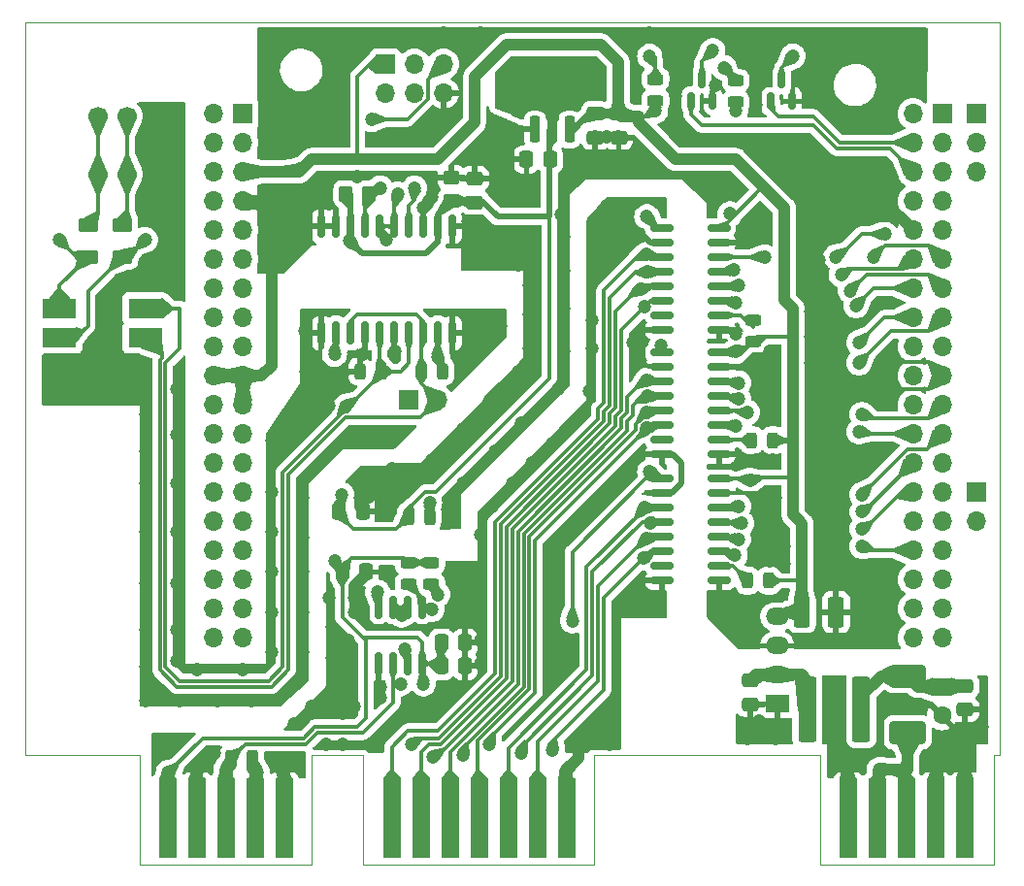
<source format=gbr>
%TF.GenerationSoftware,KiCad,Pcbnew,7.0.9*%
%TF.CreationDate,2024-06-26T15:19:18+03:00*%
%TF.ProjectId,_____ _________ ___________,1f3b3042-3020-43e4-913d-3e323d3e333e,rev?*%
%TF.SameCoordinates,Original*%
%TF.FileFunction,Copper,L1,Top*%
%TF.FilePolarity,Positive*%
%FSLAX46Y46*%
G04 Gerber Fmt 4.6, Leading zero omitted, Abs format (unit mm)*
G04 Created by KiCad (PCBNEW 7.0.9) date 2024-06-26 15:19:18*
%MOMM*%
%LPD*%
G01*
G04 APERTURE LIST*
G04 Aperture macros list*
%AMRoundRect*
0 Rectangle with rounded corners*
0 $1 Rounding radius*
0 $2 $3 $4 $5 $6 $7 $8 $9 X,Y pos of 4 corners*
0 Add a 4 corners polygon primitive as box body*
4,1,4,$2,$3,$4,$5,$6,$7,$8,$9,$2,$3,0*
0 Add four circle primitives for the rounded corners*
1,1,$1+$1,$2,$3*
1,1,$1+$1,$4,$5*
1,1,$1+$1,$6,$7*
1,1,$1+$1,$8,$9*
0 Add four rect primitives between the rounded corners*
20,1,$1+$1,$2,$3,$4,$5,0*
20,1,$1+$1,$4,$5,$6,$7,0*
20,1,$1+$1,$6,$7,$8,$9,0*
20,1,$1+$1,$8,$9,$2,$3,0*%
G04 Aperture macros list end*
%TA.AperFunction,SMDPad,CuDef*%
%ADD10RoundRect,0.243750X0.456250X-0.243750X0.456250X0.243750X-0.456250X0.243750X-0.456250X-0.243750X0*%
%TD*%
%TA.AperFunction,ConnectorPad*%
%ADD11R,1.524000X7.000000*%
%TD*%
%TA.AperFunction,SMDPad,CuDef*%
%ADD12RoundRect,0.250000X0.337500X0.475000X-0.337500X0.475000X-0.337500X-0.475000X0.337500X-0.475000X0*%
%TD*%
%TA.AperFunction,SMDPad,CuDef*%
%ADD13RoundRect,0.243750X-0.243750X-0.456250X0.243750X-0.456250X0.243750X0.456250X-0.243750X0.456250X0*%
%TD*%
%TA.AperFunction,SMDPad,CuDef*%
%ADD14RoundRect,0.150000X0.150000X-0.587500X0.150000X0.587500X-0.150000X0.587500X-0.150000X-0.587500X0*%
%TD*%
%TA.AperFunction,SMDPad,CuDef*%
%ADD15RoundRect,0.250000X-0.475000X0.337500X-0.475000X-0.337500X0.475000X-0.337500X0.475000X0.337500X0*%
%TD*%
%TA.AperFunction,SMDPad,CuDef*%
%ADD16RoundRect,0.243750X0.243750X0.456250X-0.243750X0.456250X-0.243750X-0.456250X0.243750X-0.456250X0*%
%TD*%
%TA.AperFunction,SMDPad,CuDef*%
%ADD17RoundRect,0.250000X0.550000X2.600000X-0.550000X2.600000X-0.550000X-2.600000X0.550000X-2.600000X0*%
%TD*%
%TA.AperFunction,SMDPad,CuDef*%
%ADD18RoundRect,0.225000X0.225000X-0.925000X0.225000X0.925000X-0.225000X0.925000X-0.225000X-0.925000X0*%
%TD*%
%TA.AperFunction,SMDPad,CuDef*%
%ADD19RoundRect,0.225000X0.225000X-1.125000X0.225000X1.125000X-0.225000X1.125000X-0.225000X-1.125000X0*%
%TD*%
%TA.AperFunction,SMDPad,CuDef*%
%ADD20RoundRect,0.250000X0.616500X-1.812500X0.616500X1.812500X-0.616500X1.812500X-0.616500X-1.812500X0*%
%TD*%
%TA.AperFunction,SMDPad,CuDef*%
%ADD21RoundRect,0.250000X-0.350000X-0.450000X0.350000X-0.450000X0.350000X0.450000X-0.350000X0.450000X0*%
%TD*%
%TA.AperFunction,ComponentPad*%
%ADD22R,1.700000X1.700000*%
%TD*%
%TA.AperFunction,ComponentPad*%
%ADD23O,1.700000X1.700000*%
%TD*%
%TA.AperFunction,SMDPad,CuDef*%
%ADD24RoundRect,0.243750X-0.456250X0.243750X-0.456250X-0.243750X0.456250X-0.243750X0.456250X0.243750X0*%
%TD*%
%TA.AperFunction,SMDPad,CuDef*%
%ADD25RoundRect,0.150000X-0.825000X-0.150000X0.825000X-0.150000X0.825000X0.150000X-0.825000X0.150000X0*%
%TD*%
%TA.AperFunction,SMDPad,CuDef*%
%ADD26RoundRect,0.250001X-0.462499X-1.074999X0.462499X-1.074999X0.462499X1.074999X-0.462499X1.074999X0*%
%TD*%
%TA.AperFunction,SMDPad,CuDef*%
%ADD27R,3.000000X1.800000*%
%TD*%
%TA.AperFunction,SMDPad,CuDef*%
%ADD28RoundRect,0.150000X-0.150000X0.875000X-0.150000X-0.875000X0.150000X-0.875000X0.150000X0.875000X0*%
%TD*%
%TA.AperFunction,SMDPad,CuDef*%
%ADD29RoundRect,0.250000X-0.625000X0.375000X-0.625000X-0.375000X0.625000X-0.375000X0.625000X0.375000X0*%
%TD*%
%TA.AperFunction,SMDPad,CuDef*%
%ADD30RoundRect,0.250000X0.625000X-0.375000X0.625000X0.375000X-0.625000X0.375000X-0.625000X-0.375000X0*%
%TD*%
%TA.AperFunction,ComponentPad*%
%ADD31C,1.700000*%
%TD*%
%TA.AperFunction,SMDPad,CuDef*%
%ADD32RoundRect,0.150000X-0.150000X0.825000X-0.150000X-0.825000X0.150000X-0.825000X0.150000X0.825000X0*%
%TD*%
%TA.AperFunction,SMDPad,CuDef*%
%ADD33RoundRect,0.250000X-0.450000X0.350000X-0.450000X-0.350000X0.450000X-0.350000X0.450000X0.350000X0*%
%TD*%
%TA.AperFunction,SMDPad,CuDef*%
%ADD34RoundRect,0.250000X1.325000X-0.730000X1.325000X0.730000X-1.325000X0.730000X-1.325000X-0.730000X0*%
%TD*%
%TA.AperFunction,ComponentPad*%
%ADD35R,2.000000X1.500000*%
%TD*%
%TA.AperFunction,ComponentPad*%
%ADD36O,2.000000X1.500000*%
%TD*%
%TA.AperFunction,ComponentPad*%
%ADD37R,1.600000X1.600000*%
%TD*%
%TA.AperFunction,ComponentPad*%
%ADD38C,1.600000*%
%TD*%
%TA.AperFunction,ViaPad*%
%ADD39C,1.200000*%
%TD*%
%TA.AperFunction,Conductor*%
%ADD40C,0.300000*%
%TD*%
%TA.AperFunction,Conductor*%
%ADD41C,0.500000*%
%TD*%
%TA.AperFunction,Conductor*%
%ADD42C,1.000000*%
%TD*%
%TA.AperFunction,Profile*%
%ADD43C,0.100000*%
%TD*%
G04 APERTURE END LIST*
D10*
%TO.P,R2,1*%
%TO.N,Net-(U2-VE2)*%
X125450000Y-85050000D03*
%TO.P,R2,2*%
%TO.N,/+3.3VRS485*%
X125450000Y-83175000D03*
%TD*%
D11*
%TO.P,RS1,1,Pin_1*%
%TO.N,/+3.3VRS485*%
X102440000Y-105500000D03*
%TO.P,RS1,2,Pin_2*%
%TO.N,GND1*%
X104980000Y-105500000D03*
%TO.P,RS1,3,Pin_3*%
%TO.N,Net-(RS1-Pin_3)*%
X107520000Y-105500000D03*
%TO.P,RS1,4,Pin_4*%
%TO.N,Net-(RS1-Pin_4)*%
X110060000Y-105500000D03*
%TO.P,RS1,5,Pin_5*%
%TO.N,GND1*%
X112600000Y-105500000D03*
%TD*%
D12*
%TO.P,C9,1*%
%TO.N,GNDD*%
X119450000Y-78675000D03*
%TO.P,C9,2*%
%TO.N,+3V3*%
X117375000Y-78675000D03*
%TD*%
D13*
%TO.P,R5,1*%
%TO.N,+3V3*%
X123450000Y-79175000D03*
%TO.P,R5,2*%
%TO.N,Net-(U2-VE1)*%
X125325000Y-79175000D03*
%TD*%
D14*
%TO.P,Q1,1,B*%
%TO.N,/LED1*%
X155050000Y-42937500D03*
%TO.P,Q1,2,E*%
%TO.N,GNDD*%
X156950000Y-42937500D03*
%TO.P,Q1,3,C*%
%TO.N,Net-(D3-K)*%
X156000000Y-41062500D03*
%TD*%
D10*
%TO.P,R1,1*%
%TO.N,Net-(U1-RO)*%
X123450000Y-85050000D03*
%TO.P,R1,2*%
%TO.N,/+3.3VRS485*%
X123450000Y-83175000D03*
%TD*%
D15*
%TO.P,C11,1*%
%TO.N,+5V*%
X141800000Y-44000000D03*
%TO.P,C11,2*%
%TO.N,GNDD*%
X141800000Y-46075000D03*
%TD*%
D16*
%TO.P,R31,1*%
%TO.N,Net-(RS1-Pin_4)*%
X109875000Y-100250000D03*
%TO.P,R31,2*%
%TO.N,Net-(RS1-Pin_3)*%
X108000000Y-100250000D03*
%TD*%
%TO.P,R16,1*%
%TO.N,+5V*%
X154897500Y-84750000D03*
%TO.P,R16,2*%
%TO.N,Net-(U8-VE2)*%
X153022500Y-84750000D03*
%TD*%
D12*
%TO.P,C12,1*%
%TO.N,+3V3*%
X135825000Y-48000000D03*
%TO.P,C12,2*%
%TO.N,GNDD*%
X133750000Y-48000000D03*
%TD*%
D17*
%TO.P,L2,1,1*%
%TO.N,+24V*%
X162950000Y-96000000D03*
%TO.P,L2,2,2*%
%TO.N,Net-(U5-IN+)*%
X158250000Y-96000000D03*
%TD*%
D18*
%TO.P,IC1,1,ADJ*%
%TO.N,GNDD*%
X134500000Y-45380000D03*
D19*
%TO.P,IC1,2,OUT*%
%TO.N,+3V3*%
X136000000Y-45180000D03*
D20*
X136000000Y-42000000D03*
D18*
%TO.P,IC1,3,IN*%
%TO.N,+5V*%
X137500000Y-45380000D03*
%TD*%
D21*
%TO.P,R11,1*%
%TO.N,+3V3*%
X118000000Y-51000000D03*
%TO.P,R11,2*%
%TO.N,/USART1_TX*%
X120000000Y-51000000D03*
%TD*%
D22*
%TO.P,CN9,1,Pin_1*%
%TO.N,/UART6_DE*%
X170000000Y-44000000D03*
D23*
%TO.P,CN9,2,Pin_2*%
%TO.N,/RTS1_cont*%
X167460000Y-44000000D03*
%TO.P,CN9,3,Pin_3*%
%TO.N,/USART6_TX*%
X170000000Y-46540000D03*
%TO.P,CN9,4,Pin_4*%
%TO.N,/LED1*%
X167460000Y-46540000D03*
%TO.P,CN9,5,Pin_5*%
%TO.N,/NUCLEO-64F411/PC5*%
X170000000Y-49080000D03*
%TO.P,CN9,6,Pin_6*%
%TO.N,/LED2*%
X167460000Y-49080000D03*
%TO.P,CN9,7,Pin_7*%
%TO.N,/NUCLEO-64F411/U5V*%
X170000000Y-51620000D03*
%TO.P,CN9,8,Pin_8*%
%TO.N,/NUCLEO-64F411/AVDD*%
X167460000Y-51620000D03*
%TO.P,CN9,9,Pin_9*%
%TO.N,unconnected-(CN9-Pin_9-Pad9)*%
X170000000Y-54160000D03*
%TO.P,CN9,10,Pin_10*%
%TO.N,GNDD*%
X167460000Y-54160000D03*
%TO.P,CN9,11,Pin_11*%
%TO.N,/USART1_RTS*%
X170000000Y-56700000D03*
%TO.P,CN9,12,Pin_12*%
%TO.N,/RTS2_cont*%
X167460000Y-56700000D03*
%TO.P,CN9,13,Pin_13*%
%TO.N,/RTS3_cont*%
X170000000Y-59240000D03*
%TO.P,CN9,14,Pin_14*%
%TO.N,/RTS4_cont*%
X167460000Y-59240000D03*
%TO.P,CN9,15,Pin_15*%
%TO.N,/RTS6_cont*%
X170000000Y-61780000D03*
%TO.P,CN9,16,Pin_16*%
%TO.N,/RTS5_cont*%
X167460000Y-61780000D03*
%TO.P,CN9,17,Pin_17*%
%TO.N,unconnected-(CN9-Pin_17-Pad17)*%
X170000000Y-64320000D03*
%TO.P,CN9,18,Pin_18*%
%TO.N,/NUCLEO-64F411/PB6*%
X167460000Y-64320000D03*
%TO.P,CN9,19,Pin_19*%
%TO.N,GNDD*%
X170000000Y-66860000D03*
%TO.P,CN9,20,Pin_20*%
%TO.N,/USART6_RX*%
X167460000Y-66860000D03*
%TO.P,CN9,21,Pin_21*%
%TO.N,/RTS7_cont*%
X170000000Y-69400000D03*
%TO.P,CN9,22,Pin_22*%
%TO.N,/USART1_TX*%
X167460000Y-69400000D03*
%TO.P,CN9,23,Pin_23*%
%TO.N,/RTS9_cont*%
X170000000Y-71940000D03*
%TO.P,CN9,24,Pin_24*%
%TO.N,/RTS8_cont*%
X167460000Y-71940000D03*
%TO.P,CN9,25,Pin_25*%
%TO.N,/NUCLEO-64F411/PB15*%
X170000000Y-74480000D03*
%TO.P,CN9,26,Pin_26*%
%TO.N,/RTS10_cont*%
X167460000Y-74480000D03*
%TO.P,CN9,27,Pin_27*%
%TO.N,/GPIO1*%
X170000000Y-77020000D03*
%TO.P,CN9,28,Pin_28*%
%TO.N,/RTS11_cont*%
X167460000Y-77020000D03*
%TO.P,CN9,29,Pin_29*%
%TO.N,/GPIO2*%
X170000000Y-79560000D03*
%TO.P,CN9,30,Pin_30*%
%TO.N,/NUCLEO-64F411/PB5*%
X167460000Y-79560000D03*
%TO.P,CN9,31,Pin_31*%
%TO.N,/NUCLEO-64F411/AGND*%
X170000000Y-82100000D03*
%TO.P,CN9,32,Pin_32*%
%TO.N,/RTS12_cont*%
X167460000Y-82100000D03*
%TO.P,CN9,33,Pin_33*%
%TO.N,/NUCLEO-64F411/PC4*%
X170000000Y-84640000D03*
%TO.P,CN9,34,Pin_34*%
%TO.N,/USART1_RX*%
X167460000Y-84640000D03*
%TO.P,CN9,35,Pin_35*%
%TO.N,unconnected-(CN9-Pin_35-Pad35)*%
X170000000Y-87180000D03*
%TO.P,CN9,36,Pin_36*%
%TO.N,/USART2_TX*%
X167460000Y-87180000D03*
%TO.P,CN9,37,Pin_37*%
%TO.N,unconnected-(CN9-Pin_37-Pad37)*%
X170000000Y-89720000D03*
%TO.P,CN9,38,Pin_38*%
%TO.N,/USART2_RX*%
X167460000Y-89720000D03*
%TD*%
D24*
%TO.P,R12,1*%
%TO.N,Net-(D3-A)*%
X152000000Y-41125000D03*
%TO.P,R12,2*%
%TO.N,+5V*%
X152000000Y-43000000D03*
%TD*%
D16*
%TO.P,R15,1*%
%TO.N,+5V*%
X155250000Y-72500000D03*
%TO.P,R15,2*%
%TO.N,Net-(U7-VE2)*%
X153375000Y-72500000D03*
%TD*%
D15*
%TO.P,C4,1*%
%TO.N,+24V*%
X172000000Y-93925000D03*
%TO.P,C4,2*%
%TO.N,GNDA*%
X172000000Y-96000000D03*
%TD*%
D14*
%TO.P,Q2,1,B*%
%TO.N,/LED2*%
X148100000Y-42875000D03*
%TO.P,Q2,2,E*%
%TO.N,GNDD*%
X150000000Y-42875000D03*
%TO.P,Q2,3,C*%
%TO.N,Net-(D4-K)*%
X149050000Y-41000000D03*
%TD*%
D15*
%TO.P,C6,1*%
%TO.N,Net-(U5-IN+)*%
X153250000Y-93462500D03*
%TO.P,C6,2*%
%TO.N,GNDA*%
X153250000Y-95537500D03*
%TD*%
D25*
%TO.P,U7,1,VDD1*%
%TO.N,/+3.3VRS485*%
X145572500Y-64860000D03*
%TO.P,U7,2,GND1*%
%TO.N,GND1*%
X145572500Y-66130000D03*
%TO.P,U7,3,VIA*%
%TO.N,/RTS5*%
X145572500Y-67400000D03*
%TO.P,U7,4,VIB*%
%TO.N,/RTS6*%
X145572500Y-68670000D03*
%TO.P,U7,5,VIC*%
%TO.N,/RTS7*%
X145572500Y-69940000D03*
%TO.P,U7,6,VID*%
%TO.N,/RTS8*%
X145572500Y-71210000D03*
%TO.P,U7,7,NC*%
%TO.N,unconnected-(U7-NC-Pad7)*%
X145572500Y-72480000D03*
%TO.P,U7,8,GND1*%
%TO.N,GND1*%
X145572500Y-73750000D03*
%TO.P,U7,9,GND2*%
%TO.N,GNDD*%
X150522500Y-73750000D03*
%TO.P,U7,10,VE2*%
%TO.N,Net-(U7-VE2)*%
X150522500Y-72480000D03*
%TO.P,U7,11,VOD*%
%TO.N,/RTS8_cont*%
X150522500Y-71210000D03*
%TO.P,U7,12,VOC*%
%TO.N,/RTS7_cont*%
X150522500Y-69940000D03*
%TO.P,U7,13,VOB*%
%TO.N,/RTS6_cont*%
X150522500Y-68670000D03*
%TO.P,U7,14,VOA*%
%TO.N,/RTS5_cont*%
X150522500Y-67400000D03*
%TO.P,U7,15,GND2*%
%TO.N,GNDD*%
X150522500Y-66130000D03*
%TO.P,U7,16,VDD2*%
%TO.N,+5V*%
X150522500Y-64860000D03*
%TD*%
D12*
%TO.P,C8,1*%
%TO.N,GND1*%
X119750000Y-84000000D03*
%TO.P,C8,2*%
%TO.N,/+3.3VRS485*%
X117675000Y-84000000D03*
%TD*%
D25*
%TO.P,U8,1,VDD1*%
%TO.N,/+3.3VRS485*%
X145572500Y-75860000D03*
%TO.P,U8,2,GND1*%
%TO.N,GND1*%
X145572500Y-77130000D03*
%TO.P,U8,3,VIA*%
%TO.N,/RTS9*%
X145572500Y-78400000D03*
%TO.P,U8,4,VIB*%
%TO.N,/RTS10*%
X145572500Y-79670000D03*
%TO.P,U8,5,VIC*%
%TO.N,/RTS11*%
X145572500Y-80940000D03*
%TO.P,U8,6,VID*%
%TO.N,/RTS12*%
X145572500Y-82210000D03*
%TO.P,U8,7,NC*%
%TO.N,unconnected-(U8-NC-Pad7)*%
X145572500Y-83480000D03*
%TO.P,U8,8,GND1*%
%TO.N,GND1*%
X145572500Y-84750000D03*
%TO.P,U8,9,GND2*%
%TO.N,GNDD*%
X150522500Y-84750000D03*
%TO.P,U8,10,VE2*%
%TO.N,Net-(U8-VE2)*%
X150522500Y-83480000D03*
%TO.P,U8,11,VOD*%
%TO.N,/RTS12_cont*%
X150522500Y-82210000D03*
%TO.P,U8,12,VOC*%
%TO.N,/RTS11_cont*%
X150522500Y-80940000D03*
%TO.P,U8,13,VOB*%
%TO.N,/RTS10_cont*%
X150522500Y-79670000D03*
%TO.P,U8,14,VOA*%
%TO.N,/RTS9_cont*%
X150522500Y-78400000D03*
%TO.P,U8,15,GND2*%
%TO.N,GNDD*%
X150522500Y-77130000D03*
%TO.P,U8,16,VDD2*%
%TO.N,+5V*%
X150522500Y-75860000D03*
%TD*%
D10*
%TO.P,R13,1*%
%TO.N,+5V*%
X145000000Y-42875000D03*
%TO.P,R13,2*%
%TO.N,Net-(D4-A)*%
X145000000Y-41000000D03*
%TD*%
D26*
%TO.P,C3,1*%
%TO.N,+5V*%
X157775000Y-87500000D03*
%TO.P,C3,2*%
%TO.N,GNDD*%
X160750000Y-87500000D03*
%TD*%
D10*
%TO.P,R14,1*%
%TO.N,+5V*%
X153500000Y-63875000D03*
%TO.P,R14,2*%
%TO.N,Net-(U4-VE2)*%
X153500000Y-62000000D03*
%TD*%
D13*
%TO.P,R10,1*%
%TO.N,GND2*%
X119200000Y-66500000D03*
%TO.P,R10,2*%
%TO.N,Net-(U6-B)*%
X121075000Y-66500000D03*
%TD*%
D27*
%TO.P,L1,1,1*%
%TO.N,Net-(J5-Pin_2)*%
X100500000Y-63540000D03*
%TO.P,L1,2,2*%
%TO.N,Net-(U6-B)*%
X100500000Y-61000000D03*
%TO.P,L1,3,3*%
%TO.N,Net-(D1-K)*%
X93000000Y-61000000D03*
%TO.P,L1,4,4*%
%TO.N,Net-(D2-K)*%
X93000000Y-63540000D03*
%TD*%
D28*
%TO.P,U6,1,GND1*%
%TO.N,GNDD*%
X127290000Y-53850000D03*
%TO.P,U6,2,VCC*%
%TO.N,+3V3*%
X126020000Y-53850000D03*
%TO.P,U6,3,GND1*%
%TO.N,GNDD*%
X124750000Y-53850000D03*
%TO.P,U6,4,RxD*%
%TO.N,/USART1_RX*%
X123480000Y-53850000D03*
%TO.P,U6,5,~{RE}*%
%TO.N,/USART1_RTS*%
X122210000Y-53850000D03*
%TO.P,U6,6,DE*%
X120940000Y-53850000D03*
%TO.P,U6,7,TxD*%
%TO.N,/USART1_TX*%
X119670000Y-53850000D03*
%TO.P,U6,8,VCC*%
%TO.N,+3V3*%
X118400000Y-53850000D03*
%TO.P,U6,9,GND1*%
%TO.N,GNDD*%
X117130000Y-53850000D03*
%TO.P,U6,10,GND1*%
X115860000Y-53850000D03*
%TO.P,U6,11,GND2*%
%TO.N,GND2*%
X115860000Y-63150000D03*
%TO.P,U6,12,Visoout*%
%TO.N,Net-(U6-Visoin)*%
X117130000Y-63150000D03*
%TO.P,U6,13,Y*%
%TO.N,Net-(J5-Pin_2)*%
X118400000Y-63150000D03*
%TO.P,U6,14,GND2*%
%TO.N,GND2*%
X119670000Y-63150000D03*
%TO.P,U6,15,Z*%
%TO.N,Net-(U6-B)*%
X120940000Y-63150000D03*
%TO.P,U6,16,GND2*%
%TO.N,GND2*%
X122210000Y-63150000D03*
%TO.P,U6,17,B*%
%TO.N,Net-(U6-B)*%
X123480000Y-63150000D03*
%TO.P,U6,18,A*%
%TO.N,Net-(J5-Pin_2)*%
X124750000Y-63150000D03*
%TO.P,U6,19,Visoin*%
%TO.N,Net-(U6-Visoin)*%
X126020000Y-63150000D03*
%TO.P,U6,20,GND2*%
%TO.N,GND2*%
X127290000Y-63150000D03*
%TD*%
D15*
%TO.P,C17,1*%
%TO.N,GNDD*%
X129250000Y-49675000D03*
%TO.P,C17,2*%
%TO.N,+3V3*%
X129250000Y-51750000D03*
%TD*%
D29*
%TO.P,R18,1*%
%TO.N,Net-(J1-Pin_2)*%
X95500000Y-53700000D03*
%TO.P,R18,2*%
%TO.N,Net-(D1-K)*%
X95500000Y-56500000D03*
%TD*%
D30*
%TO.P,R17,1*%
%TO.N,Net-(D2-K)*%
X98500000Y-56500000D03*
%TO.P,R17,2*%
%TO.N,Net-(J1-Pin_1)*%
X98500000Y-53700000D03*
%TD*%
D22*
%TO.P,CN7,1,Pin_1*%
%TO.N,/NUCLEO-64F411/PC11*%
X109020000Y-44010000D03*
D23*
%TO.P,CN7,2,Pin_2*%
%TO.N,/NUCLEO-64F411/PC10*%
X106480000Y-44010000D03*
%TO.P,CN7,3,Pin_3*%
%TO.N,/NUCLEO-64F411/PD2*%
X109020000Y-46550000D03*
%TO.P,CN7,4,Pin_4*%
%TO.N,/NUCLEO-64F411/PC12*%
X106480000Y-46550000D03*
%TO.P,CN7,5,Pin_5*%
%TO.N,+5V*%
X109020000Y-49090000D03*
%TO.P,CN7,6,Pin_6*%
%TO.N,/NUCLEO-64F411/VDD*%
X106480000Y-49090000D03*
%TO.P,CN7,7,Pin_7*%
%TO.N,GNDD*%
X109020000Y-51630000D03*
%TO.P,CN7,8,Pin_8*%
%TO.N,/NUCLEO-64F411/BOOT0*%
X106480000Y-51630000D03*
%TO.P,CN7,9,Pin_9*%
%TO.N,unconnected-(CN7-Pin_9-Pad9)*%
X109020000Y-54170000D03*
%TO.P,CN7,10,Pin_10*%
%TO.N,unconnected-(CN7-Pin_10-Pad10)*%
X106480000Y-54170000D03*
%TO.P,CN7,11,Pin_11*%
%TO.N,/NUCLEO-64F411/IOREF*%
X109020000Y-56710000D03*
%TO.P,CN7,12,Pin_12*%
%TO.N,unconnected-(CN7-Pin_12-Pad12)*%
X106480000Y-56710000D03*
%TO.P,CN7,13,Pin_13*%
%TO.N,/NUCLEO-64F411/RESET*%
X109020000Y-59250000D03*
%TO.P,CN7,14,Pin_14*%
%TO.N,/NUCLEO-64F411/SWDIO*%
X106480000Y-59250000D03*
%TO.P,CN7,15,Pin_15*%
%TO.N,/NUCLEO-64F411/+3V3*%
X109020000Y-61790000D03*
%TO.P,CN7,16,Pin_16*%
%TO.N,/NUCLEO-64F411/SWCLK*%
X106480000Y-61790000D03*
%TO.P,CN7,17,Pin_17*%
%TO.N,+5V*%
X109020000Y-64330000D03*
%TO.P,CN7,18,Pin_18*%
%TO.N,/NUCLEO-64F411/PA15*%
X106480000Y-64330000D03*
%TO.P,CN7,19,Pin_19*%
%TO.N,GNDD*%
X109020000Y-66870000D03*
%TO.P,CN7,20,Pin_20*%
X106480000Y-66870000D03*
%TO.P,CN7,21,Pin_21*%
X109020000Y-69410000D03*
%TO.P,CN7,22,Pin_22*%
%TO.N,/NUCLEO-64F411/PB7*%
X106480000Y-69410000D03*
%TO.P,CN7,23,Pin_23*%
%TO.N,/NUCLEO-64F411/VIN*%
X109020000Y-71950000D03*
%TO.P,CN7,24,Pin_24*%
%TO.N,/NUCLEO-64F411/PC13*%
X106480000Y-71950000D03*
%TO.P,CN7,25,Pin_25*%
%TO.N,unconnected-(CN7-Pin_25-Pad25)*%
X109020000Y-74490000D03*
%TO.P,CN7,26,Pin_26*%
%TO.N,/NUCLEO-64F411/PC14*%
X106480000Y-74490000D03*
%TO.P,CN7,27,Pin_27*%
%TO.N,/NUCLEO-64F411/PA0*%
X109020000Y-77030000D03*
%TO.P,CN7,28,Pin_28*%
%TO.N,/NUCLEO-64F411/PC15*%
X106480000Y-77030000D03*
%TO.P,CN7,29,Pin_29*%
%TO.N,/USART2_RTS*%
X109020000Y-79570000D03*
%TO.P,CN7,30,Pin_30*%
%TO.N,/NUCLEO-64F411/PH0*%
X106480000Y-79570000D03*
%TO.P,CN7,31,Pin_31*%
%TO.N,/NUCLEO-64F411/PA4*%
X109020000Y-82110000D03*
%TO.P,CN7,32,Pin_32*%
%TO.N,/NUCLEO-64F411/PH1*%
X106480000Y-82110000D03*
%TO.P,CN7,33,Pin_33*%
%TO.N,/NUCLEO-64F411/PB0*%
X109020000Y-84650000D03*
%TO.P,CN7,34,Pin_34*%
%TO.N,/NUCLEO-64F411/VBAT*%
X106480000Y-84650000D03*
%TO.P,CN7,35,Pin_35*%
%TO.N,/NUCLEO-64F411/PC1*%
X109020000Y-87190000D03*
%TO.P,CN7,36,Pin_36*%
%TO.N,/NUCLEO-64F411/PC2*%
X106480000Y-87190000D03*
%TO.P,CN7,37,Pin_37*%
%TO.N,/NUCLEO-64F411/PC0*%
X109020000Y-89730000D03*
%TO.P,CN7,38,Pin_38*%
%TO.N,/NUCLEO-64F411/PC3*%
X106480000Y-89730000D03*
%TD*%
D15*
%TO.P,C13,1*%
%TO.N,+5V*%
X139750000Y-44000000D03*
%TO.P,C13,2*%
%TO.N,GNDD*%
X139750000Y-46075000D03*
%TD*%
D31*
%TO.P,J1,1,Pin_1*%
%TO.N,Net-(J1-Pin_1)*%
X98916000Y-44222000D03*
X98916000Y-49302000D03*
%TO.P,J1,2,Pin_2*%
%TO.N,Net-(J1-Pin_2)*%
X96376000Y-44222000D03*
X96376000Y-49302000D03*
%TD*%
D32*
%TO.P,U1,1,RO*%
%TO.N,Net-(U1-RO)*%
X124655000Y-87050000D03*
%TO.P,U1,2,~{RE}*%
%TO.N,Net-(U1-DE)*%
X123385000Y-87050000D03*
%TO.P,U1,3,DE*%
X122115000Y-87050000D03*
%TO.P,U1,4,DI*%
%TO.N,Net-(U1-DI)*%
X120845000Y-87050000D03*
%TO.P,U1,5,GND*%
%TO.N,GND1*%
X120845000Y-92000000D03*
%TO.P,U1,6,A*%
%TO.N,Net-(RS1-Pin_3)*%
X122115000Y-92000000D03*
%TO.P,U1,7,B*%
%TO.N,Net-(RS1-Pin_4)*%
X123385000Y-92000000D03*
%TO.P,U1,8,VCC*%
%TO.N,/+3.3VRS485*%
X124655000Y-92000000D03*
%TD*%
D11*
%TO.P,RS2,1,Pin_1*%
%TO.N,GNDA*%
X161840000Y-105500000D03*
%TO.P,RS2,2,Pin_2*%
%TO.N,Net-(RS2-Pin_2)*%
X164380000Y-105500000D03*
%TO.P,RS2,3,Pin_3*%
X166920000Y-105500000D03*
%TO.P,RS2,4,Pin_4*%
%TO.N,GNDA*%
X169460000Y-105500000D03*
%TO.P,RS2,5,Pin_5*%
X172000000Y-105500000D03*
%TD*%
D16*
%TO.P,R4,1*%
%TO.N,Net-(U6-Visoin)*%
X126450000Y-66500000D03*
%TO.P,R4,2*%
%TO.N,Net-(J5-Pin_2)*%
X124575000Y-66500000D03*
%TD*%
D12*
%TO.P,C5,1*%
%TO.N,GND1*%
X128400000Y-92200000D03*
%TO.P,C5,2*%
%TO.N,/+3.3VRS485*%
X126325000Y-92200000D03*
%TD*%
D25*
%TO.P,U4,1,VDD1*%
%TO.N,/+3.3VRS485*%
X145572500Y-53970000D03*
%TO.P,U4,2,GND1*%
%TO.N,GND1*%
X145572500Y-55240000D03*
%TO.P,U4,3,VIA*%
%TO.N,/RTS1*%
X145572500Y-56510000D03*
%TO.P,U4,4,VIB*%
%TO.N,/RTS2*%
X145572500Y-57780000D03*
%TO.P,U4,5,VIC*%
%TO.N,/RTS3*%
X145572500Y-59050000D03*
%TO.P,U4,6,VID*%
%TO.N,/RTS4*%
X145572500Y-60320000D03*
%TO.P,U4,7,NC*%
%TO.N,unconnected-(U4-NC-Pad7)*%
X145572500Y-61590000D03*
%TO.P,U4,8,GND1*%
%TO.N,GND1*%
X145572500Y-62860000D03*
%TO.P,U4,9,GND2*%
%TO.N,GNDD*%
X150522500Y-62860000D03*
%TO.P,U4,10,VE2*%
%TO.N,Net-(U4-VE2)*%
X150522500Y-61590000D03*
%TO.P,U4,11,VOD*%
%TO.N,/RTS4_cont*%
X150522500Y-60320000D03*
%TO.P,U4,12,VOC*%
%TO.N,/RTS3_cont*%
X150522500Y-59050000D03*
%TO.P,U4,13,VOB*%
%TO.N,/RTS2_cont*%
X150522500Y-57780000D03*
%TO.P,U4,14,VOA*%
%TO.N,/RTS1_cont*%
X150522500Y-56510000D03*
%TO.P,U4,15,GND2*%
%TO.N,GNDD*%
X150522500Y-55240000D03*
%TO.P,U4,16,VDD2*%
%TO.N,+5V*%
X150522500Y-53970000D03*
%TD*%
D33*
%TO.P,C21,1*%
%TO.N,GNDD*%
X127200000Y-49600000D03*
%TO.P,C21,2*%
%TO.N,+3V3*%
X127200000Y-51600000D03*
%TD*%
D34*
%TO.P,F1,1*%
%TO.N,Net-(RS2-Pin_2)*%
X167000000Y-98000000D03*
%TO.P,F1,2*%
%TO.N,+24V*%
X167000000Y-93090000D03*
%TD*%
D11*
%TO.P,RS3,1,Pin_1*%
%TO.N,/RTS1*%
X122000000Y-105500000D03*
%TO.P,RS3,2,Pin_2*%
%TO.N,/RTS3*%
X124540000Y-105500000D03*
%TO.P,RS3,3,Pin_3*%
%TO.N,/RTS5*%
X127080000Y-105500000D03*
%TO.P,RS3,4,Pin_4*%
%TO.N,/RTS7*%
X129620000Y-105500000D03*
%TO.P,RS3,5,Pin_5*%
%TO.N,/RTS9*%
X132160000Y-105500000D03*
%TO.P,RS3,6,Pin_6*%
%TO.N,/RTS11*%
X134700000Y-105500000D03*
%TO.P,RS3,7,Pin_7*%
%TO.N,GND1*%
X137240000Y-105500000D03*
%TD*%
D12*
%TO.P,C1,1*%
%TO.N,GND1*%
X128400000Y-90150000D03*
%TO.P,C1,2*%
%TO.N,/+3.3VRS485*%
X126325000Y-90150000D03*
%TD*%
D22*
%TO.P,J3,1,Pin_1*%
%TO.N,/UART6_DE*%
X173000000Y-44000000D03*
D23*
%TO.P,J3,2,Pin_2*%
%TO.N,/USART6_TX*%
X173000000Y-46540000D03*
%TO.P,J3,3,Pin_3*%
%TO.N,/USART6_RX*%
X173000000Y-49080000D03*
%TD*%
D35*
%TO.P,U5,1,IN-*%
%TO.N,GNDA*%
X155632500Y-95512500D03*
D36*
%TO.P,U5,2,IN+*%
%TO.N,Net-(U5-IN+)*%
X155632500Y-92972500D03*
%TO.P,U5,3,OUT-*%
%TO.N,GNDD*%
X155632500Y-90432500D03*
%TO.P,U5,4,OUT+*%
%TO.N,+5V*%
X155632500Y-87892500D03*
%TD*%
D22*
%TO.P,J2,1,Pin_1*%
%TO.N,+5V*%
X121420000Y-39660000D03*
D23*
%TO.P,J2,2,Pin_2*%
%TO.N,/NUCLEO-64F411/SWDIO*%
X121420000Y-42200000D03*
%TO.P,J2,3,Pin_3*%
%TO.N,/NUCLEO-64F411/SWCLK*%
X123960000Y-39660000D03*
%TO.P,J2,4,Pin_4*%
%TO.N,unconnected-(J2-Pin_4-Pad4)*%
X123960000Y-42200000D03*
%TO.P,J2,5,Pin_5*%
%TO.N,/NUCLEO-64F411/RESET*%
X126500000Y-39660000D03*
%TO.P,J2,6,Pin_6*%
%TO.N,GNDD*%
X126500000Y-42200000D03*
%TD*%
D22*
%TO.P,J5,1,Pin_1*%
%TO.N,Net-(J5-Pin_1)*%
X123460000Y-69000000D03*
D23*
%TO.P,J5,2,Pin_2*%
%TO.N,Net-(J5-Pin_2)*%
X126000000Y-69000000D03*
%TD*%
D22*
%TO.P,J4,1,Pin_1*%
%TO.N,/GPIO1*%
X173000000Y-77000000D03*
D23*
%TO.P,J4,2,Pin_2*%
%TO.N,/GPIO2*%
X173000000Y-79540000D03*
%TD*%
D37*
%TO.P,C14,1*%
%TO.N,+24V*%
X170000000Y-94000000D03*
D38*
%TO.P,C14,2*%
%TO.N,GNDA*%
X170000000Y-96500000D03*
%TD*%
D39*
%TO.N,/+3.3VRS485*%
X137750000Y-88250000D03*
X145500000Y-64250000D03*
X117000000Y-83000000D03*
X102500000Y-101500000D03*
X144500000Y-75250000D03*
X144250000Y-53000000D03*
X124750000Y-93750000D03*
%TO.N,GND1*%
X139250000Y-68250000D03*
X127750000Y-86750000D03*
X137250000Y-101250000D03*
X116250000Y-99000000D03*
X139250000Y-78500000D03*
X145000000Y-87250000D03*
X136000000Y-90500000D03*
X129750000Y-80750000D03*
X137500000Y-92000000D03*
X106500000Y-99750000D03*
X144250000Y-86000000D03*
X139500000Y-62000000D03*
X122250000Y-97250000D03*
X137250000Y-80750000D03*
X129750000Y-90000000D03*
X128000000Y-83750000D03*
X140750000Y-52000000D03*
X140750000Y-96250000D03*
X118750000Y-86250000D03*
X126500000Y-95000000D03*
X129750000Y-86750000D03*
X143000000Y-64000000D03*
X125250000Y-96500000D03*
X134250000Y-74500000D03*
X116750000Y-88750000D03*
X116750000Y-91500000D03*
X115000000Y-95750000D03*
X143500000Y-87250000D03*
X138250000Y-99000000D03*
X120500000Y-99000000D03*
X136000000Y-83000000D03*
X141750000Y-87250000D03*
X139750000Y-58500000D03*
X140750000Y-54000000D03*
X123750000Y-95250000D03*
X136000000Y-85250000D03*
X118750000Y-87500000D03*
X121000000Y-95000000D03*
X105000000Y-101500000D03*
X118750000Y-95703602D03*
X105500000Y-100250000D03*
X103500000Y-98750000D03*
X136000000Y-87000000D03*
X141000000Y-99000000D03*
X139500000Y-64500000D03*
X118250000Y-90000000D03*
X112500000Y-101500000D03*
X132500000Y-76250000D03*
X116750000Y-94000000D03*
X101750000Y-98750000D03*
X129750000Y-92000000D03*
X139750000Y-97750000D03*
X113500000Y-97250000D03*
X136000000Y-72750000D03*
X142750000Y-86000000D03*
X130750000Y-78250000D03*
X137500000Y-90500000D03*
X116500000Y-86250000D03*
X121000000Y-94000000D03*
X118250000Y-92500000D03*
X113750000Y-100750000D03*
X129750000Y-83750000D03*
X138250000Y-70500000D03*
X102500000Y-99750000D03*
X136000000Y-92500000D03*
X117750000Y-96300500D03*
X117750000Y-99000000D03*
X139750000Y-56250000D03*
%TO.N,GNDD*%
X133000000Y-57200000D03*
X161000000Y-83250000D03*
X158750000Y-47500000D03*
X160000000Y-63500000D03*
X163750000Y-53000000D03*
X149250000Y-50750000D03*
X158750000Y-75250000D03*
X159250000Y-55500000D03*
X159500000Y-81500000D03*
X114500000Y-53000000D03*
X116000000Y-50000000D03*
X159500000Y-83250000D03*
X161000000Y-85000000D03*
X118250000Y-38000000D03*
X158500000Y-65750000D03*
X158000000Y-90000000D03*
X158500000Y-41250000D03*
X154500000Y-54750000D03*
X151750000Y-89500000D03*
X155000000Y-66250000D03*
X153750000Y-74250000D03*
X153750000Y-43250000D03*
X162500000Y-75500000D03*
X131500000Y-46000000D03*
X159500000Y-85000000D03*
X114500000Y-55250000D03*
X163000000Y-83500000D03*
X125500000Y-51250000D03*
X162000000Y-48500000D03*
X163000000Y-87250000D03*
X155000000Y-64750000D03*
X136500000Y-68000000D03*
X125500000Y-74250000D03*
X133000000Y-55400000D03*
X161000000Y-81500000D03*
X161250000Y-50000000D03*
X133250000Y-71000000D03*
X130500000Y-69250000D03*
X158750000Y-77500000D03*
X160500000Y-73250000D03*
X125750000Y-45750000D03*
X137000000Y-61000000D03*
X158000000Y-56750000D03*
X130250000Y-46000000D03*
X152000000Y-63250000D03*
X158500000Y-61250000D03*
X114500000Y-51000000D03*
X158500000Y-43000000D03*
X132000000Y-51000000D03*
X129750000Y-37000000D03*
X146750000Y-41250000D03*
X154500000Y-53000000D03*
X141750000Y-46000000D03*
X119500000Y-75750000D03*
X153500000Y-86500000D03*
X153500000Y-89500000D03*
X128600000Y-56600000D03*
X128250000Y-76250000D03*
X119000000Y-49500000D03*
X156250000Y-83250000D03*
X159250000Y-56750000D03*
X155250000Y-74250000D03*
X160250000Y-48500000D03*
X137000000Y-64750000D03*
X155500000Y-77500000D03*
X128600000Y-53400000D03*
X140750000Y-46000000D03*
X134000000Y-59000000D03*
X158500000Y-63500000D03*
X119200000Y-77500000D03*
X131250000Y-49500000D03*
X111600000Y-44400000D03*
X160500000Y-77500000D03*
X126500000Y-37000000D03*
X128250000Y-71500000D03*
X163000000Y-50000000D03*
X157250000Y-46250000D03*
X165000000Y-89750000D03*
X122000000Y-46250000D03*
X162500000Y-73750000D03*
X158750000Y-73250000D03*
X163750000Y-48500000D03*
X160500000Y-75250000D03*
X159750000Y-61250000D03*
X150250000Y-41500000D03*
X146750000Y-42500000D03*
X158750000Y-38500000D03*
X159750000Y-90000000D03*
X158000000Y-55500000D03*
X134000000Y-61500000D03*
X132500000Y-49500000D03*
X160000000Y-65750000D03*
X156250000Y-81750000D03*
X160500000Y-71250000D03*
X139750000Y-46000000D03*
X154750000Y-77000000D03*
X155000000Y-83000000D03*
X136800000Y-52800000D03*
X158000000Y-54250000D03*
X137000000Y-57750000D03*
X132750000Y-46000000D03*
X163750000Y-51500000D03*
X124750000Y-52250000D03*
X131000000Y-73500000D03*
X129600000Y-55000000D03*
X161000000Y-62250000D03*
X133000000Y-66500000D03*
X130750000Y-45000000D03*
X131750000Y-45000000D03*
X152000000Y-50750000D03*
X137000000Y-54750000D03*
X162250000Y-51500000D03*
X158750000Y-71250000D03*
X151750000Y-86500000D03*
X144500000Y-37000000D03*
X163000000Y-85000000D03*
X134000000Y-64500000D03*
X150750000Y-50750000D03*
X122000000Y-75000000D03*
X143250000Y-37250000D03*
X153750000Y-41500000D03*
%TO.N,GNDA*%
X153000000Y-98500000D03*
X161750000Y-101250000D03*
X160500000Y-98000000D03*
X172000000Y-101250000D03*
X160500000Y-95250000D03*
X154000000Y-97000000D03*
X155500000Y-98500000D03*
X170000000Y-99000000D03*
X163000000Y-100000000D03*
X173500000Y-97500000D03*
X161000000Y-100000000D03*
X169500000Y-101250000D03*
X172000000Y-99000000D03*
%TO.N,Net-(RS2-Pin_2)*%
X166750000Y-101500000D03*
X164500000Y-101250000D03*
%TO.N,Net-(U1-RO)*%
X125500000Y-87250000D03*
%TO.N,Net-(RS1-Pin_3)*%
X122750000Y-93750000D03*
X107520000Y-101250000D03*
%TO.N,Net-(RS1-Pin_4)*%
X123093455Y-90707798D03*
X110250000Y-101500000D03*
%TO.N,Net-(U1-DE)*%
X122850000Y-87750000D03*
%TO.N,+5V*%
X145000000Y-43750000D03*
X151500000Y-52750000D03*
X153245147Y-76000000D03*
X152000000Y-64750000D03*
X113500000Y-49000000D03*
X152000000Y-43750000D03*
%TO.N,/RTS1*%
X144200000Y-56300000D03*
%TO.N,/RTS2*%
X123750000Y-99000000D03*
X144319999Y-57831979D03*
%TO.N,/RTS3*%
X143700000Y-59300000D03*
%TO.N,/RTS4*%
X144022201Y-60823603D03*
X125625000Y-100125000D03*
%TO.N,/RTS5*%
X144250000Y-67250000D03*
%TO.N,/RTS6*%
X144330000Y-68670000D03*
X128171398Y-99921398D03*
%TO.N,/RTS7*%
X144242017Y-70066734D03*
%TO.N,/RTS8*%
X144251789Y-71466203D03*
X130509701Y-99040201D03*
%TO.N,/RTS9*%
X144000000Y-78400000D03*
%TO.N,/RTS10*%
X133250000Y-99750000D03*
X144512683Y-79702215D03*
%TO.N,/RTS11*%
X144222151Y-81071228D03*
%TO.N,/RTS12*%
X143996075Y-82747103D03*
X136000000Y-99500000D03*
%TO.N,Net-(U1-DI)*%
X120750000Y-85750000D03*
%TO.N,Net-(U6-Visoin)*%
X126000000Y-65250000D03*
X117000000Y-65000000D03*
%TO.N,GND2*%
X116500000Y-69500000D03*
X130000000Y-62500000D03*
X119500000Y-65000000D03*
X103250000Y-91750000D03*
X100500000Y-85000000D03*
X109750000Y-95250000D03*
X103250000Y-85000000D03*
X103250000Y-89000000D03*
X131500000Y-62500000D03*
X122500000Y-72000000D03*
X92250000Y-68250000D03*
X100500000Y-80500000D03*
X103250000Y-76250000D03*
X130000000Y-64500000D03*
X111500000Y-72500000D03*
X120000000Y-72500000D03*
X103250000Y-72000000D03*
X100500000Y-70250000D03*
X114250000Y-77500000D03*
X117750000Y-66750000D03*
X114400000Y-63000000D03*
X100250000Y-68250000D03*
X111500000Y-80500000D03*
X100500000Y-89000000D03*
X111500000Y-91000000D03*
X114250000Y-84000000D03*
X128500000Y-66000000D03*
X117500000Y-72750000D03*
X114250000Y-87500000D03*
X100500000Y-73500000D03*
X109000000Y-92500000D03*
X95000000Y-68250000D03*
X100500000Y-95250000D03*
X114250000Y-91000000D03*
X122250000Y-64750000D03*
X111500000Y-84000000D03*
X114500000Y-66500000D03*
X113500000Y-69500000D03*
X111500000Y-77000000D03*
X111500000Y-87500000D03*
X113000000Y-94250000D03*
X113500000Y-72500000D03*
X98250000Y-68250000D03*
X103250000Y-68000000D03*
X100500000Y-92250000D03*
X103500000Y-95250000D03*
X115250000Y-75000000D03*
X105000000Y-92500000D03*
X103250000Y-80500000D03*
X106750000Y-95250000D03*
X114250000Y-81000000D03*
X100500000Y-76250000D03*
%TO.N,/USART1_TX*%
X121000000Y-50500000D03*
%TO.N,/RTS9_cont*%
X163000000Y-77250000D03*
X152250000Y-78250000D03*
%TO.N,/NUCLEO-64F411/RESET*%
X120250000Y-44500000D03*
%TO.N,/USART1_RTS*%
X164000000Y-56500000D03*
X121500000Y-55000000D03*
X122500000Y-51000000D03*
%TO.N,/RTS1_cont*%
X165000000Y-54500000D03*
X154500000Y-56500000D03*
X160742176Y-56500000D03*
%TO.N,/RTS11_cont*%
X152225535Y-81122325D03*
X163000000Y-80250000D03*
%TO.N,/RTS2_cont*%
X161197923Y-58050500D03*
X151828317Y-57665538D03*
%TO.N,/RTS12_cont*%
X151951070Y-82494650D03*
X163000000Y-81750000D03*
%TO.N,/RTS3_cont*%
X161980238Y-59450595D03*
X152250000Y-59000000D03*
%TO.N,/RTS6_cont*%
X152250000Y-68899503D03*
X162750000Y-65750000D03*
%TO.N,/RTS5_cont*%
X162750000Y-64000000D03*
X152250000Y-67500000D03*
%TO.N,/RTS4_cont*%
X152000000Y-60500000D03*
X162500000Y-60750000D03*
%TO.N,/RTS10_cont*%
X163000000Y-78750000D03*
X152500000Y-79750000D03*
%TO.N,/RTS8_cont*%
X162750000Y-71750000D03*
X152000000Y-71250000D03*
%TO.N,/RTS7_cont*%
X163000000Y-70250000D03*
X153022929Y-70066202D03*
%TO.N,/USART1_RX*%
X124000000Y-50500000D03*
%TO.N,Net-(D1-K)*%
X93000000Y-55000000D03*
%TO.N,Net-(D2-K)*%
X100500000Y-55000000D03*
%TO.N,Net-(D3-K)*%
X157000000Y-39000000D03*
%TO.N,Net-(D3-A)*%
X151000000Y-40000000D03*
%TO.N,Net-(D4-K)*%
X150000000Y-38500000D03*
%TO.N,Net-(D4-A)*%
X144500000Y-39000000D03*
%TO.N,Net-(U6-B)*%
X118000003Y-69550500D03*
%TO.N,Net-(U2-VE2)*%
X126019762Y-85950595D03*
%TO.N,Net-(U2-VE1)*%
X125293887Y-77949500D03*
%TO.N,+3V3*%
X117625000Y-77250000D03*
X135000000Y-43250000D03*
X136000000Y-43750000D03*
X134000000Y-40250000D03*
X138000000Y-41250000D03*
X138000000Y-42250000D03*
X135000000Y-41250000D03*
X137000000Y-40250000D03*
X136000000Y-42750000D03*
X135000000Y-42250000D03*
X137000000Y-41250000D03*
X118300000Y-55100000D03*
X134000000Y-42250000D03*
X134000000Y-41250000D03*
X138000000Y-40250000D03*
X137000000Y-42250000D03*
X136000000Y-40750000D03*
X135000000Y-40250000D03*
X134000000Y-43250000D03*
X136000000Y-41750000D03*
X136000000Y-39750000D03*
X138000000Y-43250000D03*
X137000000Y-43250000D03*
%TD*%
D40*
%TO.N,/+3.3VRS485*%
X124655000Y-92000000D02*
X124655000Y-90155000D01*
X137750000Y-88250000D02*
X137750000Y-82250000D01*
X137750000Y-82250000D02*
X144140000Y-75860000D01*
X126120000Y-92000000D02*
X126270000Y-92150000D01*
X145572500Y-64860000D02*
X145572500Y-64322500D01*
X124655000Y-92000000D02*
X126120000Y-92000000D01*
X119500000Y-89750000D02*
X117675000Y-87925000D01*
X126270000Y-90150000D02*
X126270000Y-92150000D01*
D41*
X117000000Y-83000000D02*
X117000000Y-83325000D01*
D40*
X117675000Y-87925000D02*
X117675000Y-84000000D01*
X124655000Y-93655000D02*
X124750000Y-93750000D01*
X119750000Y-90000000D02*
X119750000Y-96750000D01*
D42*
X102440000Y-105500000D02*
X102440000Y-101560000D01*
D40*
X144962500Y-75250000D02*
X145572500Y-75860000D01*
X144140000Y-75860000D02*
X145572500Y-75860000D01*
X114292894Y-98500000D02*
X105500000Y-98500000D01*
X124655000Y-90155000D02*
X124250000Y-89750000D01*
X144500000Y-75250000D02*
X144962500Y-75250000D01*
D42*
X102440000Y-101560000D02*
X102500000Y-101500000D01*
D40*
X145220000Y-53970000D02*
X145572500Y-53970000D01*
X117675000Y-84000000D02*
X117675000Y-83575000D01*
X145572500Y-64322500D02*
X145500000Y-64250000D01*
X124250000Y-89750000D02*
X120750000Y-89750000D01*
D41*
X117000000Y-83325000D02*
X117675000Y-84000000D01*
D40*
X118500000Y-82750000D02*
X123025000Y-82750000D01*
X119000000Y-97500000D02*
X115292894Y-97500000D01*
X120750000Y-89750000D02*
X119500000Y-89750000D01*
X144250000Y-53000000D02*
X145220000Y-53970000D01*
X123025000Y-82750000D02*
X123450000Y-83175000D01*
X105500000Y-98500000D02*
X102500000Y-101500000D01*
X123450000Y-83175000D02*
X125450000Y-83175000D01*
X115292894Y-97500000D02*
X114292894Y-98500000D01*
X119750000Y-96750000D02*
X119000000Y-97500000D01*
X124655000Y-92000000D02*
X124655000Y-93655000D01*
X117675000Y-83575000D02*
X118500000Y-82750000D01*
X119500000Y-89750000D02*
X119750000Y-90000000D01*
%TO.N,GND1*%
X143000000Y-64750000D02*
X143000000Y-64000000D01*
X145572500Y-66130000D02*
X144380000Y-66130000D01*
D42*
X139500000Y-97750000D02*
X138250000Y-99000000D01*
X119750000Y-84250000D02*
X119750000Y-84000000D01*
D40*
X145572500Y-62860000D02*
X144140000Y-62860000D01*
D42*
X104980000Y-101520000D02*
X105000000Y-101500000D01*
D41*
X145572500Y-55240000D02*
X144540000Y-55240000D01*
D42*
X112600000Y-101600000D02*
X112500000Y-101500000D01*
X118750000Y-86250000D02*
X118750000Y-85250000D01*
X104980000Y-105500000D02*
X104980000Y-101520000D01*
X137140000Y-105500000D02*
X137140000Y-101360000D01*
X138250000Y-99000000D02*
X138250000Y-100250000D01*
D41*
X146370000Y-77130000D02*
X147250000Y-76250000D01*
X147250000Y-74463750D02*
X146536250Y-73750000D01*
D42*
X138250000Y-100250000D02*
X137250000Y-101250000D01*
D40*
X144140000Y-62860000D02*
X143000000Y-64000000D01*
D41*
X147250000Y-76250000D02*
X147250000Y-74463750D01*
X146536250Y-73750000D02*
X145572500Y-73750000D01*
X143300000Y-54000000D02*
X140750000Y-54000000D01*
D42*
X112600000Y-105500000D02*
X112600000Y-101600000D01*
X139750000Y-97750000D02*
X139500000Y-97750000D01*
D40*
X144380000Y-66130000D02*
X143000000Y-64750000D01*
D41*
X145572500Y-77130000D02*
X146370000Y-77130000D01*
D42*
X118750000Y-85250000D02*
X119750000Y-84250000D01*
D41*
X144540000Y-55240000D02*
X143300000Y-54000000D01*
D42*
X137140000Y-101360000D02*
X137250000Y-101250000D01*
%TO.N,GNDD*%
X109020000Y-69410000D02*
X109020000Y-66870000D01*
D40*
X168800000Y-65660000D02*
X165840000Y-65660000D01*
D42*
X119450000Y-78050000D02*
X119200000Y-78300000D01*
X109020000Y-66870000D02*
X110630000Y-66870000D01*
X110130000Y-51630000D02*
X109020000Y-51630000D01*
X130500000Y-69000000D02*
X133000000Y-66500000D01*
D40*
X170000000Y-66860000D02*
X168800000Y-65660000D01*
X154750000Y-77000000D02*
X154620000Y-77130000D01*
D41*
X125500000Y-49700000D02*
X125600000Y-49600000D01*
X127200000Y-49600000D02*
X128200000Y-49600000D01*
D42*
X167460000Y-54160000D02*
X166300000Y-53000000D01*
X122000000Y-75500000D02*
X122000000Y-75000000D01*
D40*
X164560000Y-68060000D02*
X164500000Y-68000000D01*
D42*
X120000000Y-77500000D02*
X122000000Y-75500000D01*
D41*
X125600000Y-49600000D02*
X127200000Y-49600000D01*
D40*
X154620000Y-77130000D02*
X150522500Y-77130000D01*
D42*
X134000000Y-65500000D02*
X134000000Y-64500000D01*
X125500000Y-74250000D02*
X128250000Y-71500000D01*
X134000000Y-59000000D02*
X134000000Y-56750000D01*
X110630000Y-66870000D02*
X111500000Y-66000000D01*
D40*
X170000000Y-66860000D02*
X168800000Y-68060000D01*
D42*
X134000000Y-64500000D02*
X134000000Y-61500000D01*
D41*
X133370000Y-45380000D02*
X132750000Y-46000000D01*
D40*
X165840000Y-65660000D02*
X165000000Y-66500000D01*
D41*
X134500000Y-45380000D02*
X133370000Y-45380000D01*
D42*
X111500000Y-53000000D02*
X110130000Y-51630000D01*
X133000000Y-66500000D02*
X134000000Y-65500000D01*
X130500000Y-69250000D02*
X128250000Y-71500000D01*
X106480000Y-66870000D02*
X109020000Y-66870000D01*
D41*
X125500000Y-51250000D02*
X125500000Y-49700000D01*
D42*
X134000000Y-61500000D02*
X134000000Y-59000000D01*
X119200000Y-78300000D02*
X119200000Y-77500000D01*
X166300000Y-53000000D02*
X163750000Y-53000000D01*
D40*
X168800000Y-68060000D02*
X164560000Y-68060000D01*
D42*
X122000000Y-75000000D02*
X124750000Y-75000000D01*
X111500000Y-66000000D02*
X111500000Y-53000000D01*
X124750000Y-75000000D02*
X125500000Y-74250000D01*
X119200000Y-77500000D02*
X120000000Y-77500000D01*
X119450000Y-78675000D02*
X119450000Y-78050000D01*
%TO.N,GNDA*%
X169500000Y-101250000D02*
X169500000Y-105460000D01*
X172000000Y-101250000D02*
X172000000Y-105500000D01*
X169500000Y-105460000D02*
X169460000Y-105500000D01*
X161750000Y-105410000D02*
X161840000Y-105500000D01*
X161750000Y-101250000D02*
X161750000Y-105410000D01*
%TO.N,+24V*%
X167910000Y-94000000D02*
X167000000Y-93090000D01*
X170000000Y-94000000D02*
X167910000Y-94000000D01*
X172000000Y-93925000D02*
X170075000Y-93925000D01*
X170075000Y-93925000D02*
X170000000Y-94000000D01*
X163000000Y-94750000D02*
X163000000Y-96000000D01*
X164660000Y-93090000D02*
X163000000Y-94750000D01*
X167000000Y-93090000D02*
X164660000Y-93090000D01*
%TO.N,Net-(RS2-Pin_2)*%
X167000000Y-101250000D02*
X166750000Y-101500000D01*
X167000000Y-98000000D02*
X167000000Y-101250000D01*
X164500000Y-101250000D02*
X164500000Y-105380000D01*
X164500000Y-105380000D02*
X164380000Y-105500000D01*
X166750000Y-105330000D02*
X166920000Y-105500000D01*
X166500000Y-101250000D02*
X166750000Y-101500000D01*
X166750000Y-101500000D02*
X166750000Y-105330000D01*
X164500000Y-101250000D02*
X166500000Y-101250000D01*
D40*
%TO.N,Net-(U1-RO)*%
X125300000Y-87050000D02*
X124655000Y-87050000D01*
X124655000Y-86255000D02*
X123450000Y-85050000D01*
X125500000Y-87250000D02*
X125300000Y-87050000D01*
X124655000Y-87050000D02*
X124655000Y-86255000D01*
%TO.N,Net-(RS1-Pin_3)*%
X114500000Y-99000000D02*
X109250000Y-99000000D01*
X122115000Y-92000000D02*
X122115000Y-95385000D01*
X115500000Y-98000000D02*
X114500000Y-99000000D01*
X109250000Y-99000000D02*
X108000000Y-100250000D01*
X119500000Y-98000000D02*
X115500000Y-98000000D01*
X122115000Y-93750000D02*
X122115000Y-92000000D01*
D42*
X108000000Y-100770000D02*
X107520000Y-101250000D01*
D40*
X122115000Y-95385000D02*
X119500000Y-98000000D01*
D42*
X108000000Y-100250000D02*
X108000000Y-100770000D01*
X107520000Y-101250000D02*
X107520000Y-105500000D01*
%TO.N,Net-(RS1-Pin_4)*%
X110060000Y-105500000D02*
X110060000Y-101690000D01*
D40*
X123385000Y-92000000D02*
X123385000Y-90999343D01*
D42*
X109875000Y-100250000D02*
X109875000Y-101125000D01*
X109875000Y-101125000D02*
X110250000Y-101500000D01*
X110060000Y-101690000D02*
X110250000Y-101500000D01*
D40*
X123385000Y-90999343D02*
X123093455Y-90707798D01*
%TO.N,Net-(U1-DE)*%
X122115000Y-87050000D02*
X123385000Y-87050000D01*
X123385000Y-87215000D02*
X123385000Y-87050000D01*
X122850000Y-87750000D02*
X123385000Y-87215000D01*
D42*
%TO.N,+5V*%
X157000000Y-79000000D02*
X157000000Y-72500000D01*
D40*
X153495147Y-75750000D02*
X153245147Y-76000000D01*
X151890000Y-64860000D02*
X152000000Y-64750000D01*
X150780000Y-53970000D02*
X154375000Y-50375000D01*
X119000000Y-48000000D02*
X119000000Y-40750000D01*
D42*
X126000000Y-48000000D02*
X119000000Y-48000000D01*
D41*
X139750000Y-44000000D02*
X139250000Y-44000000D01*
D42*
X143500000Y-44750000D02*
X146750000Y-48000000D01*
X141750000Y-44000000D02*
X141750000Y-39500000D01*
D40*
X120090000Y-39660000D02*
X121420000Y-39660000D01*
D42*
X113410000Y-49090000D02*
X113500000Y-49000000D01*
X118000000Y-48000000D02*
X119000000Y-48000000D01*
D40*
X152870000Y-64505000D02*
X153875000Y-63500000D01*
D41*
X155250000Y-72500000D02*
X157000000Y-72500000D01*
D42*
X157500000Y-79500000D02*
X157775000Y-79775000D01*
X129250000Y-44750000D02*
X126000000Y-48000000D01*
X129250000Y-40750000D02*
X129250000Y-44750000D01*
D40*
X150522500Y-53970000D02*
X150780000Y-53970000D01*
D42*
X113590000Y-49090000D02*
X113910000Y-49090000D01*
D40*
X150522500Y-64860000D02*
X151890000Y-64860000D01*
D41*
X139250000Y-44000000D02*
X137870000Y-45380000D01*
X137870000Y-45380000D02*
X137500000Y-45380000D01*
D42*
X152000000Y-48000000D02*
X156250000Y-52250000D01*
X157000000Y-61000000D02*
X157000000Y-72500000D01*
X113910000Y-49090000D02*
X115000000Y-48000000D01*
X132000000Y-38000000D02*
X129250000Y-40750000D01*
X143500000Y-44250000D02*
X143500000Y-44750000D01*
D40*
X145000000Y-43750000D02*
X145000000Y-42875000D01*
X119000000Y-40750000D02*
X120090000Y-39660000D01*
X152000000Y-43750000D02*
X152000000Y-43000000D01*
X152000000Y-64750000D02*
X152245000Y-64505000D01*
X144500000Y-44250000D02*
X145000000Y-43750000D01*
D42*
X109020000Y-49090000D02*
X113410000Y-49090000D01*
X140250000Y-38000000D02*
X132000000Y-38000000D01*
X142000000Y-44250000D02*
X141750000Y-44000000D01*
D40*
X153875000Y-63500000D02*
X156500000Y-63500000D01*
X157500000Y-84750000D02*
X154897500Y-84750000D01*
D41*
X139750000Y-44000000D02*
X141750000Y-44000000D01*
D42*
X156250000Y-60250000D02*
X157000000Y-61000000D01*
X157775000Y-87500000D02*
X156525000Y-87500000D01*
D40*
X153105147Y-75860000D02*
X150522500Y-75860000D01*
X143500000Y-44250000D02*
X144500000Y-44250000D01*
D42*
X143500000Y-44250000D02*
X142000000Y-44250000D01*
X115000000Y-48000000D02*
X118000000Y-48000000D01*
X146750000Y-48000000D02*
X152000000Y-48000000D01*
X157500000Y-79500000D02*
X157000000Y-79000000D01*
X157775000Y-79775000D02*
X157775000Y-87500000D01*
D40*
X153245147Y-76000000D02*
X153105147Y-75860000D01*
D42*
X113500000Y-49000000D02*
X113590000Y-49090000D01*
D40*
X152245000Y-64505000D02*
X152870000Y-64505000D01*
D42*
X141750000Y-39500000D02*
X140250000Y-38000000D01*
D40*
X157000000Y-75750000D02*
X153495147Y-75750000D01*
D42*
X156250000Y-52250000D02*
X156250000Y-60250000D01*
D41*
X137520000Y-45900000D02*
X137520000Y-45730000D01*
D40*
%TO.N,/RTS1*%
X144200000Y-56300000D02*
X143600000Y-56300000D01*
X140500000Y-69265292D02*
X140000000Y-69765292D01*
X126039292Y-97846398D02*
X123403602Y-97846398D01*
X123403602Y-97846398D02*
X122000000Y-99250000D01*
X140000000Y-69765292D02*
X140000000Y-70632364D01*
X131000000Y-92885690D02*
X126039292Y-97846398D01*
X144200000Y-56300000D02*
X144410000Y-56510000D01*
X140500000Y-59400000D02*
X140500000Y-69265292D01*
X122000000Y-99250000D02*
X122000000Y-105500000D01*
X140000000Y-70632364D02*
X131000000Y-79632364D01*
X144410000Y-56510000D02*
X145572500Y-56510000D01*
X143600000Y-56300000D02*
X140500000Y-59400000D01*
X131000000Y-79632364D02*
X131000000Y-92885690D01*
%TO.N,/RTS2*%
X141000000Y-69472398D02*
X140500000Y-69972398D01*
X144319999Y-57831979D02*
X144371978Y-57780000D01*
X144319999Y-57831979D02*
X143268021Y-57831979D01*
X126092796Y-98500000D02*
X124000000Y-98500000D01*
X123750000Y-98750000D02*
X123750000Y-99000000D01*
X144371978Y-57780000D02*
X145572500Y-57780000D01*
X140500000Y-69972398D02*
X140500000Y-70839470D01*
X143268021Y-57831979D02*
X141000000Y-60100000D01*
X141000000Y-60100000D02*
X141000000Y-69472398D01*
X131500000Y-93092796D02*
X126092796Y-98500000D01*
X124000000Y-98500000D02*
X123750000Y-98750000D01*
X131500000Y-79839470D02*
X131500000Y-93092796D01*
X140500000Y-70839470D02*
X131500000Y-79839470D01*
%TO.N,/RTS3*%
X125250000Y-99000000D02*
X126299902Y-99000000D01*
X141500000Y-61227500D02*
X143677500Y-59050000D01*
X143700000Y-59300000D02*
X143950000Y-59050000D01*
X143950000Y-59050000D02*
X145572500Y-59050000D01*
X126299902Y-99000000D02*
X132000000Y-93299902D01*
X141000000Y-71046576D02*
X141000000Y-70179504D01*
X124540000Y-99710000D02*
X125250000Y-99000000D01*
X141500000Y-69679504D02*
X141500000Y-61227500D01*
X132000000Y-93299902D02*
X132000000Y-80046576D01*
X124540000Y-105500000D02*
X124540000Y-99710000D01*
X141000000Y-70179504D02*
X141500000Y-69679504D01*
X132000000Y-80046576D02*
X141000000Y-71046576D01*
%TO.N,/RTS4*%
X142000000Y-62870463D02*
X144550463Y-60320000D01*
X126507008Y-99500000D02*
X132500000Y-93507008D01*
X141500000Y-70386610D02*
X142000000Y-69886610D01*
X126500000Y-99500000D02*
X126507008Y-99500000D01*
X132500000Y-80253682D02*
X141500000Y-71253682D01*
X142000000Y-69886610D02*
X142000000Y-62870463D01*
X125875000Y-100125000D02*
X126500000Y-99500000D01*
X132500000Y-93507008D02*
X132500000Y-80253682D01*
X144022201Y-60823603D02*
X144046860Y-60823603D01*
X144046860Y-60823603D02*
X144550463Y-60320000D01*
X145572500Y-60320000D02*
X144550463Y-60320000D01*
X125625000Y-100125000D02*
X125875000Y-100125000D01*
X141500000Y-71253682D02*
X141500000Y-70386610D01*
%TO.N,/RTS5*%
X127080000Y-105500000D02*
X127080000Y-99670000D01*
X142000000Y-70593716D02*
X142500000Y-70093716D01*
X145572500Y-67400000D02*
X144400000Y-67400000D01*
X133000000Y-93750000D02*
X133000000Y-80460788D01*
X143850000Y-67400000D02*
X145572500Y-67400000D01*
X142500000Y-70093716D02*
X142500000Y-68750000D01*
X142500000Y-68750000D02*
X143850000Y-67400000D01*
X127080000Y-99670000D02*
X133000000Y-93750000D01*
X144400000Y-67400000D02*
X144250000Y-67250000D01*
X142000000Y-71460788D02*
X142000000Y-70593716D01*
X133000000Y-80460788D02*
X142000000Y-71460788D01*
%TO.N,/RTS6*%
X145572500Y-68670000D02*
X144330000Y-68670000D01*
X143830000Y-68670000D02*
X143000000Y-69500000D01*
X142500000Y-71667894D02*
X133500000Y-80667894D01*
X143000000Y-69500000D02*
X143000000Y-70300822D01*
X128171398Y-99328602D02*
X128171398Y-99921398D01*
X142500000Y-70800822D02*
X142500000Y-71667894D01*
X133500000Y-94000000D02*
X128171398Y-99328602D01*
X143000000Y-70300822D02*
X142500000Y-70800822D01*
X144330000Y-68670000D02*
X143830000Y-68670000D01*
X133500000Y-80667894D02*
X133500000Y-94000000D01*
%TO.N,/RTS7*%
X134000000Y-80875000D02*
X134000000Y-94207106D01*
X144368751Y-69940000D02*
X144242017Y-70066734D01*
X129520000Y-105400000D02*
X129520000Y-98687106D01*
X144368751Y-69940000D02*
X143250000Y-71058751D01*
X134000000Y-94207106D02*
X129520000Y-98687106D01*
X143250000Y-71058751D02*
X143250000Y-71625000D01*
X143250000Y-71625000D02*
X134000000Y-80875000D01*
X145572500Y-69940000D02*
X144368751Y-69940000D01*
X129620000Y-105500000D02*
X129520000Y-105400000D01*
%TO.N,/RTS8*%
X134500000Y-94500000D02*
X130509701Y-98490299D01*
X144507992Y-71210000D02*
X144251789Y-71466203D01*
X134500000Y-81250000D02*
X134500000Y-94500000D01*
X130509701Y-98490299D02*
X130509701Y-99040201D01*
X145572500Y-71210000D02*
X144507992Y-71210000D01*
X144540000Y-71210000D02*
X134500000Y-81250000D01*
X145572500Y-71210000D02*
X144540000Y-71210000D01*
%TO.N,/RTS9*%
X139000000Y-83500000D02*
X144000000Y-78500000D01*
X132160000Y-105500000D02*
X132160000Y-99340000D01*
X139000000Y-92500000D02*
X139000000Y-83500000D01*
X144000000Y-78500000D02*
X144000000Y-78400000D01*
X145572500Y-78400000D02*
X144000000Y-78400000D01*
X132160000Y-99340000D02*
X139000000Y-92500000D01*
%TO.N,/RTS10*%
X144544898Y-79670000D02*
X144512683Y-79702215D01*
X133250000Y-99750000D02*
X133250000Y-99250000D01*
X139500000Y-93000000D02*
X139500000Y-84000000D01*
X139500000Y-84000000D02*
X143830000Y-79670000D01*
X133250000Y-99250000D02*
X139500000Y-93000000D01*
X145572500Y-79670000D02*
X144544898Y-79670000D01*
X143830000Y-79670000D02*
X145572500Y-79670000D01*
%TO.N,/RTS11*%
X140000000Y-93500000D02*
X134750000Y-98750000D01*
X145572500Y-80940000D02*
X144353379Y-80940000D01*
X144353379Y-80940000D02*
X144222151Y-81071228D01*
X144310000Y-80940000D02*
X140000000Y-85250000D01*
X134700000Y-98800000D02*
X134750000Y-98750000D01*
X140000000Y-85250000D02*
X140000000Y-93500000D01*
X145572500Y-80940000D02*
X144310000Y-80940000D01*
X134700000Y-105500000D02*
X134700000Y-98800000D01*
%TO.N,/RTS12*%
X145572500Y-82210000D02*
X144533178Y-82210000D01*
X136000000Y-98750000D02*
X140500000Y-94250000D01*
X144500000Y-82250000D02*
X145532500Y-82250000D01*
X140500000Y-94250000D02*
X140500000Y-86250000D01*
X144533178Y-82210000D02*
X143996075Y-82747103D01*
X140500000Y-86250000D02*
X144500000Y-82250000D01*
X145532500Y-82250000D02*
X145572500Y-82210000D01*
X136000000Y-99500000D02*
X136000000Y-98750000D01*
%TO.N,Net-(U1-DI)*%
X120750000Y-85750000D02*
X120750000Y-86955000D01*
X120750000Y-86955000D02*
X120845000Y-87050000D01*
D42*
%TO.N,Net-(U5-IN+)*%
X153287500Y-93462500D02*
X153777500Y-92972500D01*
X153777500Y-92972500D02*
X155632500Y-92972500D01*
X158300000Y-96000000D02*
X158300000Y-93550000D01*
X153250000Y-93462500D02*
X153287500Y-93462500D01*
X158300000Y-93550000D02*
X157722500Y-92972500D01*
X157722500Y-92972500D02*
X155632500Y-92972500D01*
D40*
%TO.N,Net-(U6-Visoin)*%
X126450000Y-65700000D02*
X126000000Y-65250000D01*
X126450000Y-66500000D02*
X126450000Y-65700000D01*
X117130000Y-64870000D02*
X117000000Y-65000000D01*
X117130000Y-63150000D02*
X117130000Y-64870000D01*
X126020000Y-65230000D02*
X126000000Y-65250000D01*
X126020000Y-63150000D02*
X126020000Y-65230000D01*
%TO.N,GND2*%
X122250000Y-64750000D02*
X122250000Y-63190000D01*
X122250000Y-63190000D02*
X122210000Y-63150000D01*
%TO.N,/USART1_TX*%
X120000000Y-51000000D02*
X120500000Y-51000000D01*
X119670000Y-51330000D02*
X120000000Y-51000000D01*
X119670000Y-53850000D02*
X119670000Y-51330000D01*
X120500000Y-51000000D02*
X121000000Y-50500000D01*
%TO.N,/RTS9_cont*%
X163000000Y-77242943D02*
X166992943Y-73250000D01*
X152100000Y-78400000D02*
X152250000Y-78250000D01*
X166992943Y-73250000D02*
X168690000Y-73250000D01*
X168690000Y-73250000D02*
X170000000Y-71940000D01*
X150522500Y-78400000D02*
X152100000Y-78400000D01*
X163000000Y-77250000D02*
X163000000Y-77242943D01*
%TO.N,/LED1*%
X161040000Y-46540000D02*
X167460000Y-46540000D01*
X155050000Y-43550000D02*
X155750000Y-44250000D01*
X155750000Y-44250000D02*
X158750000Y-44250000D01*
X158750000Y-44250000D02*
X161040000Y-46540000D01*
X155050000Y-42937500D02*
X155050000Y-43550000D01*
%TO.N,/NUCLEO-64F411/RESET*%
X125160000Y-41000000D02*
X126500000Y-39660000D01*
X120250000Y-44500000D02*
X123357057Y-44500000D01*
X123357057Y-44500000D02*
X125160000Y-42697057D01*
X125160000Y-42697057D02*
X125160000Y-41000000D01*
%TO.N,/LED2*%
X160790000Y-47040000D02*
X165420000Y-47040000D01*
X149000000Y-45000000D02*
X158750000Y-45000000D01*
X148100000Y-42875000D02*
X148100000Y-44100000D01*
X158750000Y-45000000D02*
X160790000Y-47040000D01*
X148100000Y-44100000D02*
X149000000Y-45000000D01*
X165420000Y-47040000D02*
X167460000Y-49080000D01*
%TO.N,/USART1_RTS*%
X121500000Y-55000000D02*
X120940000Y-54440000D01*
X122210000Y-51290000D02*
X122210000Y-53850000D01*
X165000000Y-55500000D02*
X168800000Y-55500000D01*
X168800000Y-55500000D02*
X170000000Y-56700000D01*
X120940000Y-53850000D02*
X122210000Y-53850000D01*
X164000000Y-56500000D02*
X165000000Y-55500000D01*
X120940000Y-54440000D02*
X120940000Y-53850000D01*
X122500000Y-51000000D02*
X122210000Y-51290000D01*
%TO.N,/RTS1_cont*%
X150522500Y-56510000D02*
X154490000Y-56510000D01*
X162969460Y-54500000D02*
X165000000Y-54500000D01*
X154490000Y-56510000D02*
X154500000Y-56500000D01*
X160969460Y-56500000D02*
X162969460Y-54500000D01*
X160742176Y-56500000D02*
X160969460Y-56500000D01*
%TO.N,/RTS11_cont*%
X166480000Y-77020000D02*
X167460000Y-77020000D01*
X150522500Y-80940000D02*
X152043210Y-80940000D01*
X152043210Y-80940000D02*
X152225535Y-81122325D01*
X163000000Y-80250000D02*
X163250000Y-80250000D01*
X163250000Y-80250000D02*
X166480000Y-77020000D01*
%TO.N,/RTS2_cont*%
X151828317Y-57665538D02*
X151713855Y-57780000D01*
X161197923Y-58050500D02*
X161708423Y-57540000D01*
X166620000Y-57540000D02*
X167460000Y-56700000D01*
X161708423Y-57540000D02*
X166620000Y-57540000D01*
X151713855Y-57780000D02*
X150522500Y-57780000D01*
%TO.N,/RTS12_cont*%
X151666420Y-82210000D02*
X151951070Y-82494650D01*
X150522500Y-82210000D02*
X151666420Y-82210000D01*
X163000000Y-81750000D02*
X163350000Y-82100000D01*
X163350000Y-82100000D02*
X167460000Y-82100000D01*
%TO.N,/RTS3_cont*%
X168800000Y-58040000D02*
X170000000Y-59240000D01*
X161980238Y-59450595D02*
X163390833Y-58040000D01*
X163390833Y-58040000D02*
X168800000Y-58040000D01*
X152200000Y-59050000D02*
X152250000Y-59000000D01*
X150522500Y-59050000D02*
X152200000Y-59050000D01*
%TO.N,/RTS6_cont*%
X162750000Y-65750000D02*
X165520000Y-62980000D01*
X165520000Y-62980000D02*
X168800000Y-62980000D01*
X152020497Y-68670000D02*
X152250000Y-68899503D01*
X168800000Y-62980000D02*
X170000000Y-61780000D01*
X150522500Y-68670000D02*
X152020497Y-68670000D01*
%TO.N,/RTS5_cont*%
X152150000Y-67400000D02*
X152250000Y-67500000D01*
X150522500Y-67400000D02*
X152150000Y-67400000D01*
X162750000Y-64000000D02*
X164970000Y-61780000D01*
X164970000Y-61780000D02*
X167460000Y-61780000D01*
%TO.N,/RTS4_cont*%
X151820000Y-60320000D02*
X152000000Y-60500000D01*
X150522500Y-60320000D02*
X151820000Y-60320000D01*
X162500000Y-60750000D02*
X164010000Y-59240000D01*
X164010000Y-59240000D02*
X167460000Y-59240000D01*
%TO.N,/RTS10_cont*%
X152420000Y-79670000D02*
X152500000Y-79750000D01*
X163000000Y-78750000D02*
X163190000Y-78750000D01*
X163190000Y-78750000D02*
X167460000Y-74480000D01*
X150522500Y-79670000D02*
X152420000Y-79670000D01*
%TO.N,/RTS8_cont*%
X162750000Y-71750000D02*
X162940000Y-71940000D01*
X162940000Y-71940000D02*
X167460000Y-71940000D01*
X150522500Y-71210000D02*
X151960000Y-71210000D01*
X151960000Y-71210000D02*
X152000000Y-71250000D01*
%TO.N,/RTS7_cont*%
X168800000Y-70600000D02*
X170000000Y-69400000D01*
X163350000Y-70600000D02*
X168800000Y-70600000D01*
X163000000Y-70250000D02*
X163350000Y-70600000D01*
X152896727Y-69940000D02*
X153022929Y-70066202D01*
X150522500Y-69940000D02*
X152896727Y-69940000D01*
%TO.N,/USART1_RX*%
X124000000Y-50500000D02*
X124000000Y-51510000D01*
X123480000Y-52030000D02*
X123480000Y-53850000D01*
X124000000Y-51510000D02*
X123480000Y-52030000D01*
%TO.N,Net-(D1-K)*%
X93000000Y-61000000D02*
X93000000Y-59000000D01*
X93000000Y-59000000D02*
X95500000Y-56500000D01*
X93000000Y-55000000D02*
X94500000Y-56500000D01*
X94500000Y-56500000D02*
X95500000Y-56500000D01*
%TO.N,Net-(D2-K)*%
X95500000Y-62500000D02*
X95500000Y-59500000D01*
X93000000Y-63540000D02*
X94460000Y-63540000D01*
X99000000Y-56500000D02*
X100500000Y-55000000D01*
X98500000Y-56500000D02*
X99000000Y-56500000D01*
X94460000Y-63540000D02*
X95500000Y-62500000D01*
X95500000Y-59500000D02*
X98500000Y-56500000D01*
%TO.N,Net-(D3-K)*%
X156000000Y-41062500D02*
X156000000Y-40000000D01*
X156000000Y-40000000D02*
X157000000Y-39000000D01*
%TO.N,Net-(D3-A)*%
X152000000Y-41000000D02*
X151000000Y-40000000D01*
X152000000Y-41125000D02*
X152000000Y-41000000D01*
%TO.N,Net-(D4-K)*%
X149050000Y-39450000D02*
X150000000Y-38500000D01*
X149050000Y-41000000D02*
X149050000Y-39450000D01*
%TO.N,Net-(D4-A)*%
X145000000Y-41000000D02*
X145000000Y-39500000D01*
X145000000Y-39500000D02*
X144500000Y-39000000D01*
%TO.N,Net-(U7-VE2)*%
X153355000Y-72480000D02*
X150522500Y-72480000D01*
X153375000Y-72500000D02*
X153355000Y-72480000D01*
%TO.N,Net-(U8-VE2)*%
X150522500Y-83480000D02*
X151752500Y-83480000D01*
X151752500Y-83480000D02*
X153022500Y-84750000D01*
%TO.N,Net-(U4-VE2)*%
X152460000Y-61590000D02*
X150522500Y-61590000D01*
X153500000Y-62630000D02*
X152460000Y-61590000D01*
%TO.N,Net-(J1-Pin_1)*%
X98916000Y-49302000D02*
X98916000Y-53284000D01*
X98916000Y-53284000D02*
X98500000Y-53700000D01*
X98916000Y-44222000D02*
X98916000Y-49302000D01*
%TO.N,Net-(J1-Pin_2)*%
X96376000Y-52824000D02*
X95500000Y-53700000D01*
X96376000Y-44222000D02*
X96376000Y-49302000D01*
X96376000Y-49302000D02*
X96376000Y-52824000D01*
%TO.N,Net-(J5-Pin_2)*%
X124750000Y-63150000D02*
X124750000Y-62125001D01*
X111500000Y-94000000D02*
X113000000Y-92500000D01*
X117999999Y-70500000D02*
X124500000Y-70500000D01*
X113000000Y-92500000D02*
X113000000Y-75499999D01*
X101750000Y-92500000D02*
X103250000Y-94000000D01*
X119000000Y-61500000D02*
X118400000Y-62100000D01*
X118400000Y-62100000D02*
X118400000Y-63150000D01*
X102000000Y-65040000D02*
X102000000Y-65292893D01*
X124575000Y-63325000D02*
X124750000Y-63150000D01*
X102000000Y-65292893D02*
X101750000Y-65542893D01*
X100500000Y-63540000D02*
X102000000Y-65040000D01*
X103250000Y-94000000D02*
X111500000Y-94000000D01*
X101750000Y-65542893D02*
X101750000Y-92500000D01*
X124500000Y-70500000D02*
X126000000Y-69000000D01*
X113000000Y-75499999D02*
X117999999Y-70500000D01*
X124124999Y-61500000D02*
X119000000Y-61500000D01*
X124575000Y-67575000D02*
X124575000Y-66500000D01*
X124750000Y-62125001D02*
X124124999Y-61500000D01*
X124575000Y-66500000D02*
X124575000Y-63325000D01*
X126000000Y-69000000D02*
X124575000Y-67575000D01*
%TO.N,Net-(U6-B)*%
X112500000Y-75292893D02*
X112500000Y-92250000D01*
X122750000Y-66500000D02*
X121075000Y-66500000D01*
X121075000Y-66717893D02*
X121075000Y-66500000D01*
X118000003Y-69792890D02*
X112500000Y-75292893D01*
X118000003Y-69550500D02*
X118242393Y-69550500D01*
X120940000Y-63150000D02*
X120940000Y-66365000D01*
X112500000Y-92250000D02*
X111250000Y-93500000D01*
X103500000Y-61000000D02*
X100500000Y-61000000D01*
X102250000Y-65750000D02*
X103500000Y-64500000D01*
X111250000Y-93500000D02*
X103500000Y-93500000D01*
X118000003Y-69550500D02*
X118000003Y-69792890D01*
X103500000Y-93500000D02*
X102250000Y-92250000D01*
X123480000Y-65770000D02*
X122750000Y-66500000D01*
X118242393Y-69550500D02*
X121075000Y-66717893D01*
X102250000Y-92250000D02*
X102250000Y-65750000D01*
X123480000Y-63150000D02*
X123480000Y-65770000D01*
X103500000Y-64500000D02*
X103500000Y-61000000D01*
X120940000Y-66365000D02*
X121075000Y-66500000D01*
%TO.N,Net-(U2-VE2)*%
X126019762Y-85950595D02*
X126019762Y-85619762D01*
X126019762Y-85619762D02*
X125450000Y-85050000D01*
%TO.N,Net-(U2-VE1)*%
X125325000Y-79175000D02*
X125325000Y-77980613D01*
X125325000Y-77980613D02*
X125293887Y-77949500D01*
%TO.N,+3V3*%
X135750000Y-53000000D02*
X135750000Y-67093503D01*
D41*
X118000000Y-51000000D02*
X118400000Y-51400000D01*
D40*
X117625000Y-77250000D02*
X117625000Y-78425000D01*
D41*
X129850000Y-51600000D02*
X127200000Y-51600000D01*
X125950000Y-55250000D02*
X125000000Y-56200000D01*
D40*
X122375000Y-80250000D02*
X118625000Y-80250000D01*
D41*
X135750000Y-53000000D02*
X131250000Y-53000000D01*
X136000000Y-45180000D02*
X135750000Y-45430000D01*
X126020000Y-53850000D02*
X126020000Y-55180000D01*
X135750000Y-45430000D02*
X135750000Y-53000000D01*
X126020000Y-52780000D02*
X127200000Y-51600000D01*
X126020000Y-55180000D02*
X125950000Y-55250000D01*
D40*
X118625000Y-80250000D02*
X117375000Y-79000000D01*
D41*
X118400000Y-51400000D02*
X118400000Y-53850000D01*
X119400000Y-56200000D02*
X118300000Y-55100000D01*
X136020000Y-45700000D02*
X136000000Y-45720000D01*
D40*
X124900384Y-76999500D02*
X123450000Y-78449884D01*
D41*
X131250000Y-53000000D02*
X129850000Y-51600000D01*
D40*
X123450000Y-78449884D02*
X123450000Y-79175000D01*
X117625000Y-78425000D02*
X117375000Y-78675000D01*
X123450000Y-79175000D02*
X122375000Y-80250000D01*
D41*
X126000000Y-55250000D02*
X125950000Y-55250000D01*
D40*
X135750000Y-67093503D02*
X125844003Y-76999500D01*
D41*
X125000000Y-56200000D02*
X119400000Y-56200000D01*
X126020000Y-53850000D02*
X126020000Y-52780000D01*
D40*
X117375000Y-79000000D02*
X117375000Y-78675000D01*
X125844003Y-76999500D02*
X124900384Y-76999500D01*
%TD*%
%TA.AperFunction,Conductor*%
%TO.N,/RTS11*%
G36*
X145537390Y-80928599D02*
G01*
X145544337Y-80934250D01*
X145545254Y-80943157D01*
X145539603Y-80950104D01*
X145537685Y-80950929D01*
X144694820Y-81227034D01*
X144685891Y-81226353D01*
X144685704Y-81226256D01*
X144421485Y-81086400D01*
X144418686Y-81084332D01*
X144219798Y-80885444D01*
X144216371Y-80877171D01*
X144219798Y-80868898D01*
X144223276Y-80866498D01*
X144661096Y-80669924D01*
X144669234Y-80669388D01*
X145537390Y-80928599D01*
G37*
%TD.AperFunction*%
%TD*%
%TA.AperFunction,Conductor*%
%TO.N,Net-(U6-Visoin)*%
G36*
X126588320Y-65249980D02*
G01*
X126596587Y-65253421D01*
X126600000Y-65261680D01*
X126600000Y-66251904D01*
X126596573Y-66260177D01*
X126588300Y-66263604D01*
X126304159Y-66263604D01*
X126296774Y-66260979D01*
X125585778Y-65682435D01*
X125581524Y-65674555D01*
X125584088Y-65665975D01*
X125584866Y-65665112D01*
X125996563Y-65252444D01*
X126004830Y-65249008D01*
X126588320Y-65249980D01*
G37*
%TD.AperFunction*%
%TD*%
%TA.AperFunction,Conductor*%
%TO.N,/RTS6_cont*%
G36*
X163494204Y-64798394D02*
G01*
X163497977Y-64800921D01*
X163699078Y-65002022D01*
X163702505Y-65010295D01*
X163701624Y-65014750D01*
X163308785Y-65968785D01*
X163302466Y-65975130D01*
X163293511Y-65975149D01*
X163293505Y-65975146D01*
X162753792Y-65752562D01*
X162747451Y-65746240D01*
X162747437Y-65746207D01*
X162524853Y-65206494D01*
X162524867Y-65197539D01*
X162531207Y-65191217D01*
X163485251Y-64798375D01*
X163494204Y-64798394D01*
G37*
%TD.AperFunction*%
%TD*%
%TA.AperFunction,Conductor*%
%TO.N,Net-(U2-VE2)*%
G36*
X125564018Y-84949123D02*
G01*
X126241252Y-85390969D01*
X126246308Y-85398360D01*
X126245675Y-85405229D01*
X126023458Y-85944053D01*
X126017136Y-85950394D01*
X126012628Y-85951292D01*
X125430385Y-85950607D01*
X125422116Y-85947170D01*
X125418752Y-85940020D01*
X125344458Y-85161552D01*
X125347083Y-85152992D01*
X125347821Y-85152180D01*
X125549353Y-84950648D01*
X125557625Y-84947222D01*
X125564018Y-84949123D01*
G37*
%TD.AperFunction*%
%TD*%
%TA.AperFunction,Conductor*%
%TO.N,+5V*%
G36*
X142488329Y-43534020D02*
G01*
X143104626Y-43747275D01*
X143111324Y-43753219D01*
X143112500Y-43758332D01*
X143112500Y-44736829D01*
X143109073Y-44745102D01*
X143100800Y-44748529D01*
X143099421Y-44748447D01*
X141754931Y-44588846D01*
X141747119Y-44584468D01*
X141744662Y-44576129D01*
X141798485Y-44005459D01*
X141802673Y-43997545D01*
X141803514Y-43996910D01*
X142477898Y-43535421D01*
X142486659Y-43533578D01*
X142488329Y-43534020D01*
G37*
%TD.AperFunction*%
%TD*%
%TA.AperFunction,Conductor*%
%TO.N,/RTS6*%
G36*
X144570409Y-68120172D02*
G01*
X144570415Y-68120174D01*
X145522800Y-68517000D01*
X145529119Y-68523345D01*
X145530000Y-68527800D01*
X145530000Y-68812199D01*
X145526573Y-68820472D01*
X145522800Y-68822999D01*
X144570415Y-69219825D01*
X144561460Y-69219844D01*
X144555116Y-69213526D01*
X144330868Y-68674492D01*
X144330855Y-68665541D01*
X144555114Y-68126478D01*
X144561454Y-68120158D01*
X144570409Y-68120172D01*
G37*
%TD.AperFunction*%
%TD*%
%TA.AperFunction,Conductor*%
%TO.N,+5V*%
G36*
X151408651Y-64572741D02*
G01*
X151789695Y-64707244D01*
X151796355Y-64713229D01*
X151797500Y-64718277D01*
X151797500Y-65001722D01*
X151794073Y-65009995D01*
X151789694Y-65012755D01*
X151408651Y-65147258D01*
X151401124Y-65147347D01*
X150761575Y-64938425D01*
X150555545Y-64871121D01*
X150548746Y-64865295D01*
X150548057Y-64856367D01*
X150553884Y-64849567D01*
X150555544Y-64848878D01*
X151401125Y-64572652D01*
X151408651Y-64572741D01*
G37*
%TD.AperFunction*%
%TD*%
%TA.AperFunction,Conductor*%
%TO.N,/RTS4_cont*%
G36*
X151408651Y-60032741D02*
G01*
X151789695Y-60167244D01*
X151796355Y-60173229D01*
X151797500Y-60178277D01*
X151797500Y-60461722D01*
X151794073Y-60469995D01*
X151789694Y-60472755D01*
X151408651Y-60607258D01*
X151401124Y-60607347D01*
X150761575Y-60398425D01*
X150555545Y-60331121D01*
X150548746Y-60325295D01*
X150548057Y-60316367D01*
X150553884Y-60309567D01*
X150555544Y-60308878D01*
X151401125Y-60032652D01*
X151408651Y-60032741D01*
G37*
%TD.AperFunction*%
%TD*%
%TA.AperFunction,Conductor*%
%TO.N,/RTS3_cont*%
G36*
X168812806Y-57895820D02*
G01*
X170313885Y-58450491D01*
X170320457Y-58456572D01*
X170320804Y-58465520D01*
X170320643Y-58465931D01*
X170002853Y-59235511D01*
X169996528Y-59241850D01*
X169996512Y-59241856D01*
X169226621Y-59560349D01*
X169217666Y-59560345D01*
X169211337Y-59554011D01*
X169210957Y-59552950D01*
X168797560Y-58191662D01*
X168797055Y-58188262D01*
X168797055Y-57906796D01*
X168800482Y-57898523D01*
X168808755Y-57895096D01*
X168812806Y-57895820D01*
G37*
%TD.AperFunction*%
%TD*%
%TA.AperFunction,Conductor*%
%TO.N,/+3.3VRS485*%
G36*
X124804995Y-90728427D02*
G01*
X124807755Y-90732806D01*
X124942258Y-91113848D01*
X124942347Y-91121375D01*
X124666122Y-91966953D01*
X124660295Y-91973753D01*
X124651367Y-91974442D01*
X124644567Y-91968615D01*
X124643878Y-91966953D01*
X124367652Y-91121375D01*
X124367741Y-91113848D01*
X124502245Y-90732806D01*
X124508230Y-90726145D01*
X124513278Y-90725000D01*
X124796722Y-90725000D01*
X124804995Y-90728427D01*
G37*
%TD.AperFunction*%
%TD*%
%TA.AperFunction,Conductor*%
%TO.N,GNDA*%
G36*
X170222000Y-102000000D02*
G01*
X170221999Y-102000000D01*
X170221998Y-102000001D01*
X169471684Y-105447315D01*
X169466576Y-105454670D01*
X169457764Y-105456259D01*
X169450409Y-105451151D01*
X169448799Y-105447214D01*
X168730909Y-102000000D01*
X169000000Y-101250000D01*
X170000000Y-101250000D01*
X170222000Y-102000000D01*
G37*
%TD.AperFunction*%
%TD*%
%TA.AperFunction,Conductor*%
%TO.N,Net-(U1-DE)*%
G36*
X123530066Y-87053427D02*
G01*
X123533493Y-87061700D01*
X123533408Y-87063110D01*
X123451247Y-87739727D01*
X123446848Y-87747527D01*
X123439651Y-87750017D01*
X122857836Y-87750986D01*
X122849558Y-87747573D01*
X122847005Y-87743757D01*
X122625636Y-87208361D01*
X122625641Y-87199406D01*
X122631977Y-87193078D01*
X122633744Y-87192506D01*
X123233671Y-87050315D01*
X123236369Y-87050000D01*
X123521793Y-87050000D01*
X123530066Y-87053427D01*
G37*
%TD.AperFunction*%
%TD*%
%TA.AperFunction,Conductor*%
%TO.N,/LED1*%
G36*
X167139203Y-45765519D02*
G01*
X167139387Y-45765938D01*
X167459134Y-46535511D01*
X167459143Y-46544466D01*
X167459134Y-46544489D01*
X167139387Y-47314061D01*
X167133048Y-47320386D01*
X167124093Y-47320377D01*
X167123674Y-47320193D01*
X165766792Y-46693138D01*
X165760719Y-46686556D01*
X165760000Y-46682517D01*
X165760000Y-46397482D01*
X165763427Y-46389209D01*
X165766792Y-46386861D01*
X167123674Y-45759806D01*
X167132621Y-45759446D01*
X167139203Y-45765519D01*
G37*
%TD.AperFunction*%
%TD*%
%TA.AperFunction,Conductor*%
%TO.N,Net-(RS1-Pin_4)*%
G36*
X110376162Y-100446246D02*
G01*
X110378273Y-100449128D01*
X110646668Y-100966486D01*
X110798465Y-101259089D01*
X110799233Y-101268011D01*
X110793467Y-101274863D01*
X110792573Y-101275279D01*
X110250000Y-101501000D01*
X109708207Y-101724440D01*
X109699252Y-101724426D01*
X109692930Y-101718085D01*
X109692393Y-101716453D01*
X109378621Y-100457348D01*
X109379946Y-100448492D01*
X109387145Y-100443166D01*
X109389974Y-100442819D01*
X110367889Y-100442819D01*
X110376162Y-100446246D01*
G37*
%TD.AperFunction*%
%TD*%
%TA.AperFunction,Conductor*%
%TO.N,/RTS1_cont*%
G36*
X161578112Y-55684578D02*
G01*
X161580350Y-55686328D01*
X161781406Y-55887384D01*
X161784833Y-55895657D01*
X161783220Y-55901586D01*
X161301654Y-56720847D01*
X161294507Y-56726243D01*
X161287106Y-56725734D01*
X160745968Y-56502562D01*
X160739627Y-56496240D01*
X160739613Y-56496207D01*
X160517739Y-55958215D01*
X160517753Y-55949262D01*
X160524094Y-55942940D01*
X160525728Y-55942403D01*
X161569259Y-55683246D01*
X161578112Y-55684578D01*
G37*
%TD.AperFunction*%
%TD*%
%TA.AperFunction,Conductor*%
%TO.N,/RTS4*%
G36*
X145528886Y-60312114D02*
G01*
X145536505Y-60316819D01*
X145538564Y-60325534D01*
X145533859Y-60333153D01*
X145531019Y-60334657D01*
X144749756Y-60619178D01*
X144745100Y-60619866D01*
X144482119Y-60605186D01*
X144474498Y-60601777D01*
X144275433Y-60402712D01*
X144272006Y-60394439D01*
X144275433Y-60386166D01*
X144277041Y-60384823D01*
X144595309Y-60164211D01*
X144603841Y-60162279D01*
X145528886Y-60312114D01*
G37*
%TD.AperFunction*%
%TD*%
%TA.AperFunction,Conductor*%
%TO.N,/+3.3VRS485*%
G36*
X102154901Y-101155804D02*
G01*
X102158047Y-101158048D01*
X102853552Y-101853553D01*
X103193030Y-101996230D01*
X103199328Y-102002594D01*
X103199928Y-102009506D01*
X102451142Y-105446318D01*
X102446032Y-105453672D01*
X102437219Y-105455259D01*
X102429865Y-105450149D01*
X102428244Y-105446153D01*
X101731113Y-102003886D01*
X101732063Y-101996437D01*
X101801721Y-101853553D01*
X102139258Y-101161192D01*
X102145963Y-101155259D01*
X102154901Y-101155804D01*
G37*
%TD.AperFunction*%
%TD*%
%TA.AperFunction,Conductor*%
%TO.N,/RTS11_cont*%
G36*
X166867241Y-76427221D02*
G01*
X166867273Y-76427253D01*
X167457265Y-77015860D01*
X167460702Y-77024129D01*
X167460702Y-77024153D01*
X167460011Y-77856158D01*
X167456577Y-77864428D01*
X167448301Y-77867848D01*
X167446353Y-77867683D01*
X167427181Y-77864428D01*
X167338853Y-77849431D01*
X166080627Y-77635806D01*
X166074312Y-77632544D01*
X165873050Y-77431282D01*
X165869623Y-77423009D01*
X165873009Y-77414777D01*
X166267973Y-77015860D01*
X166850697Y-76427303D01*
X166858952Y-76423836D01*
X166867241Y-76427221D01*
G37*
%TD.AperFunction*%
%TD*%
%TA.AperFunction,Conductor*%
%TO.N,/RTS12_cont*%
G36*
X163432522Y-81333672D02*
G01*
X164070293Y-81946547D01*
X164073884Y-81954750D01*
X164073886Y-81954983D01*
X164073886Y-82239338D01*
X164070459Y-82247611D01*
X164063271Y-82250988D01*
X163012763Y-82348811D01*
X163004208Y-82346166D01*
X163000028Y-82338246D01*
X162999978Y-82337194D01*
X162999008Y-81754863D01*
X163002420Y-81746587D01*
X163416155Y-81333825D01*
X163424431Y-81330409D01*
X163432522Y-81333672D01*
G37*
%TD.AperFunction*%
%TD*%
%TA.AperFunction,Conductor*%
%TO.N,/USART1_RX*%
G36*
X124542091Y-50724519D02*
G01*
X124548413Y-50730860D01*
X124548399Y-50739815D01*
X124547758Y-50741121D01*
X123979312Y-51737105D01*
X123972235Y-51742591D01*
X123963351Y-51741466D01*
X123960878Y-51739578D01*
X123761326Y-51540026D01*
X123758692Y-51535987D01*
X123449809Y-50740268D01*
X123450010Y-50731315D01*
X123456230Y-50725228D01*
X123996219Y-50501154D01*
X124005170Y-50501150D01*
X124542091Y-50724519D01*
G37*
%TD.AperFunction*%
%TD*%
%TA.AperFunction,Conductor*%
%TO.N,+5V*%
G36*
X153014448Y-75449535D02*
G01*
X153019518Y-75455241D01*
X153244277Y-75995506D01*
X153244291Y-76004461D01*
X153244277Y-76004494D01*
X153020654Y-76542027D01*
X153014313Y-76548349D01*
X153005358Y-76548335D01*
X153004001Y-76547665D01*
X152078844Y-76013377D01*
X152073393Y-76006272D01*
X152072995Y-76003245D01*
X152072995Y-75718869D01*
X152076422Y-75710596D01*
X152081533Y-75707605D01*
X153005559Y-75448470D01*
X153014448Y-75449535D01*
G37*
%TD.AperFunction*%
%TD*%
%TA.AperFunction,Conductor*%
%TO.N,Net-(D4-K)*%
G36*
X149456494Y-38274853D02*
G01*
X149996207Y-38497437D01*
X150002548Y-38503759D01*
X150002562Y-38503792D01*
X150225146Y-39043505D01*
X150225132Y-39052460D01*
X150218791Y-39058782D01*
X150218785Y-39058785D01*
X149264750Y-39451624D01*
X149255795Y-39451605D01*
X149252022Y-39449078D01*
X149050921Y-39247977D01*
X149047494Y-39239704D01*
X149048374Y-39235253D01*
X149441215Y-38281212D01*
X149447533Y-38274869D01*
X149456486Y-38274850D01*
X149456494Y-38274853D01*
G37*
%TD.AperFunction*%
%TD*%
%TA.AperFunction,Conductor*%
%TO.N,Net-(RS1-Pin_4)*%
G36*
X123303877Y-90709033D02*
G01*
X123305106Y-90710481D01*
X123527977Y-91021148D01*
X123530043Y-91029688D01*
X123387093Y-91991376D01*
X123382487Y-91999056D01*
X123376294Y-92001330D01*
X123097473Y-92019810D01*
X123088991Y-92016938D01*
X123085025Y-92008910D01*
X123084999Y-92008137D01*
X123084998Y-91991376D01*
X123084945Y-90916265D01*
X123088369Y-90907995D01*
X123287332Y-90709032D01*
X123295604Y-90705606D01*
X123303877Y-90709033D01*
G37*
%TD.AperFunction*%
%TD*%
%TA.AperFunction,Conductor*%
%TO.N,Net-(RS1-Pin_4)*%
G36*
X123679994Y-90707775D02*
G01*
X123688261Y-90711216D01*
X123691674Y-90719494D01*
X123691557Y-90721124D01*
X123536431Y-91810691D01*
X123531872Y-91818399D01*
X123524848Y-91820742D01*
X123240529Y-91820742D01*
X123232256Y-91817315D01*
X123231489Y-91816469D01*
X122675918Y-91140250D01*
X122673314Y-91131682D01*
X122676675Y-91124560D01*
X123090018Y-90710242D01*
X123098285Y-90706806D01*
X123679994Y-90707775D01*
G37*
%TD.AperFunction*%
%TD*%
%TA.AperFunction,Conductor*%
%TO.N,/RTS2*%
G36*
X144094855Y-57288530D02*
G01*
X144095342Y-57289557D01*
X144318838Y-57826782D01*
X144318852Y-57835737D01*
X144318843Y-57835760D01*
X144094887Y-58375467D01*
X144088551Y-58381795D01*
X144079596Y-58381790D01*
X144079563Y-58381776D01*
X143271544Y-58043601D01*
X143267788Y-58041081D01*
X143068436Y-57841729D01*
X143065009Y-57833456D01*
X143068436Y-57825183D01*
X143071185Y-57823142D01*
X144079019Y-57283735D01*
X144087930Y-57282853D01*
X144094855Y-57288530D01*
G37*
%TD.AperFunction*%
%TD*%
%TA.AperFunction,Conductor*%
%TO.N,/+3.3VRS485*%
G36*
X124806200Y-92572324D02*
G01*
X124808287Y-92575160D01*
X125298384Y-93509064D01*
X125299194Y-93517982D01*
X125293461Y-93524861D01*
X125292518Y-93525303D01*
X124754494Y-93749130D01*
X124745539Y-93749144D01*
X124745506Y-93749130D01*
X124205643Y-93524538D01*
X124199321Y-93518197D01*
X124199010Y-93510121D01*
X124502372Y-92576979D01*
X124508189Y-92570171D01*
X124513499Y-92568897D01*
X124797927Y-92568897D01*
X124806200Y-92572324D01*
G37*
%TD.AperFunction*%
%TD*%
%TA.AperFunction,Conductor*%
%TO.N,+5V*%
G36*
X151191633Y-53357369D02*
G01*
X151396338Y-53562074D01*
X151399083Y-53566412D01*
X151446983Y-53700521D01*
X151446539Y-53709464D01*
X151439900Y-53715474D01*
X151439098Y-53715729D01*
X150532856Y-53967631D01*
X150523968Y-53966545D01*
X150518511Y-53959701D01*
X150435123Y-53680044D01*
X150436043Y-53671138D01*
X150441784Y-53665924D01*
X151178813Y-53354862D01*
X151187765Y-53354803D01*
X151191633Y-53357369D01*
G37*
%TD.AperFunction*%
%TD*%
%TA.AperFunction,Conductor*%
%TO.N,/RTS8*%
G36*
X145531323Y-71201387D02*
G01*
X145538817Y-71206289D01*
X145540650Y-71215054D01*
X145535748Y-71222548D01*
X145533157Y-71223878D01*
X144750352Y-71508961D01*
X144744502Y-71509521D01*
X144468962Y-71465504D01*
X144462535Y-71462223D01*
X144263336Y-71263024D01*
X144259909Y-71254751D01*
X144263336Y-71246478D01*
X144265265Y-71244920D01*
X144600263Y-71028917D01*
X144608769Y-71027254D01*
X145531323Y-71201387D01*
G37*
%TD.AperFunction*%
%TD*%
%TA.AperFunction,Conductor*%
%TO.N,Net-(U8-VE2)*%
G36*
X152308368Y-83819146D02*
G01*
X153004014Y-84047402D01*
X153010805Y-84053237D01*
X153012063Y-84058331D01*
X153023078Y-84742738D01*
X153019785Y-84751065D01*
X153015838Y-84753743D01*
X152545197Y-84947725D01*
X152536243Y-84947710D01*
X152530204Y-84941996D01*
X152093018Y-84036520D01*
X152092507Y-84027580D01*
X152095279Y-84023162D01*
X152296451Y-83821990D01*
X152304723Y-83818564D01*
X152308368Y-83819146D01*
G37*
%TD.AperFunction*%
%TD*%
%TA.AperFunction,Conductor*%
%TO.N,Net-(RS2-Pin_2)*%
G36*
X166594306Y-100973782D02*
G01*
X167288815Y-101668291D01*
X167288819Y-101668294D01*
X167288818Y-101668294D01*
X167460401Y-101813049D01*
X167676611Y-101995454D01*
X167680725Y-102003407D01*
X167680499Y-102006887D01*
X166930831Y-105447748D01*
X166925721Y-105455102D01*
X166916908Y-105456689D01*
X166909554Y-105451579D01*
X166907958Y-105447704D01*
X166171383Y-102003461D01*
X166171945Y-101996709D01*
X166575154Y-100977750D01*
X166581384Y-100971318D01*
X166590338Y-100971176D01*
X166594306Y-100973782D01*
G37*
%TD.AperFunction*%
%TD*%
%TA.AperFunction,Conductor*%
%TO.N,/RTS12_cont*%
G36*
X151946365Y-81898810D02*
G01*
X151950966Y-81906493D01*
X151951092Y-81908186D01*
X151952061Y-82489785D01*
X151948648Y-82498063D01*
X151948624Y-82498087D01*
X151534238Y-82911498D01*
X151525961Y-82914915D01*
X151518632Y-82912324D01*
X150837876Y-82363512D01*
X150833586Y-82355651D01*
X150833519Y-82354403D01*
X150833519Y-82070096D01*
X150836946Y-82061823D01*
X150843506Y-82058522D01*
X151937680Y-81896631D01*
X151946365Y-81898810D01*
G37*
%TD.AperFunction*%
%TD*%
%TA.AperFunction,Conductor*%
%TO.N,Net-(D1-K)*%
G36*
X93152793Y-59203427D02*
G01*
X93153508Y-59204210D01*
X93893163Y-60091796D01*
X93895827Y-60100345D01*
X93892453Y-60107555D01*
X93008278Y-60992712D01*
X93000006Y-60996143D01*
X92991731Y-60992721D01*
X92991722Y-60992712D01*
X92491428Y-60491862D01*
X92107545Y-60107553D01*
X92104124Y-60099280D01*
X92106835Y-60091797D01*
X92846492Y-59204210D01*
X92854421Y-59200048D01*
X92855480Y-59200000D01*
X93144520Y-59200000D01*
X93152793Y-59203427D01*
G37*
%TD.AperFunction*%
%TD*%
%TA.AperFunction,Conductor*%
%TO.N,GNDA*%
G36*
X172762000Y-102000000D02*
G01*
X172761999Y-102000000D01*
X172761998Y-102000001D01*
X172011432Y-105448475D01*
X172006324Y-105455830D01*
X171997512Y-105457419D01*
X171990157Y-105452311D01*
X171988568Y-105448475D01*
X171238001Y-102000001D01*
X171238000Y-102000000D01*
X171500000Y-101250000D01*
X172500000Y-101250000D01*
X172762000Y-102000000D01*
G37*
%TD.AperFunction*%
%TD*%
%TA.AperFunction,Conductor*%
%TO.N,/USART1_TX*%
G36*
X120584035Y-50084202D02*
G01*
X120585372Y-50085349D01*
X120997554Y-50496562D01*
X121000991Y-50504831D01*
X121000991Y-50504864D01*
X121000018Y-51088892D01*
X120996577Y-51097160D01*
X120988906Y-51100558D01*
X120019394Y-51149381D01*
X120010959Y-51146375D01*
X120007121Y-51138284D01*
X120007106Y-51137696D01*
X120007106Y-50853835D01*
X120009376Y-50846909D01*
X120567679Y-50086705D01*
X120575338Y-50082067D01*
X120584035Y-50084202D01*
G37*
%TD.AperFunction*%
%TD*%
%TA.AperFunction,Conductor*%
%TO.N,/RTS6_cont*%
G36*
X151408651Y-68382741D02*
G01*
X151789695Y-68517244D01*
X151796355Y-68523229D01*
X151797500Y-68528277D01*
X151797500Y-68811722D01*
X151794073Y-68819995D01*
X151789694Y-68822755D01*
X151408651Y-68957258D01*
X151401124Y-68957347D01*
X150761575Y-68748425D01*
X150555545Y-68681121D01*
X150548746Y-68675295D01*
X150548057Y-68666367D01*
X150553884Y-68659567D01*
X150555544Y-68658878D01*
X151401125Y-68382652D01*
X151408651Y-68382741D01*
G37*
%TD.AperFunction*%
%TD*%
%TA.AperFunction,Conductor*%
%TO.N,Net-(RS2-Pin_2)*%
G36*
X167008269Y-98007277D02*
G01*
X167008277Y-98007285D01*
X167974094Y-98974088D01*
X167977517Y-98982363D01*
X167976324Y-98987503D01*
X167503210Y-99953446D01*
X167496494Y-99959369D01*
X167492703Y-99960000D01*
X166507297Y-99960000D01*
X166499024Y-99956573D01*
X166496790Y-99953446D01*
X166023675Y-98987503D01*
X166023113Y-98978566D01*
X166025903Y-98974090D01*
X166991723Y-98007284D01*
X166999994Y-98003854D01*
X167008269Y-98007277D01*
G37*
%TD.AperFunction*%
%TD*%
%TA.AperFunction,Conductor*%
%TO.N,/RTS7*%
G36*
X129672765Y-101241427D02*
G01*
X129673509Y-101242244D01*
X130296561Y-101995740D01*
X130299192Y-102004300D01*
X130299029Y-102005427D01*
X129630833Y-105445227D01*
X129625892Y-105452695D01*
X129617117Y-105454481D01*
X129609649Y-105449540D01*
X129607917Y-105445487D01*
X128859060Y-102004871D01*
X128860649Y-101996061D01*
X128860749Y-101995908D01*
X129366523Y-101243175D01*
X129373981Y-101238219D01*
X129376234Y-101238000D01*
X129664492Y-101238000D01*
X129672765Y-101241427D01*
G37*
%TD.AperFunction*%
%TD*%
%TA.AperFunction,Conductor*%
%TO.N,Net-(U6-Visoin)*%
G36*
X126170334Y-64057405D02*
G01*
X126172933Y-64061354D01*
X126550071Y-65009687D01*
X126549944Y-65018641D01*
X126543693Y-65024813D01*
X126004494Y-65249130D01*
X125995539Y-65249144D01*
X125995506Y-65249130D01*
X125456687Y-65024972D01*
X125450365Y-65018631D01*
X125450379Y-65009676D01*
X125450468Y-65009466D01*
X125866928Y-64060974D01*
X125873392Y-64054777D01*
X125877641Y-64053978D01*
X126162061Y-64053978D01*
X126170334Y-64057405D01*
G37*
%TD.AperFunction*%
%TD*%
%TA.AperFunction,Conductor*%
%TO.N,GNDD*%
G36*
X109024484Y-66870863D02*
G01*
X109796365Y-67191569D01*
X109802690Y-67197908D01*
X109803332Y-67204751D01*
X109521935Y-68560677D01*
X109516898Y-68568082D01*
X109510479Y-68570000D01*
X108529521Y-68570000D01*
X108521248Y-68566573D01*
X108518065Y-68560677D01*
X108236667Y-67204751D01*
X108238341Y-67195955D01*
X108243631Y-67191570D01*
X109015511Y-66870864D01*
X109024466Y-66870856D01*
X109024484Y-66870863D01*
G37*
%TD.AperFunction*%
%TD*%
%TA.AperFunction,Conductor*%
%TO.N,Net-(RS2-Pin_2)*%
G36*
X165622520Y-100751738D02*
G01*
X166739842Y-100898664D01*
X166747598Y-100903140D01*
X166750017Y-100910245D01*
X166750996Y-101497654D01*
X166750098Y-101502167D01*
X166524572Y-102044275D01*
X166518231Y-102050597D01*
X166510063Y-102050878D01*
X165617289Y-101752669D01*
X165610528Y-101746798D01*
X165609296Y-101741572D01*
X165609296Y-100763339D01*
X165612723Y-100755066D01*
X165620996Y-100751639D01*
X165622520Y-100751738D01*
G37*
%TD.AperFunction*%
%TD*%
%TA.AperFunction,Conductor*%
%TO.N,/+3.3VRS485*%
G36*
X145174264Y-75246500D02*
G01*
X145688138Y-75554824D01*
X145693469Y-75562019D01*
X145692940Y-75569304D01*
X145577668Y-75849849D01*
X145571354Y-75856199D01*
X145562399Y-75856224D01*
X145562363Y-75856209D01*
X144864401Y-75566704D01*
X144858072Y-75560369D01*
X144858077Y-75551414D01*
X144860608Y-75547627D01*
X144954302Y-75453934D01*
X145159975Y-75248260D01*
X145168247Y-75244834D01*
X145174264Y-75246500D01*
G37*
%TD.AperFunction*%
%TD*%
%TA.AperFunction,Conductor*%
%TO.N,Net-(RS1-Pin_3)*%
G36*
X122125433Y-92031384D02*
G01*
X122126122Y-92033046D01*
X122402347Y-92878624D01*
X122402258Y-92886151D01*
X122267755Y-93267194D01*
X122261770Y-93273855D01*
X122256722Y-93275000D01*
X121973278Y-93275000D01*
X121965005Y-93271573D01*
X121962245Y-93267194D01*
X121827741Y-92886151D01*
X121827652Y-92878624D01*
X122103878Y-92033046D01*
X122109705Y-92026246D01*
X122118633Y-92025557D01*
X122125433Y-92031384D01*
G37*
%TD.AperFunction*%
%TD*%
%TA.AperFunction,Conductor*%
%TO.N,/+3.3VRS485*%
G36*
X118290890Y-82760040D02*
G01*
X118492091Y-82961241D01*
X118495518Y-82969514D01*
X118495303Y-82971748D01*
X118264934Y-84156140D01*
X118259990Y-84163607D01*
X118251215Y-84165391D01*
X118250237Y-84165156D01*
X117680262Y-84002411D01*
X117673247Y-83996845D01*
X117672359Y-83994815D01*
X117438993Y-83283775D01*
X117439670Y-83274847D01*
X117443979Y-83270163D01*
X118276492Y-82758345D01*
X118285332Y-82756932D01*
X118290890Y-82760040D01*
G37*
%TD.AperFunction*%
%TD*%
%TA.AperFunction,Conductor*%
%TO.N,/+3.3VRS485*%
G36*
X117252201Y-83000940D02*
G01*
X117884401Y-83270888D01*
X117890663Y-83277287D01*
X117891007Y-83285026D01*
X117676805Y-83995016D01*
X117671135Y-84001947D01*
X117669024Y-84002826D01*
X117098894Y-84177093D01*
X117089981Y-84176234D01*
X117084285Y-84169324D01*
X117084225Y-84169120D01*
X116754264Y-83014916D01*
X116755285Y-83006020D01*
X116762297Y-83000451D01*
X116765513Y-83000000D01*
X117247606Y-83000000D01*
X117252201Y-83000940D01*
G37*
%TD.AperFunction*%
%TD*%
%TA.AperFunction,Conductor*%
%TO.N,/USART1_RTS*%
G36*
X121247528Y-53553764D02*
G01*
X121533532Y-53696766D01*
X121539400Y-53703531D01*
X121540000Y-53707231D01*
X121540000Y-53992769D01*
X121536573Y-54001042D01*
X121533532Y-54003234D01*
X121247528Y-54146235D01*
X121238596Y-54146870D01*
X121234037Y-54144057D01*
X120947313Y-53858285D01*
X120943873Y-53850019D01*
X120947285Y-53841741D01*
X121234039Y-53555941D01*
X121242315Y-53552529D01*
X121247528Y-53553764D01*
G37*
%TD.AperFunction*%
%TD*%
%TA.AperFunction,Conductor*%
%TO.N,/RTS9*%
G36*
X144240409Y-77850172D02*
G01*
X144240415Y-77850174D01*
X145192800Y-78247000D01*
X145199119Y-78253345D01*
X145200000Y-78257800D01*
X145200000Y-78542199D01*
X145196573Y-78550472D01*
X145192800Y-78552999D01*
X144247044Y-78947063D01*
X144246726Y-78947184D01*
X144239614Y-78949673D01*
X144230673Y-78949170D01*
X144224948Y-78943123D01*
X144000868Y-78404492D01*
X144000855Y-78395541D01*
X144225114Y-77856478D01*
X144231454Y-77850158D01*
X144240409Y-77850172D01*
G37*
%TD.AperFunction*%
%TD*%
%TA.AperFunction,Conductor*%
%TO.N,+5V*%
G36*
X152012333Y-64150710D02*
G01*
X152953265Y-64204898D01*
X152960864Y-64208306D01*
X153161634Y-64409076D01*
X153165061Y-64417349D01*
X153161697Y-64425559D01*
X152432523Y-65165878D01*
X152424276Y-65169368D01*
X152415977Y-65166004D01*
X152415928Y-65165955D01*
X152002739Y-64754142D01*
X151999298Y-64745876D01*
X151999985Y-64162376D01*
X152003422Y-64154109D01*
X152011699Y-64150692D01*
X152012333Y-64150710D01*
G37*
%TD.AperFunction*%
%TD*%
%TA.AperFunction,Conductor*%
%TO.N,/RTS3_cont*%
G36*
X162724442Y-58498989D02*
G01*
X162728215Y-58501516D01*
X162929316Y-58702617D01*
X162932743Y-58710890D01*
X162931862Y-58715345D01*
X162539023Y-59669380D01*
X162532704Y-59675725D01*
X162523749Y-59675744D01*
X162523743Y-59675741D01*
X161984030Y-59453157D01*
X161977689Y-59446835D01*
X161977675Y-59446802D01*
X161755091Y-58907089D01*
X161755105Y-58898134D01*
X161761445Y-58891812D01*
X162715489Y-58498970D01*
X162724442Y-58498989D01*
G37*
%TD.AperFunction*%
%TD*%
%TA.AperFunction,Conductor*%
%TO.N,Net-(U7-VE2)*%
G36*
X151408651Y-72192741D02*
G01*
X151789695Y-72327244D01*
X151796355Y-72333229D01*
X151797500Y-72338277D01*
X151797500Y-72621722D01*
X151794073Y-72629995D01*
X151789694Y-72632755D01*
X151408651Y-72767258D01*
X151401124Y-72767347D01*
X150761575Y-72558425D01*
X150555545Y-72491121D01*
X150548746Y-72485295D01*
X150548057Y-72476367D01*
X150553884Y-72469567D01*
X150555544Y-72468878D01*
X151401125Y-72192652D01*
X151408651Y-72192741D01*
G37*
%TD.AperFunction*%
%TD*%
%TA.AperFunction,Conductor*%
%TO.N,Net-(D2-K)*%
G36*
X99713457Y-55579943D02*
G01*
X99715377Y-55581495D01*
X99916516Y-55782634D01*
X99919943Y-55790907D01*
X99918247Y-55796973D01*
X99379338Y-56685698D01*
X99372119Y-56690996D01*
X99366826Y-56691060D01*
X98506135Y-56502208D01*
X98498789Y-56497088D01*
X98497386Y-56493968D01*
X98325668Y-55887004D01*
X98326713Y-55878112D01*
X98333741Y-55872563D01*
X98334442Y-55872388D01*
X99704651Y-55578328D01*
X99713457Y-55579943D01*
G37*
%TD.AperFunction*%
%TD*%
%TA.AperFunction,Conductor*%
%TO.N,/+3.3VRS485*%
G36*
X126421858Y-90890927D02*
G01*
X126423449Y-90892907D01*
X126883797Y-91614498D01*
X126885357Y-91623316D01*
X126882313Y-91628956D01*
X126333294Y-92192486D01*
X126325067Y-92196020D01*
X126316749Y-92192701D01*
X126316618Y-92192571D01*
X126316533Y-92192486D01*
X125762408Y-91635240D01*
X125759004Y-91626957D01*
X125760195Y-91621847D01*
X126116790Y-90894052D01*
X126123508Y-90888131D01*
X126127297Y-90887500D01*
X126413585Y-90887500D01*
X126421858Y-90890927D01*
G37*
%TD.AperFunction*%
%TD*%
%TA.AperFunction,Conductor*%
%TO.N,/RTS3*%
G36*
X145539453Y-59038878D02*
G01*
X145546253Y-59044705D01*
X145546942Y-59053633D01*
X145541115Y-59060433D01*
X145539453Y-59061122D01*
X144693875Y-59337347D01*
X144686348Y-59337258D01*
X144305306Y-59202755D01*
X144298645Y-59196770D01*
X144297500Y-59191722D01*
X144297500Y-58908277D01*
X144300927Y-58900004D01*
X144305303Y-58897245D01*
X144686349Y-58762740D01*
X144693875Y-58762652D01*
X145539453Y-59038878D01*
G37*
%TD.AperFunction*%
%TD*%
%TA.AperFunction,Conductor*%
%TO.N,+3V3*%
G36*
X118853401Y-54874479D02*
G01*
X118859277Y-54879863D01*
X118976284Y-55103792D01*
X119266534Y-55659277D01*
X119321325Y-55764135D01*
X119322119Y-55773054D01*
X119319228Y-55777826D01*
X118977826Y-56119228D01*
X118969553Y-56122655D01*
X118964136Y-56121325D01*
X118629782Y-55946620D01*
X118079863Y-55659277D01*
X118074117Y-55652408D01*
X118074465Y-55644446D01*
X118297437Y-55103791D01*
X118303759Y-55097451D01*
X118844447Y-54874465D01*
X118853401Y-54874479D01*
G37*
%TD.AperFunction*%
%TD*%
%TA.AperFunction,Conductor*%
%TO.N,Net-(RS2-Pin_2)*%
G36*
X167494934Y-100362723D02*
G01*
X167498361Y-100370996D01*
X167498261Y-100372521D01*
X167351335Y-101489842D01*
X167346859Y-101497598D01*
X167339754Y-101500017D01*
X166752345Y-101500996D01*
X166747832Y-101500098D01*
X166205724Y-101274572D01*
X166199402Y-101268231D01*
X166199121Y-101260063D01*
X166495583Y-100372521D01*
X166497330Y-100367288D01*
X166503201Y-100360528D01*
X166508427Y-100359296D01*
X167486661Y-100359296D01*
X167494934Y-100362723D01*
G37*
%TD.AperFunction*%
%TD*%
%TA.AperFunction,Conductor*%
%TO.N,Net-(RS2-Pin_2)*%
G36*
X167337306Y-101499978D02*
G01*
X167345572Y-101503419D01*
X167348985Y-101511697D01*
X167348945Y-101512650D01*
X167250894Y-102689272D01*
X167246792Y-102697232D01*
X167239234Y-102700000D01*
X166260766Y-102700000D01*
X166252493Y-102696573D01*
X166249106Y-102689272D01*
X166151054Y-101512650D01*
X166153782Y-101504120D01*
X166161742Y-101500018D01*
X166162674Y-101499978D01*
X166750000Y-101499000D01*
X167337306Y-101499978D01*
G37*
%TD.AperFunction*%
%TD*%
%TA.AperFunction,Conductor*%
%TO.N,+5V*%
G36*
X152152829Y-43003427D02*
G01*
X152153506Y-43004164D01*
X152417355Y-43317530D01*
X152420062Y-43326066D01*
X152416688Y-43333329D01*
X152008283Y-43742697D01*
X152000014Y-43746134D01*
X151991737Y-43742717D01*
X151991717Y-43742697D01*
X151583311Y-43333329D01*
X151579894Y-43325052D01*
X151582642Y-43317532D01*
X151846494Y-43004164D01*
X151854444Y-43000043D01*
X151855444Y-43000000D01*
X152144556Y-43000000D01*
X152152829Y-43003427D01*
G37*
%TD.AperFunction*%
%TD*%
%TA.AperFunction,Conductor*%
%TO.N,Net-(U2-VE2)*%
G36*
X126016997Y-85207057D02*
G01*
X126141688Y-85241816D01*
X126148737Y-85247338D01*
X126150241Y-85252759D01*
X126169426Y-85938568D01*
X126166232Y-85946934D01*
X126158058Y-85950590D01*
X126157731Y-85950595D01*
X125873006Y-85950595D01*
X125866982Y-85948925D01*
X125191665Y-85543293D01*
X125186337Y-85536095D01*
X125187430Y-85527638D01*
X125445538Y-85057132D01*
X125452521Y-85051529D01*
X125458935Y-85051491D01*
X126016997Y-85207057D01*
G37*
%TD.AperFunction*%
%TD*%
%TA.AperFunction,Conductor*%
%TO.N,/+3.3VRS485*%
G36*
X124665433Y-92031384D02*
G01*
X124666122Y-92033046D01*
X124942347Y-92878624D01*
X124942258Y-92886151D01*
X124807755Y-93267194D01*
X124801770Y-93273855D01*
X124796722Y-93275000D01*
X124513278Y-93275000D01*
X124505005Y-93271573D01*
X124502245Y-93267194D01*
X124367741Y-92886151D01*
X124367652Y-92878624D01*
X124643878Y-92033046D01*
X124649705Y-92026246D01*
X124658633Y-92025557D01*
X124665433Y-92031384D01*
G37*
%TD.AperFunction*%
%TD*%
%TA.AperFunction,Conductor*%
%TO.N,/RTS7*%
G36*
X145408405Y-69787532D02*
G01*
X145415377Y-69793151D01*
X145416808Y-69798758D01*
X145416808Y-70083153D01*
X145413381Y-70091426D01*
X145410839Y-70093353D01*
X144483103Y-70614613D01*
X144474212Y-70615678D01*
X144467172Y-70610144D01*
X144466570Y-70608907D01*
X144242885Y-70071226D01*
X144242872Y-70062275D01*
X144467597Y-69522092D01*
X144473937Y-69515772D01*
X144481692Y-69515362D01*
X145408405Y-69787532D01*
G37*
%TD.AperFunction*%
%TD*%
%TA.AperFunction,Conductor*%
%TO.N,Net-(J1-Pin_2)*%
G36*
X96380489Y-44222865D02*
G01*
X97150061Y-44542612D01*
X97156386Y-44548951D01*
X97156377Y-44557906D01*
X97156193Y-44558325D01*
X96529139Y-45915208D01*
X96522557Y-45921281D01*
X96518518Y-45922000D01*
X96233482Y-45922000D01*
X96225209Y-45918573D01*
X96222861Y-45915208D01*
X95595806Y-44558325D01*
X95595446Y-44549378D01*
X95601519Y-44542796D01*
X95601913Y-44542622D01*
X96371511Y-44222864D01*
X96380466Y-44222856D01*
X96380489Y-44222865D01*
G37*
%TD.AperFunction*%
%TD*%
%TA.AperFunction,Conductor*%
%TO.N,+5V*%
G36*
X137957690Y-44649796D02*
G01*
X137960494Y-44652179D01*
X138091421Y-44805026D01*
X138091424Y-44805029D01*
X138091423Y-44805029D01*
X138436702Y-45150307D01*
X138440129Y-45158580D01*
X138436705Y-45166851D01*
X137956489Y-45647343D01*
X137948216Y-45650772D01*
X137942149Y-45649078D01*
X137509316Y-45386781D01*
X137504017Y-45379563D01*
X137505373Y-45370712D01*
X137941615Y-44653709D01*
X137948841Y-44648423D01*
X137957690Y-44649796D01*
G37*
%TD.AperFunction*%
%TD*%
%TA.AperFunction,Conductor*%
%TO.N,+5V*%
G36*
X110710677Y-48588065D02*
G01*
X110718082Y-48593102D01*
X110720000Y-48599521D01*
X110720000Y-49580478D01*
X110716573Y-49588751D01*
X110710677Y-49591934D01*
X109354751Y-49873332D01*
X109345955Y-49871658D01*
X109341569Y-49866365D01*
X109020865Y-49094489D01*
X109020856Y-49085534D01*
X109020865Y-49085511D01*
X109341570Y-48313632D01*
X109347908Y-48307309D01*
X109354749Y-48306667D01*
X110710677Y-48588065D01*
G37*
%TD.AperFunction*%
%TD*%
%TA.AperFunction,Conductor*%
%TO.N,/RTS11*%
G36*
X143678376Y-80845970D02*
G01*
X144218358Y-81068665D01*
X144224699Y-81074987D01*
X144224713Y-81075020D01*
X144447166Y-81614415D01*
X144447152Y-81623370D01*
X144440811Y-81629692D01*
X144440489Y-81629819D01*
X143469382Y-81997144D01*
X143460432Y-81996866D01*
X143456970Y-81994474D01*
X143255848Y-81793352D01*
X143252421Y-81785079D01*
X143253417Y-81780357D01*
X143663213Y-80852059D01*
X143669688Y-80845876D01*
X143678376Y-80845970D01*
G37*
%TD.AperFunction*%
%TD*%
%TA.AperFunction,Conductor*%
%TO.N,/NUCLEO-64F411/RESET*%
G36*
X125725948Y-39339363D02*
G01*
X125742355Y-39346138D01*
X126496215Y-39657438D01*
X126502552Y-39663761D01*
X126502562Y-39663785D01*
X126820636Y-40434051D01*
X126820627Y-40443006D01*
X126814288Y-40449331D01*
X126813861Y-40449498D01*
X125411006Y-40965564D01*
X125402059Y-40965204D01*
X125398694Y-40962856D01*
X125197143Y-40761305D01*
X125193716Y-40753032D01*
X125194433Y-40748999D01*
X125710501Y-39346137D01*
X125716574Y-39339556D01*
X125725521Y-39339196D01*
X125725948Y-39339363D01*
G37*
%TD.AperFunction*%
%TD*%
%TA.AperFunction,Conductor*%
%TO.N,/RTS9*%
G36*
X132312664Y-101241427D02*
G01*
X132313513Y-101242374D01*
X132918501Y-101995644D01*
X132921010Y-102004240D01*
X132920811Y-102005458D01*
X132171432Y-105448475D01*
X132166324Y-105455830D01*
X132157512Y-105457419D01*
X132150157Y-105452311D01*
X132148568Y-105448475D01*
X131399188Y-102005458D01*
X131400777Y-101996646D01*
X131401493Y-101995650D01*
X132006487Y-101242373D01*
X132014339Y-101238069D01*
X132015609Y-101238000D01*
X132304391Y-101238000D01*
X132312664Y-101241427D01*
G37*
%TD.AperFunction*%
%TD*%
%TA.AperFunction,Conductor*%
%TO.N,Net-(U6-B)*%
G36*
X123490348Y-63183150D02*
G01*
X123491178Y-63185154D01*
X123767438Y-64078703D01*
X123767293Y-64086053D01*
X123632755Y-64467194D01*
X123626770Y-64473855D01*
X123621722Y-64475000D01*
X123338278Y-64475000D01*
X123330005Y-64471573D01*
X123327245Y-64467194D01*
X123192706Y-64086053D01*
X123192561Y-64078705D01*
X123468822Y-63185153D01*
X123474540Y-63178262D01*
X123483456Y-63177432D01*
X123490348Y-63183150D01*
G37*
%TD.AperFunction*%
%TD*%
%TA.AperFunction,Conductor*%
%TO.N,Net-(J1-Pin_2)*%
G36*
X96380489Y-49302865D02*
G01*
X97150061Y-49622612D01*
X97156386Y-49628951D01*
X97156377Y-49637906D01*
X97156193Y-49638325D01*
X96529139Y-50995208D01*
X96522557Y-51001281D01*
X96518518Y-51002000D01*
X96233482Y-51002000D01*
X96225209Y-50998573D01*
X96222861Y-50995208D01*
X95595806Y-49638325D01*
X95595446Y-49629378D01*
X95601519Y-49622796D01*
X95601913Y-49622622D01*
X96371511Y-49302864D01*
X96380466Y-49302856D01*
X96380489Y-49302865D01*
G37*
%TD.AperFunction*%
%TD*%
%TA.AperFunction,Conductor*%
%TO.N,/RTS6_cont*%
G36*
X169226621Y-61459650D02*
G01*
X169244536Y-61467061D01*
X169996512Y-61778143D01*
X170002846Y-61784472D01*
X170002853Y-61784488D01*
X170320643Y-62554068D01*
X170320634Y-62563023D01*
X170314295Y-62569348D01*
X170313884Y-62569509D01*
X168812810Y-63124178D01*
X168803862Y-63123831D01*
X168797780Y-63117258D01*
X168797055Y-63113203D01*
X168797055Y-62831737D01*
X168797560Y-62828337D01*
X169114557Y-61784488D01*
X169210954Y-61467059D01*
X169216636Y-61460141D01*
X169225548Y-61459266D01*
X169226621Y-61459650D01*
G37*
%TD.AperFunction*%
%TD*%
%TA.AperFunction,Conductor*%
%TO.N,/+3.3VRS485*%
G36*
X145512390Y-64261419D02*
G01*
X145915662Y-64665642D01*
X145919079Y-64673918D01*
X145915642Y-64682187D01*
X145915303Y-64682512D01*
X145725859Y-64856908D01*
X145717935Y-64860000D01*
X145424573Y-64860000D01*
X145420552Y-64859287D01*
X145281839Y-64808518D01*
X145275247Y-64802457D01*
X145274873Y-64793510D01*
X145275032Y-64793098D01*
X145493297Y-64265210D01*
X145499624Y-64258876D01*
X145508579Y-64258871D01*
X145512390Y-64261419D01*
G37*
%TD.AperFunction*%
%TD*%
%TA.AperFunction,Conductor*%
%TO.N,/+3.3VRS485*%
G36*
X145539453Y-75848878D02*
G01*
X145546253Y-75854705D01*
X145546942Y-75863633D01*
X145541115Y-75870433D01*
X145539453Y-75871122D01*
X144693875Y-76147347D01*
X144686348Y-76147258D01*
X144305306Y-76012755D01*
X144298645Y-76006770D01*
X144297500Y-76001722D01*
X144297500Y-75718277D01*
X144300927Y-75710004D01*
X144305303Y-75707245D01*
X144686349Y-75572740D01*
X144693875Y-75572652D01*
X145539453Y-75848878D01*
G37*
%TD.AperFunction*%
%TD*%
%TA.AperFunction,Conductor*%
%TO.N,/RTS11*%
G36*
X145539165Y-80928196D02*
G01*
X145545969Y-80934018D01*
X145546663Y-80942946D01*
X145540841Y-80949750D01*
X145539181Y-80950439D01*
X144695244Y-81226895D01*
X144686315Y-81226214D01*
X144685480Y-81225747D01*
X144408400Y-81055624D01*
X144406249Y-81053926D01*
X144207802Y-80855479D01*
X144204375Y-80847206D01*
X144207802Y-80838933D01*
X144211852Y-80836295D01*
X144686214Y-80652918D01*
X144694054Y-80652708D01*
X145539165Y-80928196D01*
G37*
%TD.AperFunction*%
%TD*%
%TA.AperFunction,Conductor*%
%TO.N,GND1*%
G36*
X105353553Y-101853553D02*
G01*
X105742000Y-102000000D01*
X105295564Y-104049071D01*
X104990867Y-105447581D01*
X104985757Y-105454935D01*
X104976944Y-105456522D01*
X104969590Y-105451412D01*
X104967991Y-105447522D01*
X104235402Y-102000000D01*
X104646447Y-101146447D01*
X105353553Y-101853553D01*
G37*
%TD.AperFunction*%
%TD*%
%TA.AperFunction,Conductor*%
%TO.N,/RTS5*%
G36*
X144489742Y-66701774D02*
G01*
X144491186Y-66702494D01*
X145414405Y-67246606D01*
X145419791Y-67253758D01*
X145420163Y-67256685D01*
X145420163Y-67541043D01*
X145416736Y-67549316D01*
X145411517Y-67552337D01*
X144489522Y-67801647D01*
X144480641Y-67800499D01*
X144475666Y-67794847D01*
X144373805Y-67550000D01*
X144250868Y-67254492D01*
X144250855Y-67245541D01*
X144474448Y-66708079D01*
X144480787Y-66701760D01*
X144489742Y-66701774D01*
G37*
%TD.AperFunction*%
%TD*%
%TA.AperFunction,Conductor*%
%TO.N,GNDD*%
G36*
X109355583Y-50850399D02*
G01*
X109356699Y-50850934D01*
X109536486Y-50949057D01*
X110900746Y-51693639D01*
X110250000Y-52344385D01*
X110250000Y-52344384D01*
X110196743Y-52397641D01*
X110189258Y-52401041D01*
X109032477Y-52479157D01*
X109023992Y-52476296D01*
X109020016Y-52468272D01*
X109019989Y-52467511D01*
X109019294Y-51631628D01*
X109020188Y-51627138D01*
X109340290Y-50856713D01*
X109346628Y-50850390D01*
X109355583Y-50850399D01*
G37*
%TD.AperFunction*%
%TD*%
%TA.AperFunction,Conductor*%
%TO.N,+5V*%
G36*
X144584035Y-43334202D02*
G01*
X144585372Y-43335349D01*
X144997554Y-43746562D01*
X145000991Y-43754831D01*
X145000991Y-43754864D01*
X145000018Y-44338892D01*
X144996577Y-44347160D01*
X144988906Y-44350558D01*
X144019394Y-44399381D01*
X144010959Y-44396375D01*
X144007121Y-44388284D01*
X144007106Y-44387696D01*
X144007106Y-44103835D01*
X144009376Y-44096909D01*
X144567679Y-43336705D01*
X144575338Y-43332067D01*
X144584035Y-43334202D01*
G37*
%TD.AperFunction*%
%TD*%
%TA.AperFunction,Conductor*%
%TO.N,Net-(D4-A)*%
G36*
X145088893Y-38999981D02*
G01*
X145097160Y-39003422D01*
X145100558Y-39011093D01*
X145149381Y-39980606D01*
X145146375Y-39989041D01*
X145138284Y-39992879D01*
X145137696Y-39992894D01*
X144853835Y-39992894D01*
X144846909Y-39990624D01*
X144086706Y-39432320D01*
X144082067Y-39424661D01*
X144084202Y-39415964D01*
X144085340Y-39414636D01*
X144496563Y-39002444D01*
X144504830Y-38999008D01*
X145088893Y-38999981D01*
G37*
%TD.AperFunction*%
%TD*%
%TA.AperFunction,Conductor*%
%TO.N,/RTS5_cont*%
G36*
X167139203Y-61005519D02*
G01*
X167139387Y-61005938D01*
X167459134Y-61775511D01*
X167459143Y-61784466D01*
X167459134Y-61784489D01*
X167139387Y-62554061D01*
X167133048Y-62560386D01*
X167124093Y-62560377D01*
X167123674Y-62560193D01*
X165766792Y-61933138D01*
X165760719Y-61926556D01*
X165760000Y-61922517D01*
X165760000Y-61637482D01*
X165763427Y-61629209D01*
X165766792Y-61626861D01*
X167123674Y-60999806D01*
X167132621Y-60999446D01*
X167139203Y-61005519D01*
G37*
%TD.AperFunction*%
%TD*%
%TA.AperFunction,Conductor*%
%TO.N,+5V*%
G36*
X157064316Y-86790467D02*
G01*
X157067929Y-86792922D01*
X157421650Y-87146147D01*
X157767709Y-87491721D01*
X157771142Y-87499992D01*
X157767721Y-87508267D01*
X157767709Y-87508279D01*
X157067932Y-88207076D01*
X157059657Y-88210497D01*
X157055363Y-88209678D01*
X156532398Y-88002924D01*
X156525965Y-87996695D01*
X156525000Y-87992043D01*
X156525000Y-87007956D01*
X156528427Y-86999683D01*
X156532397Y-86997075D01*
X157055364Y-86790321D01*
X157064316Y-86790467D01*
G37*
%TD.AperFunction*%
%TD*%
%TA.AperFunction,Conductor*%
%TO.N,/RTS8_cont*%
G36*
X151768746Y-70699958D02*
G01*
X151774740Y-70706130D01*
X151999130Y-71245506D01*
X151999144Y-71254461D01*
X151999130Y-71254494D01*
X151775059Y-71793103D01*
X151768718Y-71799425D01*
X151759763Y-71799411D01*
X151759353Y-71799232D01*
X150814752Y-71363137D01*
X150808677Y-71356558D01*
X150807956Y-71352514D01*
X150807956Y-71068080D01*
X150811383Y-71059807D01*
X150815510Y-71057140D01*
X151759796Y-70699682D01*
X151768746Y-70699958D01*
G37*
%TD.AperFunction*%
%TD*%
%TA.AperFunction,Conductor*%
%TO.N,+24V*%
G36*
X170806585Y-93201852D02*
G01*
X171591468Y-93422600D01*
X171598504Y-93428139D01*
X171600000Y-93433863D01*
X171600000Y-94417244D01*
X171596573Y-94425517D01*
X171592858Y-94428020D01*
X170807071Y-94760363D01*
X170798116Y-94760429D01*
X170794443Y-94758058D01*
X170007681Y-94008273D01*
X170004056Y-94000084D01*
X170007283Y-93991731D01*
X170007456Y-93991553D01*
X170795156Y-93204837D01*
X170803430Y-93201416D01*
X170806585Y-93201852D01*
G37*
%TD.AperFunction*%
%TD*%
%TA.AperFunction,Conductor*%
%TO.N,Net-(D4-K)*%
G36*
X149199995Y-39965927D02*
G01*
X149202755Y-39970306D01*
X149337027Y-40350694D01*
X149336676Y-40359361D01*
X149060682Y-40977091D01*
X149054179Y-40983246D01*
X149045227Y-40983000D01*
X149039318Y-40977091D01*
X148763323Y-40359361D01*
X148762972Y-40350694D01*
X148897245Y-39970306D01*
X148903230Y-39963645D01*
X148908278Y-39962500D01*
X149191722Y-39962500D01*
X149199995Y-39965927D01*
G37*
%TD.AperFunction*%
%TD*%
%TA.AperFunction,Conductor*%
%TO.N,/RTS2_cont*%
G36*
X166684317Y-56378696D02*
G01*
X166696665Y-56383805D01*
X167453763Y-56697006D01*
X167460097Y-56703335D01*
X167460990Y-56707831D01*
X167460012Y-57539461D01*
X167456575Y-57547730D01*
X167449517Y-57551085D01*
X166120844Y-57688663D01*
X166112262Y-57686106D01*
X166108001Y-57678230D01*
X166107939Y-57677025D01*
X166107939Y-57393044D01*
X166109423Y-57387341D01*
X166669630Y-56383803D01*
X166676654Y-56378252D01*
X166684317Y-56378696D01*
G37*
%TD.AperFunction*%
%TD*%
%TA.AperFunction,Conductor*%
%TO.N,/RTS1*%
G36*
X143784023Y-55884000D02*
G01*
X143784219Y-55884191D01*
X144197260Y-56295857D01*
X144200701Y-56304124D01*
X144200701Y-56304158D01*
X144200014Y-56887394D01*
X144196577Y-56895663D01*
X144188300Y-56899080D01*
X144187429Y-56899046D01*
X143286125Y-56830658D01*
X143278737Y-56827265D01*
X143077737Y-56626265D01*
X143074310Y-56617992D01*
X143077530Y-56609931D01*
X143767482Y-55884414D01*
X143775666Y-55880782D01*
X143784023Y-55884000D01*
G37*
%TD.AperFunction*%
%TD*%
%TA.AperFunction,Conductor*%
%TO.N,+3V3*%
G36*
X118167740Y-77474789D02*
G01*
X118168343Y-77475040D01*
X118174665Y-77481381D01*
X118174651Y-77490336D01*
X118174575Y-77490516D01*
X117720247Y-78533004D01*
X117713800Y-78539219D01*
X117704847Y-78539056D01*
X117701248Y-78536603D01*
X117502592Y-78337947D01*
X117500410Y-78334927D01*
X117076317Y-77490847D01*
X117075666Y-77481918D01*
X117081520Y-77475141D01*
X117082279Y-77474793D01*
X117621219Y-77251154D01*
X117630170Y-77251150D01*
X118167740Y-77474789D01*
G37*
%TD.AperFunction*%
%TD*%
%TA.AperFunction,Conductor*%
%TO.N,/RTS10_cont*%
G36*
X152268963Y-79199776D02*
G01*
X152274593Y-79205777D01*
X152499130Y-79745506D01*
X152499144Y-79754461D01*
X152499130Y-79754494D01*
X152275236Y-80292679D01*
X152268895Y-80299001D01*
X152259940Y-80298987D01*
X152259140Y-80298619D01*
X151322319Y-79823250D01*
X151316492Y-79816450D01*
X151315913Y-79812816D01*
X151315913Y-79528381D01*
X151319340Y-79520108D01*
X151323847Y-79517303D01*
X152260027Y-79199193D01*
X152268963Y-79199776D01*
G37*
%TD.AperFunction*%
%TD*%
%TA.AperFunction,Conductor*%
%TO.N,+3V3*%
G36*
X117773933Y-77365927D02*
G01*
X117777069Y-77371609D01*
X117942044Y-78098052D01*
X117940535Y-78106879D01*
X117938931Y-78108893D01*
X117384968Y-78665975D01*
X117376705Y-78669425D01*
X117368422Y-78666021D01*
X117367016Y-78664332D01*
X116912296Y-77999840D01*
X116910452Y-77991078D01*
X116913263Y-77985397D01*
X117471515Y-77366364D01*
X117479601Y-77362516D01*
X117480204Y-77362500D01*
X117765660Y-77362500D01*
X117773933Y-77365927D01*
G37*
%TD.AperFunction*%
%TD*%
%TA.AperFunction,Conductor*%
%TO.N,/RTS3*%
G36*
X124692664Y-101241427D02*
G01*
X124693513Y-101242374D01*
X125298501Y-101995644D01*
X125301010Y-102004240D01*
X125300811Y-102005458D01*
X124551432Y-105448475D01*
X124546324Y-105455830D01*
X124537512Y-105457419D01*
X124530157Y-105452311D01*
X124528568Y-105448475D01*
X123779188Y-102005458D01*
X123780777Y-101996646D01*
X123781493Y-101995650D01*
X124386487Y-101242373D01*
X124394339Y-101238069D01*
X124395609Y-101238000D01*
X124684391Y-101238000D01*
X124692664Y-101241427D01*
G37*
%TD.AperFunction*%
%TD*%
%TA.AperFunction,Conductor*%
%TO.N,/RTS8_cont*%
G36*
X151408651Y-70922741D02*
G01*
X151789695Y-71057244D01*
X151796355Y-71063229D01*
X151797500Y-71068277D01*
X151797500Y-71351722D01*
X151794073Y-71359995D01*
X151789694Y-71362755D01*
X151408651Y-71497258D01*
X151401124Y-71497347D01*
X150761575Y-71288425D01*
X150555545Y-71221121D01*
X150548746Y-71215295D01*
X150548057Y-71206367D01*
X150553884Y-71199567D01*
X150555544Y-71198878D01*
X151401125Y-70922652D01*
X151408651Y-70922741D01*
G37*
%TD.AperFunction*%
%TD*%
%TA.AperFunction,Conductor*%
%TO.N,/USART1_TX*%
G36*
X120006400Y-51008826D02*
G01*
X120006837Y-51009449D01*
X120440852Y-51672689D01*
X120442515Y-51681489D01*
X120439290Y-51687414D01*
X119823419Y-52296618D01*
X119815191Y-52300000D01*
X119530164Y-52300000D01*
X119521891Y-52296573D01*
X119518579Y-52289936D01*
X119433517Y-51687414D01*
X119400965Y-51456837D01*
X119403202Y-51448168D01*
X119405516Y-51445853D01*
X119990018Y-51006502D01*
X119998689Y-51004272D01*
X120006400Y-51008826D01*
G37*
%TD.AperFunction*%
%TD*%
%TA.AperFunction,Conductor*%
%TO.N,Net-(U1-DI)*%
G36*
X120901271Y-85778427D02*
G01*
X120903309Y-85781171D01*
X121073033Y-86097674D01*
X121074093Y-86105959D01*
X120854133Y-87013323D01*
X120848853Y-87020556D01*
X120840006Y-87021938D01*
X120832773Y-87016658D01*
X120831765Y-87014561D01*
X120831315Y-87013323D01*
X120545955Y-86227631D01*
X120545339Y-86222223D01*
X120598743Y-85785280D01*
X120603149Y-85777484D01*
X120610357Y-85775000D01*
X120892998Y-85775000D01*
X120901271Y-85778427D01*
G37*
%TD.AperFunction*%
%TD*%
%TA.AperFunction,Conductor*%
%TO.N,/RTS12*%
G36*
X145529909Y-82201806D02*
G01*
X145537477Y-82206592D01*
X145539444Y-82215329D01*
X145534658Y-82222897D01*
X145531919Y-82224329D01*
X144750005Y-82509087D01*
X144744845Y-82509736D01*
X144476754Y-82483127D01*
X144469637Y-82479757D01*
X144270509Y-82280629D01*
X144267082Y-82272356D01*
X144270509Y-82264083D01*
X144272246Y-82262651D01*
X144597337Y-82043847D01*
X144605861Y-82042025D01*
X145529909Y-82201806D01*
G37*
%TD.AperFunction*%
%TD*%
%TA.AperFunction,Conductor*%
%TO.N,/RTS2*%
G36*
X124657024Y-98353645D02*
G01*
X124660899Y-98361718D01*
X124660917Y-98362359D01*
X124660917Y-98646689D01*
X124659182Y-98652820D01*
X124309551Y-99221119D01*
X124302297Y-99226370D01*
X124295115Y-99225800D01*
X123756242Y-99002994D01*
X123749906Y-98996666D01*
X123749013Y-98992163D01*
X123749981Y-98411054D01*
X123753422Y-98402788D01*
X123761037Y-98399394D01*
X124648576Y-98350677D01*
X124657024Y-98353645D01*
G37*
%TD.AperFunction*%
%TD*%
%TA.AperFunction,Conductor*%
%TO.N,/RTS11*%
G36*
X134852664Y-101241427D02*
G01*
X134853513Y-101242374D01*
X135458501Y-101995644D01*
X135461010Y-102004240D01*
X135460811Y-102005458D01*
X134711432Y-105448475D01*
X134706324Y-105455830D01*
X134697512Y-105457419D01*
X134690157Y-105452311D01*
X134688568Y-105448475D01*
X133939188Y-102005458D01*
X133940777Y-101996646D01*
X133941493Y-101995650D01*
X134546487Y-101242373D01*
X134554339Y-101238069D01*
X134555609Y-101238000D01*
X134844391Y-101238000D01*
X134852664Y-101241427D01*
G37*
%TD.AperFunction*%
%TD*%
%TA.AperFunction,Conductor*%
%TO.N,/RTS8*%
G36*
X144271047Y-70869486D02*
G01*
X145378615Y-71058340D01*
X145386194Y-71063109D01*
X145388348Y-71069874D01*
X145388348Y-71354125D01*
X145384921Y-71362398D01*
X145383636Y-71363509D01*
X144684153Y-71884434D01*
X144675471Y-71886627D01*
X144668902Y-71883333D01*
X144254234Y-71469640D01*
X144250797Y-71461371D01*
X144250797Y-71461338D01*
X144250966Y-71360000D01*
X144251763Y-70881632D01*
X144255203Y-70873368D01*
X144262148Y-70870030D01*
X144267788Y-70869395D01*
X144271047Y-70869486D01*
G37*
%TD.AperFunction*%
%TD*%
%TA.AperFunction,Conductor*%
%TO.N,+5V*%
G36*
X153258838Y-75402400D02*
G01*
X154376174Y-75598303D01*
X154383729Y-75603106D01*
X154385851Y-75609826D01*
X154385851Y-75894063D01*
X154382424Y-75902336D01*
X154381060Y-75903505D01*
X153677493Y-76418349D01*
X153668793Y-76420469D01*
X153662321Y-76417190D01*
X153247592Y-76003437D01*
X153244155Y-75995168D01*
X153244155Y-75995135D01*
X153244310Y-75902336D01*
X153245123Y-75413904D01*
X153248564Y-75405638D01*
X153256842Y-75402225D01*
X153258838Y-75402400D01*
G37*
%TD.AperFunction*%
%TD*%
%TA.AperFunction,Conductor*%
%TO.N,/RTS12*%
G36*
X136220407Y-98334066D02*
G01*
X136221110Y-98334714D01*
X136421682Y-98535286D01*
X136424919Y-98541457D01*
X136597482Y-99486214D01*
X136595597Y-99494968D01*
X136588074Y-99499826D01*
X136585986Y-99500016D01*
X136004158Y-99500701D01*
X135995881Y-99497284D01*
X135995857Y-99497260D01*
X135583333Y-99083358D01*
X135579920Y-99075079D01*
X135582698Y-99067530D01*
X136203918Y-98335415D01*
X136211881Y-98331326D01*
X136220407Y-98334066D01*
G37*
%TD.AperFunction*%
%TD*%
%TA.AperFunction,Conductor*%
%TO.N,+3V3*%
G36*
X135562119Y-45148669D02*
G01*
X135991080Y-45178382D01*
X135999096Y-45182372D01*
X136001746Y-45187768D01*
X136266587Y-46517172D01*
X136265190Y-46525402D01*
X136007090Y-46963007D01*
X136003395Y-46969271D01*
X135996240Y-46974656D01*
X135993317Y-46975027D01*
X135512025Y-46975027D01*
X135503752Y-46971600D01*
X135500325Y-46963327D01*
X135500329Y-46963007D01*
X135548907Y-45187768D01*
X135549666Y-45160023D01*
X135553318Y-45151848D01*
X135561682Y-45148648D01*
X135562119Y-45148669D01*
G37*
%TD.AperFunction*%
%TD*%
%TA.AperFunction,Conductor*%
%TO.N,/RTS1*%
G36*
X145534954Y-56498176D02*
G01*
X145541750Y-56504008D01*
X145542431Y-56512937D01*
X145536599Y-56519733D01*
X145534198Y-56520634D01*
X144635378Y-56749377D01*
X144627044Y-56748392D01*
X144457404Y-56659129D01*
X144238439Y-56543911D01*
X144232714Y-56537027D01*
X144233534Y-56528110D01*
X144235612Y-56525288D01*
X144434842Y-56326058D01*
X144438708Y-56323494D01*
X144686127Y-56223029D01*
X144694166Y-56222751D01*
X145534954Y-56498176D01*
G37*
%TD.AperFunction*%
%TD*%
%TA.AperFunction,Conductor*%
%TO.N,+3V3*%
G36*
X118647801Y-52528427D02*
G01*
X118651156Y-52535408D01*
X118699710Y-52972394D01*
X118699151Y-52977477D01*
X118411069Y-53818678D01*
X118405146Y-53825394D01*
X118396209Y-53825956D01*
X118389493Y-53820033D01*
X118388931Y-53818678D01*
X118100848Y-52977477D01*
X118100289Y-52972396D01*
X118148844Y-52535408D01*
X118153163Y-52527564D01*
X118160472Y-52525000D01*
X118639528Y-52525000D01*
X118647801Y-52528427D01*
G37*
%TD.AperFunction*%
%TD*%
%TA.AperFunction,Conductor*%
%TO.N,Net-(U6-B)*%
G36*
X118842033Y-68744139D02*
G01*
X118844178Y-68745833D01*
X119045217Y-68946872D01*
X119048644Y-68955145D01*
X119046970Y-68961176D01*
X118559516Y-69771489D01*
X118552315Y-69776812D01*
X118545029Y-69776274D01*
X118346759Y-69694505D01*
X118003795Y-69553062D01*
X117997454Y-69546740D01*
X117997440Y-69546707D01*
X117775615Y-69008834D01*
X117775629Y-68999881D01*
X117781970Y-68993559D01*
X117783709Y-68992996D01*
X118833191Y-68742725D01*
X118842033Y-68744139D01*
G37*
%TD.AperFunction*%
%TD*%
%TA.AperFunction,Conductor*%
%TO.N,Net-(D3-K)*%
G36*
X156456494Y-38774853D02*
G01*
X156996207Y-38997437D01*
X157002548Y-39003759D01*
X157002562Y-39003792D01*
X157225146Y-39543505D01*
X157225132Y-39552460D01*
X157218791Y-39558782D01*
X157218785Y-39558785D01*
X156264750Y-39951624D01*
X156255795Y-39951605D01*
X156252022Y-39949078D01*
X156050921Y-39747977D01*
X156047494Y-39739704D01*
X156048374Y-39735253D01*
X156441215Y-38781212D01*
X156447533Y-38774869D01*
X156456486Y-38774850D01*
X156456494Y-38774853D01*
G37*
%TD.AperFunction*%
%TD*%
%TA.AperFunction,Conductor*%
%TO.N,Net-(D1-K)*%
G36*
X95492957Y-56499220D02*
G01*
X95501197Y-56502723D01*
X95503662Y-56506456D01*
X95754557Y-57114513D01*
X95754545Y-57123468D01*
X95748537Y-57129648D01*
X94546486Y-57669699D01*
X94537535Y-57669964D01*
X94533418Y-57667300D01*
X94331972Y-57465854D01*
X94328545Y-57457581D01*
X94329061Y-57454144D01*
X94622436Y-56499459D01*
X94628142Y-56492558D01*
X94633726Y-56491197D01*
X95492957Y-56499220D01*
G37*
%TD.AperFunction*%
%TD*%
%TA.AperFunction,Conductor*%
%TO.N,/RTS10_cont*%
G36*
X163820895Y-77912218D02*
G01*
X163823368Y-77914106D01*
X164024458Y-78115196D01*
X164027885Y-78123469D01*
X164026415Y-78129147D01*
X163559385Y-78970499D01*
X163552373Y-78976070D01*
X163544694Y-78975637D01*
X163003792Y-78752562D01*
X162997451Y-78746240D01*
X162997437Y-78746207D01*
X162775443Y-78207925D01*
X162775457Y-78198970D01*
X162781798Y-78192648D01*
X162783159Y-78192183D01*
X163812012Y-77911093D01*
X163820895Y-77912218D01*
G37*
%TD.AperFunction*%
%TD*%
%TA.AperFunction,Conductor*%
%TO.N,GNDD*%
G36*
X109518752Y-67713427D02*
G01*
X109521935Y-67719323D01*
X109803332Y-69075248D01*
X109801658Y-69084044D01*
X109796365Y-69088430D01*
X109024489Y-69409134D01*
X109015534Y-69409143D01*
X109015511Y-69409134D01*
X108243634Y-69088430D01*
X108237309Y-69082091D01*
X108236667Y-69075249D01*
X108518065Y-67719322D01*
X108523102Y-67711918D01*
X108529521Y-67710000D01*
X109510479Y-67710000D01*
X109518752Y-67713427D01*
G37*
%TD.AperFunction*%
%TD*%
%TA.AperFunction,Conductor*%
%TO.N,GND1*%
G36*
X136885680Y-100933146D02*
G01*
X137579827Y-101627293D01*
X137579828Y-101627293D01*
X137985516Y-101995470D01*
X137989339Y-102003568D01*
X137989093Y-102006589D01*
X137250656Y-105447751D01*
X137245569Y-105455121D01*
X137236761Y-105456736D01*
X137229391Y-105451649D01*
X137227783Y-105447782D01*
X137227776Y-105447751D01*
X136478721Y-102003315D01*
X136479165Y-101996812D01*
X136614238Y-101627293D01*
X136866419Y-100937400D01*
X136872477Y-100930808D01*
X136881424Y-100930430D01*
X136885680Y-100933146D01*
G37*
%TD.AperFunction*%
%TD*%
%TA.AperFunction,Conductor*%
%TO.N,Net-(U6-B)*%
G36*
X120950348Y-63183150D02*
G01*
X120951178Y-63185154D01*
X121227438Y-64078703D01*
X121227293Y-64086053D01*
X121092755Y-64467194D01*
X121086770Y-64473855D01*
X121081722Y-64475000D01*
X120798278Y-64475000D01*
X120790005Y-64471573D01*
X120787245Y-64467194D01*
X120652706Y-64086053D01*
X120652561Y-64078705D01*
X120928822Y-63185153D01*
X120934540Y-63178262D01*
X120943456Y-63177432D01*
X120950348Y-63183150D01*
G37*
%TD.AperFunction*%
%TD*%
%TA.AperFunction,Conductor*%
%TO.N,/RTS5*%
G36*
X127232664Y-101241427D02*
G01*
X127233513Y-101242374D01*
X127838501Y-101995644D01*
X127841010Y-102004240D01*
X127840811Y-102005458D01*
X127091432Y-105448475D01*
X127086324Y-105455830D01*
X127077512Y-105457419D01*
X127070157Y-105452311D01*
X127068568Y-105448475D01*
X126319188Y-102005458D01*
X126320777Y-101996646D01*
X126321493Y-101995650D01*
X126926487Y-101242373D01*
X126934339Y-101238069D01*
X126935609Y-101238000D01*
X127224391Y-101238000D01*
X127232664Y-101241427D01*
G37*
%TD.AperFunction*%
%TD*%
%TA.AperFunction,Conductor*%
%TO.N,Net-(D4-A)*%
G36*
X145152098Y-40028427D02*
G01*
X145153484Y-40030097D01*
X145481992Y-40510657D01*
X145483832Y-40519421D01*
X145480562Y-40525578D01*
X145008229Y-40992859D01*
X144999937Y-40996241D01*
X144991771Y-40992859D01*
X144519437Y-40525578D01*
X144515966Y-40517323D01*
X144518005Y-40510660D01*
X144846516Y-40030097D01*
X144854014Y-40025201D01*
X144856175Y-40025000D01*
X145143825Y-40025000D01*
X145152098Y-40028427D01*
G37*
%TD.AperFunction*%
%TD*%
%TA.AperFunction,Conductor*%
%TO.N,/RTS1_cont*%
G36*
X151408651Y-56222741D02*
G01*
X151789695Y-56357244D01*
X151796355Y-56363229D01*
X151797500Y-56368277D01*
X151797500Y-56651722D01*
X151794073Y-56659995D01*
X151789694Y-56662755D01*
X151408651Y-56797258D01*
X151401124Y-56797347D01*
X150761575Y-56588425D01*
X150555545Y-56521121D01*
X150548746Y-56515295D01*
X150548057Y-56506367D01*
X150553884Y-56499567D01*
X150555544Y-56498878D01*
X151401125Y-56222652D01*
X151408651Y-56222741D01*
G37*
%TD.AperFunction*%
%TD*%
%TA.AperFunction,Conductor*%
%TO.N,/USART1_RTS*%
G36*
X121092900Y-54033835D02*
G01*
X121331374Y-54188084D01*
X121721429Y-54440380D01*
X121726515Y-54447751D01*
X121725887Y-54454675D01*
X121502994Y-54993757D01*
X121496666Y-55000093D01*
X121492163Y-55000986D01*
X120910428Y-55000017D01*
X120902160Y-54996576D01*
X120898822Y-54989639D01*
X120791480Y-54044980D01*
X120793951Y-54036373D01*
X120801784Y-54032034D01*
X120803105Y-54031959D01*
X121086546Y-54031959D01*
X121092900Y-54033835D01*
G37*
%TD.AperFunction*%
%TD*%
%TA.AperFunction,Conductor*%
%TO.N,/LED2*%
G36*
X148104773Y-42891999D02*
G01*
X148110682Y-42897908D01*
X148386676Y-43515638D01*
X148387027Y-43524305D01*
X148252755Y-43904694D01*
X148246770Y-43911355D01*
X148241722Y-43912500D01*
X147958278Y-43912500D01*
X147950005Y-43909073D01*
X147947245Y-43904694D01*
X147812972Y-43524305D01*
X147813322Y-43515639D01*
X148089318Y-42897907D01*
X148095821Y-42891753D01*
X148104773Y-42891999D01*
G37*
%TD.AperFunction*%
%TD*%
%TA.AperFunction,Conductor*%
%TO.N,Net-(D3-A)*%
G36*
X151552460Y-39774867D02*
G01*
X151558782Y-39781208D01*
X151558785Y-39781214D01*
X151951624Y-40735249D01*
X151951605Y-40744204D01*
X151949078Y-40747977D01*
X151747977Y-40949078D01*
X151739704Y-40952505D01*
X151735249Y-40951624D01*
X150781214Y-40558785D01*
X150774869Y-40552466D01*
X150774850Y-40543513D01*
X150997437Y-40003791D01*
X151003759Y-39997451D01*
X151543506Y-39774853D01*
X151552460Y-39774867D01*
G37*
%TD.AperFunction*%
%TD*%
%TA.AperFunction,Conductor*%
%TO.N,/+3.3VRS485*%
G36*
X145639974Y-64183182D02*
G01*
X145641916Y-64185750D01*
X145846775Y-64552591D01*
X145847817Y-64561485D01*
X145845155Y-64566234D01*
X145581163Y-64852091D01*
X145573033Y-64855844D01*
X145564630Y-64852748D01*
X145564610Y-64852730D01*
X145257972Y-64568201D01*
X145254239Y-64560062D01*
X145257354Y-64551667D01*
X145257577Y-64551433D01*
X145422240Y-64384371D01*
X145623429Y-64183181D01*
X145631701Y-64179755D01*
X145639974Y-64183182D01*
G37*
%TD.AperFunction*%
%TD*%
%TA.AperFunction,Conductor*%
%TO.N,+24V*%
G36*
X165492429Y-92203474D02*
G01*
X166984719Y-93079903D01*
X166990118Y-93087048D01*
X166988883Y-93095917D01*
X166985350Y-93099682D01*
X165585679Y-94046673D01*
X165576907Y-94048471D01*
X165572855Y-94046863D01*
X164862613Y-93596271D01*
X164860608Y-93594664D01*
X164165739Y-92899795D01*
X164162312Y-92891522D01*
X164165739Y-92883249D01*
X164168639Y-92881129D01*
X165481141Y-92203169D01*
X165490063Y-92202418D01*
X165492429Y-92203474D01*
G37*
%TD.AperFunction*%
%TD*%
%TA.AperFunction,Conductor*%
%TO.N,Net-(D2-K)*%
G36*
X99956494Y-54774853D02*
G01*
X100496207Y-54997437D01*
X100502548Y-55003759D01*
X100502562Y-55003792D01*
X100725146Y-55543505D01*
X100725132Y-55552460D01*
X100718791Y-55558782D01*
X100718785Y-55558785D01*
X99764750Y-55951624D01*
X99755795Y-55951605D01*
X99752022Y-55949078D01*
X99550921Y-55747977D01*
X99547494Y-55739704D01*
X99548374Y-55735253D01*
X99941215Y-54781212D01*
X99947533Y-54774869D01*
X99956486Y-54774850D01*
X99956494Y-54774853D01*
G37*
%TD.AperFunction*%
%TD*%
%TA.AperFunction,Conductor*%
%TO.N,/RTS10_cont*%
G36*
X166685948Y-74159363D02*
G01*
X166702355Y-74166138D01*
X167456215Y-74477438D01*
X167462552Y-74483761D01*
X167462562Y-74483785D01*
X167780636Y-75254051D01*
X167780627Y-75263006D01*
X167774288Y-75269331D01*
X167773861Y-75269498D01*
X166371006Y-75785564D01*
X166362059Y-75785204D01*
X166358694Y-75782856D01*
X166157143Y-75581305D01*
X166153716Y-75573032D01*
X166154433Y-75568999D01*
X166670501Y-74166137D01*
X166676574Y-74159556D01*
X166685521Y-74159196D01*
X166685948Y-74159363D01*
G37*
%TD.AperFunction*%
%TD*%
%TA.AperFunction,Conductor*%
%TO.N,Net-(J5-Pin_2)*%
G36*
X124581897Y-66508584D02*
G01*
X124583640Y-66510244D01*
X125038620Y-67043289D01*
X125041385Y-67051807D01*
X125039895Y-67056662D01*
X124761396Y-67547107D01*
X124759495Y-67549603D01*
X124558921Y-67750177D01*
X124550648Y-67753604D01*
X124542375Y-67750177D01*
X124540705Y-67748071D01*
X124130186Y-67086140D01*
X124128738Y-67077303D01*
X124130871Y-67072819D01*
X124565486Y-66510682D01*
X124573256Y-66506235D01*
X124581897Y-66508584D01*
G37*
%TD.AperFunction*%
%TD*%
%TA.AperFunction,Conductor*%
%TO.N,/RTS5*%
G36*
X145030866Y-67223047D02*
G01*
X145535418Y-67388328D01*
X145542214Y-67394160D01*
X145542895Y-67403089D01*
X145537063Y-67409885D01*
X145534736Y-67410766D01*
X144639098Y-67644957D01*
X144630788Y-67644043D01*
X144235722Y-67440921D01*
X144229931Y-67434091D01*
X144230667Y-67425166D01*
X144232796Y-67422246D01*
X144431998Y-67223044D01*
X144435651Y-67220570D01*
X144686038Y-67113158D01*
X144694291Y-67112792D01*
X145030866Y-67223047D01*
G37*
%TD.AperFunction*%
%TD*%
%TA.AperFunction,Conductor*%
%TO.N,+3V3*%
G36*
X127753233Y-51022348D02*
G01*
X128493001Y-51346929D01*
X128499200Y-51353391D01*
X128500000Y-51357643D01*
X128500000Y-51842356D01*
X128496573Y-51850629D01*
X128493001Y-51853070D01*
X127753233Y-52177651D01*
X127744280Y-52177837D01*
X127740011Y-52174955D01*
X127434832Y-51850629D01*
X127206543Y-51608016D01*
X127203370Y-51599644D01*
X127206543Y-51591983D01*
X127740012Y-51025043D01*
X127748176Y-51021367D01*
X127753233Y-51022348D01*
G37*
%TD.AperFunction*%
%TD*%
%TA.AperFunction,Conductor*%
%TO.N,/RTS9_cont*%
G36*
X163743771Y-76298118D02*
G01*
X163944876Y-76499223D01*
X163948303Y-76507496D01*
X163947443Y-76511899D01*
X163558754Y-77468712D01*
X163552465Y-77475088D01*
X163543511Y-77475149D01*
X163543453Y-77475125D01*
X163003792Y-77252562D01*
X162997451Y-77246240D01*
X162997437Y-77246207D01*
X162774835Y-76706451D01*
X162774849Y-76697496D01*
X162781152Y-76691189D01*
X163731002Y-76295589D01*
X163739954Y-76295573D01*
X163743771Y-76298118D01*
G37*
%TD.AperFunction*%
%TD*%
%TA.AperFunction,Conductor*%
%TO.N,/RTS12_cont*%
G36*
X167139203Y-81325519D02*
G01*
X167139387Y-81325938D01*
X167459134Y-82095511D01*
X167459143Y-82104466D01*
X167459134Y-82104489D01*
X167139387Y-82874061D01*
X167133048Y-82880386D01*
X167124093Y-82880377D01*
X167123674Y-82880193D01*
X165766792Y-82253138D01*
X165760719Y-82246556D01*
X165760000Y-82242517D01*
X165760000Y-81957482D01*
X165763427Y-81949209D01*
X165766792Y-81946861D01*
X167123674Y-81319806D01*
X167132621Y-81319446D01*
X167139203Y-81325519D01*
G37*
%TD.AperFunction*%
%TD*%
%TA.AperFunction,Conductor*%
%TO.N,GNDD*%
G36*
X169226621Y-66539650D02*
G01*
X169244536Y-66547061D01*
X169996512Y-66858143D01*
X170002846Y-66864472D01*
X170002853Y-66864488D01*
X170320643Y-67634068D01*
X170320634Y-67643023D01*
X170314295Y-67649348D01*
X170313884Y-67649509D01*
X168812810Y-68204178D01*
X168803862Y-68203831D01*
X168797780Y-68197258D01*
X168797055Y-68193203D01*
X168797055Y-67911737D01*
X168797560Y-67908337D01*
X169114557Y-66864488D01*
X169210954Y-66547059D01*
X169216636Y-66540141D01*
X169225548Y-66539266D01*
X169226621Y-66539650D01*
G37*
%TD.AperFunction*%
%TD*%
%TA.AperFunction,Conductor*%
%TO.N,/RTS9*%
G36*
X143457232Y-78175157D02*
G01*
X143458055Y-78175497D01*
X143996207Y-78397437D01*
X144002548Y-78403759D01*
X144002562Y-78403792D01*
X144224483Y-78941896D01*
X144224469Y-78950851D01*
X144218128Y-78957173D01*
X144217531Y-78957400D01*
X144163165Y-78976424D01*
X144163162Y-78976425D01*
X144163161Y-78976426D01*
X144149452Y-78985039D01*
X144094894Y-79019319D01*
X144094324Y-79019634D01*
X143324966Y-79391035D01*
X143316026Y-79391545D01*
X143311607Y-79388771D01*
X143110480Y-79187644D01*
X143107053Y-79179371D01*
X143107663Y-79175642D01*
X143160120Y-79019634D01*
X143441685Y-78182245D01*
X143447570Y-78175497D01*
X143456504Y-78174885D01*
X143457232Y-78175157D01*
G37*
%TD.AperFunction*%
%TD*%
%TA.AperFunction,Conductor*%
%TO.N,/RTS5*%
G36*
X143704924Y-67024206D02*
G01*
X144246207Y-67247437D01*
X144252548Y-67253759D01*
X144252562Y-67253792D01*
X144474362Y-67791604D01*
X144474348Y-67800559D01*
X144468007Y-67806881D01*
X144466207Y-67807458D01*
X143413736Y-68053250D01*
X143404900Y-68051795D01*
X143402802Y-68050130D01*
X143201772Y-67849100D01*
X143198345Y-67840827D01*
X143200050Y-67834744D01*
X143226305Y-67791604D01*
X143690469Y-67028937D01*
X143697697Y-67023654D01*
X143704924Y-67024206D01*
G37*
%TD.AperFunction*%
%TD*%
%TA.AperFunction,Conductor*%
%TO.N,/RTS4_cont*%
G36*
X163244204Y-59798394D02*
G01*
X163247977Y-59800921D01*
X163449078Y-60002022D01*
X163452505Y-60010295D01*
X163451624Y-60014750D01*
X163058785Y-60968785D01*
X163052466Y-60975130D01*
X163043511Y-60975149D01*
X163043505Y-60975146D01*
X162503792Y-60752562D01*
X162497451Y-60746240D01*
X162497437Y-60746207D01*
X162275636Y-60208392D01*
X162275650Y-60199439D01*
X162281991Y-60193117D01*
X162282581Y-60192892D01*
X162329760Y-60176384D01*
X162352748Y-60161939D01*
X162354481Y-60161046D01*
X163235251Y-59798375D01*
X163244204Y-59798394D01*
G37*
%TD.AperFunction*%
%TD*%
%TA.AperFunction,Conductor*%
%TO.N,Net-(U2-VE1)*%
G36*
X125837678Y-78174726D02*
G01*
X125844000Y-78181067D01*
X125844095Y-78189751D01*
X125477894Y-79135834D01*
X125471712Y-79142313D01*
X125466983Y-79143311D01*
X125182554Y-79143311D01*
X125174281Y-79139884D01*
X125171891Y-79136427D01*
X125171623Y-79135834D01*
X124744519Y-78190095D01*
X124744238Y-78181146D01*
X124750367Y-78174618D01*
X124750642Y-78174499D01*
X125289394Y-77950368D01*
X125298345Y-77950355D01*
X125837678Y-78174726D01*
G37*
%TD.AperFunction*%
%TD*%
%TA.AperFunction,Conductor*%
%TO.N,GNDD*%
G36*
X110337685Y-66451918D02*
G01*
X110341898Y-66454618D01*
X111033211Y-67145931D01*
X111036638Y-67154204D01*
X111033211Y-67162477D01*
X111028208Y-67165438D01*
X109355337Y-67652370D01*
X109346436Y-67651392D01*
X109341262Y-67645625D01*
X109141750Y-67165438D01*
X109021154Y-66875188D01*
X109021146Y-66866239D01*
X109340969Y-66095097D01*
X109347303Y-66088769D01*
X109355834Y-66088607D01*
X110337685Y-66451918D01*
G37*
%TD.AperFunction*%
%TD*%
%TA.AperFunction,Conductor*%
%TO.N,/RTS7_cont*%
G36*
X151408651Y-69652741D02*
G01*
X151789695Y-69787244D01*
X151796355Y-69793229D01*
X151797500Y-69798277D01*
X151797500Y-70081722D01*
X151794073Y-70089995D01*
X151789694Y-70092755D01*
X151408651Y-70227258D01*
X151401124Y-70227347D01*
X150761575Y-70018425D01*
X150555545Y-69951121D01*
X150548746Y-69945295D01*
X150548057Y-69936367D01*
X150553884Y-69929567D01*
X150555544Y-69928878D01*
X151401125Y-69652652D01*
X151408651Y-69652741D01*
G37*
%TD.AperFunction*%
%TD*%
%TA.AperFunction,Conductor*%
%TO.N,Net-(RS2-Pin_2)*%
G36*
X164512645Y-100651053D02*
G01*
X165689272Y-100749106D01*
X165697232Y-100753208D01*
X165700000Y-100760766D01*
X165700000Y-101739234D01*
X165696573Y-101747507D01*
X165689272Y-101750894D01*
X164512650Y-101848945D01*
X164504120Y-101846217D01*
X164500018Y-101838257D01*
X164499978Y-101837324D01*
X164499000Y-101250000D01*
X164499978Y-100662692D01*
X164503419Y-100654427D01*
X164511697Y-100651014D01*
X164512645Y-100651053D01*
G37*
%TD.AperFunction*%
%TD*%
%TA.AperFunction,Conductor*%
%TO.N,Net-(RS2-Pin_2)*%
G36*
X165087306Y-101249978D02*
G01*
X165095572Y-101253419D01*
X165098985Y-101261697D01*
X165098945Y-101262650D01*
X165000894Y-102439272D01*
X164996792Y-102447232D01*
X164989234Y-102450000D01*
X164010766Y-102450000D01*
X164002493Y-102446573D01*
X163999106Y-102439272D01*
X163901054Y-101262650D01*
X163903782Y-101254120D01*
X163911742Y-101250018D01*
X163912674Y-101249978D01*
X164500000Y-101249000D01*
X165087306Y-101249978D01*
G37*
%TD.AperFunction*%
%TD*%
%TA.AperFunction,Conductor*%
%TO.N,Net-(U6-B)*%
G36*
X121092269Y-65315927D02*
G01*
X121093501Y-65317378D01*
X121486407Y-65864844D01*
X121488447Y-65873564D01*
X121486663Y-65878117D01*
X121083578Y-66488019D01*
X121076157Y-66493032D01*
X121067366Y-66491329D01*
X121064910Y-66489155D01*
X121063942Y-66488019D01*
X120610131Y-65955257D01*
X120607375Y-65946737D01*
X120607796Y-65944429D01*
X120628229Y-65873564D01*
X120787561Y-65320958D01*
X120793146Y-65313959D01*
X120798803Y-65312500D01*
X121083996Y-65312500D01*
X121092269Y-65315927D01*
G37*
%TD.AperFunction*%
%TD*%
%TA.AperFunction,Conductor*%
%TO.N,/RTS7*%
G36*
X145536483Y-69928812D02*
G01*
X145543497Y-69934377D01*
X145544522Y-69943273D01*
X145538956Y-69950288D01*
X145536913Y-69951181D01*
X144694654Y-70227089D01*
X144685802Y-70226446D01*
X144426145Y-70097299D01*
X144423082Y-70095096D01*
X144224059Y-69896073D01*
X144220632Y-69887800D01*
X144224059Y-69879527D01*
X144227332Y-69877222D01*
X144648541Y-69678404D01*
X144656741Y-69677735D01*
X145536483Y-69928812D01*
G37*
%TD.AperFunction*%
%TD*%
%TA.AperFunction,Conductor*%
%TO.N,Net-(RS1-Pin_4)*%
G36*
X109904875Y-101155694D02*
G01*
X109907853Y-101157854D01*
X110603551Y-101853552D01*
X110603557Y-101853557D01*
X110815388Y-101995567D01*
X110820352Y-102003020D01*
X110820305Y-102007776D01*
X110072134Y-105441765D01*
X110067024Y-105449119D01*
X110058211Y-105450706D01*
X110050857Y-105445596D01*
X110049168Y-105441238D01*
X109463948Y-102003807D01*
X109465048Y-101996554D01*
X109889148Y-101160831D01*
X109895946Y-101155006D01*
X109904875Y-101155694D01*
G37*
%TD.AperFunction*%
%TD*%
%TA.AperFunction,Conductor*%
%TO.N,/RTS3_cont*%
G36*
X151408651Y-58762741D02*
G01*
X151789695Y-58897244D01*
X151796355Y-58903229D01*
X151797500Y-58908277D01*
X151797500Y-59191722D01*
X151794073Y-59199995D01*
X151789694Y-59202755D01*
X151408651Y-59337258D01*
X151401124Y-59337347D01*
X150761575Y-59128425D01*
X150555545Y-59061121D01*
X150548746Y-59055295D01*
X150548057Y-59046367D01*
X150553884Y-59039567D01*
X150555544Y-59038878D01*
X151401125Y-58762652D01*
X151408651Y-58762741D01*
G37*
%TD.AperFunction*%
%TD*%
%TA.AperFunction,Conductor*%
%TO.N,+5V*%
G36*
X120578363Y-38945079D02*
G01*
X121411018Y-39651078D01*
X121415112Y-39659042D01*
X121412375Y-39667569D01*
X121411724Y-39668275D01*
X120577216Y-40502783D01*
X120568943Y-40506210D01*
X120561870Y-40503830D01*
X119934754Y-40027935D01*
X119934153Y-40027411D01*
X119730436Y-39823694D01*
X119727009Y-39815421D01*
X119730294Y-39807292D01*
X119864578Y-39668275D01*
X120562383Y-38945872D01*
X120570593Y-38942305D01*
X120578363Y-38945079D01*
G37*
%TD.AperFunction*%
%TD*%
%TA.AperFunction,Conductor*%
%TO.N,/RTS5_cont*%
G36*
X163494204Y-63048394D02*
G01*
X163497977Y-63050921D01*
X163699078Y-63252022D01*
X163702505Y-63260295D01*
X163701624Y-63264750D01*
X163308785Y-64218785D01*
X163302466Y-64225130D01*
X163293511Y-64225149D01*
X163293505Y-64225146D01*
X162753792Y-64002562D01*
X162747451Y-63996240D01*
X162747437Y-63996207D01*
X162524853Y-63456494D01*
X162524867Y-63447539D01*
X162531207Y-63441217D01*
X163485251Y-63048375D01*
X163494204Y-63048394D01*
G37*
%TD.AperFunction*%
%TD*%
%TA.AperFunction,Conductor*%
%TO.N,+5V*%
G36*
X145008564Y-42882778D02*
G01*
X145432828Y-43340981D01*
X145446166Y-43355386D01*
X145449272Y-43363785D01*
X145446987Y-43370293D01*
X145043431Y-43915858D01*
X145035756Y-43920471D01*
X145027067Y-43918306D01*
X145025752Y-43917173D01*
X144823224Y-43714645D01*
X144484251Y-43357714D01*
X144481039Y-43349355D01*
X144484678Y-43341173D01*
X144484858Y-43341005D01*
X144992131Y-42882051D01*
X145000564Y-42879043D01*
X145008564Y-42882778D01*
G37*
%TD.AperFunction*%
%TD*%
%TA.AperFunction,Conductor*%
%TO.N,/RTS10*%
G36*
X145539453Y-79658878D02*
G01*
X145546253Y-79664705D01*
X145546942Y-79673633D01*
X145541115Y-79680433D01*
X145539453Y-79681122D01*
X144693875Y-79957347D01*
X144686348Y-79957258D01*
X144305306Y-79822755D01*
X144298645Y-79816770D01*
X144297500Y-79811722D01*
X144297500Y-79528277D01*
X144300927Y-79520004D01*
X144305303Y-79517245D01*
X144686349Y-79382740D01*
X144693875Y-79382652D01*
X145539453Y-79658878D01*
G37*
%TD.AperFunction*%
%TD*%
%TA.AperFunction,Conductor*%
%TO.N,/+3.3VRS485*%
G36*
X124962528Y-91703764D02*
G01*
X125248532Y-91846766D01*
X125254400Y-91853531D01*
X125255000Y-91857231D01*
X125255000Y-92142769D01*
X125251573Y-92151042D01*
X125248532Y-92153234D01*
X124962528Y-92296235D01*
X124953596Y-92296870D01*
X124949037Y-92294057D01*
X124662313Y-92008285D01*
X124658873Y-92000019D01*
X124662285Y-91991741D01*
X124949039Y-91705941D01*
X124957315Y-91702529D01*
X124962528Y-91703764D01*
G37*
%TD.AperFunction*%
%TD*%
%TA.AperFunction,Conductor*%
%TO.N,Net-(D3-K)*%
G36*
X156149995Y-40028427D02*
G01*
X156152755Y-40032806D01*
X156287027Y-40413194D01*
X156286676Y-40421861D01*
X156010682Y-41039591D01*
X156004179Y-41045746D01*
X155995227Y-41045500D01*
X155989318Y-41039591D01*
X155713323Y-40421861D01*
X155712972Y-40413194D01*
X155847245Y-40032806D01*
X155853230Y-40026145D01*
X155858278Y-40025000D01*
X156141722Y-40025000D01*
X156149995Y-40028427D01*
G37*
%TD.AperFunction*%
%TD*%
%TA.AperFunction,Conductor*%
%TO.N,Net-(U1-RO)*%
G36*
X124962528Y-86753764D02*
G01*
X125248532Y-86896766D01*
X125254400Y-86903531D01*
X125255000Y-86907231D01*
X125255000Y-87192769D01*
X125251573Y-87201042D01*
X125248532Y-87203234D01*
X124962528Y-87346235D01*
X124953596Y-87346870D01*
X124949037Y-87344057D01*
X124662313Y-87058285D01*
X124658873Y-87050019D01*
X124662285Y-87041741D01*
X124949039Y-86755941D01*
X124957315Y-86752529D01*
X124962528Y-86753764D01*
G37*
%TD.AperFunction*%
%TD*%
%TA.AperFunction,Conductor*%
%TO.N,GNDD*%
G36*
X168812806Y-65515820D02*
G01*
X170313885Y-66070491D01*
X170320457Y-66076572D01*
X170320804Y-66085520D01*
X170320643Y-66085931D01*
X170002853Y-66855511D01*
X169996528Y-66861850D01*
X169996512Y-66861856D01*
X169226621Y-67180349D01*
X169217666Y-67180345D01*
X169211337Y-67174011D01*
X169210957Y-67172950D01*
X168797560Y-65811662D01*
X168797055Y-65808262D01*
X168797055Y-65526796D01*
X168800482Y-65518523D01*
X168808755Y-65515096D01*
X168812806Y-65515820D01*
G37*
%TD.AperFunction*%
%TD*%
%TA.AperFunction,Conductor*%
%TO.N,Net-(U6-Visoin)*%
G36*
X126290336Y-65328204D02*
G01*
X126773246Y-65811114D01*
X126776673Y-65819387D01*
X126775520Y-65824453D01*
X126458486Y-66484509D01*
X126451815Y-66490482D01*
X126442873Y-66489990D01*
X126439042Y-66487040D01*
X125984798Y-65954857D01*
X125982033Y-65946339D01*
X125982252Y-65944830D01*
X126009410Y-65816979D01*
X126069211Y-65535450D01*
X126072380Y-65529613D01*
X126273790Y-65328204D01*
X126282063Y-65324777D01*
X126290336Y-65328204D01*
G37*
%TD.AperFunction*%
%TD*%
%TA.AperFunction,Conductor*%
%TO.N,/RTS8_cont*%
G36*
X167139203Y-71165519D02*
G01*
X167139387Y-71165938D01*
X167459134Y-71935511D01*
X167459143Y-71944466D01*
X167459134Y-71944489D01*
X167139387Y-72714061D01*
X167133048Y-72720386D01*
X167124093Y-72720377D01*
X167123674Y-72720193D01*
X165766792Y-72093138D01*
X165760719Y-72086556D01*
X165760000Y-72082517D01*
X165760000Y-71797482D01*
X165763427Y-71789209D01*
X165766792Y-71786861D01*
X167123674Y-71159806D01*
X167132621Y-71159446D01*
X167139203Y-71165519D01*
G37*
%TD.AperFunction*%
%TD*%
%TA.AperFunction,Conductor*%
%TO.N,/RTS9*%
G36*
X145539453Y-78388878D02*
G01*
X145546253Y-78394705D01*
X145546942Y-78403633D01*
X145541115Y-78410433D01*
X145539453Y-78411122D01*
X144693875Y-78687347D01*
X144686348Y-78687258D01*
X144305306Y-78552755D01*
X144298645Y-78546770D01*
X144297500Y-78541722D01*
X144297500Y-78258277D01*
X144300927Y-78250004D01*
X144305303Y-78247245D01*
X144686349Y-78112740D01*
X144693875Y-78112652D01*
X145539453Y-78388878D01*
G37*
%TD.AperFunction*%
%TD*%
%TA.AperFunction,Conductor*%
%TO.N,+24V*%
G36*
X171527273Y-93340708D02*
G01*
X171528995Y-93342431D01*
X171995032Y-93917635D01*
X171997577Y-93926220D01*
X171995032Y-93932365D01*
X171528995Y-94507568D01*
X171521124Y-94511839D01*
X171518688Y-94511840D01*
X170697984Y-94426095D01*
X170690112Y-94421827D01*
X170687500Y-94414458D01*
X170687500Y-93435541D01*
X170690927Y-93427268D01*
X170697982Y-93423904D01*
X171518689Y-93338159D01*
X171527273Y-93340708D01*
G37*
%TD.AperFunction*%
%TD*%
%TA.AperFunction,Conductor*%
%TO.N,/+3.3VRS485*%
G36*
X117550965Y-82775484D02*
G01*
X117557287Y-82781825D01*
X117557773Y-82783261D01*
X117731531Y-83432429D01*
X117828669Y-83795338D01*
X117827498Y-83804216D01*
X117825640Y-83806636D01*
X117484318Y-84147958D01*
X117476045Y-84151385D01*
X117468673Y-84148771D01*
X117044017Y-83804216D01*
X116585798Y-83432428D01*
X116581534Y-83424555D01*
X116584085Y-83415971D01*
X116584870Y-83415099D01*
X116997637Y-83000953D01*
X117001460Y-82998399D01*
X117542010Y-82775470D01*
X117550965Y-82775484D01*
G37*
%TD.AperFunction*%
%TD*%
%TA.AperFunction,Conductor*%
%TO.N,Net-(RS1-Pin_3)*%
G36*
X108723058Y-99319824D02*
G01*
X108726049Y-99321991D01*
X108927218Y-99523160D01*
X108930645Y-99531433D01*
X108929481Y-99536520D01*
X108492296Y-100441995D01*
X108485613Y-100447955D01*
X108477302Y-100447725D01*
X108006661Y-100253743D01*
X108000317Y-100247422D01*
X107999421Y-100242738D01*
X108010436Y-99558328D01*
X108013995Y-99550114D01*
X108018482Y-99547404D01*
X108714129Y-99319147D01*
X108723058Y-99319824D01*
G37*
%TD.AperFunction*%
%TD*%
%TA.AperFunction,Conductor*%
%TO.N,/RTS5_cont*%
G36*
X151408651Y-67112741D02*
G01*
X151789695Y-67247244D01*
X151796355Y-67253229D01*
X151797500Y-67258277D01*
X151797500Y-67541722D01*
X151794073Y-67549995D01*
X151789694Y-67552755D01*
X151408651Y-67687258D01*
X151401124Y-67687347D01*
X150761575Y-67478425D01*
X150555545Y-67411121D01*
X150548746Y-67405295D01*
X150548057Y-67396367D01*
X150553884Y-67389567D01*
X150555544Y-67388878D01*
X151401125Y-67112652D01*
X151408651Y-67112741D01*
G37*
%TD.AperFunction*%
%TD*%
%TA.AperFunction,Conductor*%
%TO.N,/RTS11_cont*%
G36*
X151408651Y-80652741D02*
G01*
X151789695Y-80787244D01*
X151796355Y-80793229D01*
X151797500Y-80798277D01*
X151797500Y-81081722D01*
X151794073Y-81089995D01*
X151789694Y-81092755D01*
X151408651Y-81227258D01*
X151401124Y-81227347D01*
X150761575Y-81018425D01*
X150555545Y-80951121D01*
X150548746Y-80945295D01*
X150548057Y-80936367D01*
X150553884Y-80929567D01*
X150555544Y-80928878D01*
X151401125Y-80652652D01*
X151408651Y-80652741D01*
G37*
%TD.AperFunction*%
%TD*%
%TA.AperFunction,Conductor*%
%TO.N,/RTS11_cont*%
G36*
X163845099Y-79448204D02*
G01*
X163847197Y-79449869D01*
X164048227Y-79650899D01*
X164051654Y-79659172D01*
X164049949Y-79665255D01*
X163559531Y-80471060D01*
X163552302Y-80476345D01*
X163545075Y-80475793D01*
X163003792Y-80252562D01*
X162997451Y-80246240D01*
X162997437Y-80246207D01*
X162775637Y-79708395D01*
X162775651Y-79699440D01*
X162781992Y-79693118D01*
X162783779Y-79692545D01*
X163836264Y-79446749D01*
X163845099Y-79448204D01*
G37*
%TD.AperFunction*%
%TD*%
%TA.AperFunction,Conductor*%
%TO.N,+3V3*%
G36*
X122972697Y-78977273D02*
G01*
X123443338Y-79171256D01*
X123449682Y-79177577D01*
X123450578Y-79182261D01*
X123439563Y-79866668D01*
X123436004Y-79874885D01*
X123431513Y-79877597D01*
X122735871Y-80105852D01*
X122726941Y-80105175D01*
X122723950Y-80103008D01*
X122522781Y-79901839D01*
X122519354Y-79893566D01*
X122520518Y-79888479D01*
X122957704Y-78983001D01*
X122964386Y-78977043D01*
X122972697Y-78977273D01*
G37*
%TD.AperFunction*%
%TD*%
%TA.AperFunction,Conductor*%
%TO.N,+24V*%
G36*
X169201900Y-93202947D02*
G01*
X169205327Y-93205320D01*
X169992711Y-93991722D01*
X169996143Y-93999993D01*
X169992721Y-94008268D01*
X169992711Y-94008278D01*
X169205327Y-94794679D01*
X169197052Y-94798101D01*
X169192951Y-94797356D01*
X168407592Y-94502847D01*
X168401049Y-94496734D01*
X168400000Y-94491892D01*
X168400000Y-93508108D01*
X168403427Y-93499835D01*
X168407592Y-93497153D01*
X169192951Y-93202643D01*
X169201900Y-93202947D01*
G37*
%TD.AperFunction*%
%TD*%
%TA.AperFunction,Conductor*%
%TO.N,Net-(U5-IN+)*%
G36*
X157372724Y-92470870D02*
G01*
X157380321Y-92475611D01*
X157382500Y-92482411D01*
X157382500Y-93462588D01*
X157379073Y-93470861D01*
X157372723Y-93474129D01*
X155892348Y-93720858D01*
X155883625Y-93718838D01*
X155879331Y-93713031D01*
X155632742Y-92976211D01*
X155632742Y-92968788D01*
X155879331Y-92231967D01*
X155885205Y-92225211D01*
X155892346Y-92224141D01*
X157372724Y-92470870D01*
G37*
%TD.AperFunction*%
%TD*%
%TA.AperFunction,Conductor*%
%TO.N,/LED1*%
G36*
X155347119Y-42890992D02*
G01*
X155351850Y-42898595D01*
X155351860Y-42898655D01*
X155492253Y-43775167D01*
X155490177Y-43783878D01*
X155488973Y-43785290D01*
X155289765Y-43984498D01*
X155281492Y-43987925D01*
X155273219Y-43984498D01*
X155272814Y-43984072D01*
X154996696Y-43678725D01*
X154993689Y-43670291D01*
X154993704Y-43670027D01*
X155048598Y-42945950D01*
X155052641Y-42937961D01*
X155058352Y-42935294D01*
X155338398Y-42888962D01*
X155347119Y-42890992D01*
G37*
%TD.AperFunction*%
%TD*%
%TA.AperFunction,Conductor*%
%TO.N,/+3.3VRS485*%
G36*
X144802460Y-52774867D02*
G01*
X144808782Y-52781208D01*
X144808785Y-52781214D01*
X145201624Y-53735249D01*
X145201605Y-53744204D01*
X145199078Y-53747977D01*
X144997977Y-53949078D01*
X144989704Y-53952505D01*
X144985249Y-53951624D01*
X144031214Y-53558785D01*
X144024869Y-53552466D01*
X144024850Y-53543513D01*
X144247437Y-53003791D01*
X144253759Y-52997451D01*
X144793506Y-52774853D01*
X144802460Y-52774867D01*
G37*
%TD.AperFunction*%
%TD*%
%TA.AperFunction,Conductor*%
%TO.N,Net-(U4-VE2)*%
G36*
X151408651Y-61302741D02*
G01*
X151789695Y-61437244D01*
X151796355Y-61443229D01*
X151797500Y-61448277D01*
X151797500Y-61731722D01*
X151794073Y-61739995D01*
X151789694Y-61742755D01*
X151408651Y-61877258D01*
X151401124Y-61877347D01*
X150761575Y-61668425D01*
X150555545Y-61601121D01*
X150548746Y-61595295D01*
X150548057Y-61586367D01*
X150553884Y-61579567D01*
X150555544Y-61578878D01*
X151401125Y-61302652D01*
X151408651Y-61302741D01*
G37*
%TD.AperFunction*%
%TD*%
%TA.AperFunction,Conductor*%
%TO.N,Net-(D1-K)*%
G36*
X94782275Y-55896767D02*
G01*
X94784045Y-55897996D01*
X95486887Y-56489084D01*
X95491013Y-56497031D01*
X95488310Y-56505569D01*
X95484451Y-56508570D01*
X94641912Y-56916150D01*
X94632972Y-56916668D01*
X94628074Y-56913393D01*
X94047713Y-56260758D01*
X94044776Y-56252298D01*
X94048182Y-56244711D01*
X94250338Y-56042555D01*
X94255475Y-56039558D01*
X94773388Y-55895680D01*
X94782275Y-55896767D01*
G37*
%TD.AperFunction*%
%TD*%
%TA.AperFunction,Conductor*%
%TO.N,/+3.3VRS485*%
G36*
X125854295Y-91530893D02*
G01*
X126319842Y-92191265D01*
X126321808Y-92200001D01*
X126317857Y-92206921D01*
X125749691Y-92689865D01*
X125741167Y-92692612D01*
X125734175Y-92689545D01*
X125153762Y-92153474D01*
X125150009Y-92145343D01*
X125150000Y-92144879D01*
X125150000Y-91857440D01*
X125153427Y-91849167D01*
X125156736Y-91846846D01*
X125839771Y-91527037D01*
X125848716Y-91526633D01*
X125854295Y-91530893D01*
G37*
%TD.AperFunction*%
%TD*%
%TA.AperFunction,Conductor*%
%TO.N,/RTS4*%
G36*
X126477114Y-99323205D02*
G01*
X126479198Y-99324861D01*
X126680194Y-99525857D01*
X126683621Y-99534130D01*
X126681878Y-99540275D01*
X126184550Y-100346146D01*
X126177289Y-100351386D01*
X126170132Y-100350817D01*
X125628792Y-100127562D01*
X125622451Y-100121240D01*
X125622437Y-100121207D01*
X125400645Y-99583414D01*
X125400659Y-99574459D01*
X125407000Y-99568137D01*
X125408809Y-99567558D01*
X126370357Y-99344458D01*
X126370889Y-99344363D01*
X126401295Y-99340573D01*
X126406428Y-99338062D01*
X126409640Y-99337032D01*
X126415283Y-99336092D01*
X126420560Y-99333236D01*
X126423463Y-99332136D01*
X126468282Y-99321737D01*
X126477114Y-99323205D01*
G37*
%TD.AperFunction*%
%TD*%
%TA.AperFunction,Conductor*%
%TO.N,Net-(J1-Pin_1)*%
G36*
X99066791Y-47605427D02*
G01*
X99069139Y-47608792D01*
X99696193Y-48965674D01*
X99696553Y-48974621D01*
X99690480Y-48981203D01*
X99690061Y-48981387D01*
X98920489Y-49301134D01*
X98911534Y-49301143D01*
X98911511Y-49301134D01*
X98141938Y-48981387D01*
X98135613Y-48975048D01*
X98135622Y-48966093D01*
X98135806Y-48965674D01*
X98762861Y-47608792D01*
X98769443Y-47602719D01*
X98773482Y-47602000D01*
X99058518Y-47602000D01*
X99066791Y-47605427D01*
G37*
%TD.AperFunction*%
%TD*%
%TA.AperFunction,Conductor*%
%TO.N,+3V3*%
G36*
X118595724Y-50912294D02*
G01*
X118600350Y-50919961D01*
X118600474Y-50921289D01*
X118649561Y-52277931D01*
X118646436Y-52286323D01*
X118638292Y-52290046D01*
X118637869Y-52290054D01*
X118155071Y-52290054D01*
X118146798Y-52286627D01*
X118146533Y-52286354D01*
X117591099Y-51693539D01*
X117587943Y-51685158D01*
X117589618Y-51679497D01*
X117997164Y-51003701D01*
X118004370Y-50998388D01*
X118005411Y-50998180D01*
X118587033Y-50910144D01*
X118595724Y-50912294D01*
G37*
%TD.AperFunction*%
%TD*%
%TA.AperFunction,Conductor*%
%TO.N,+5V*%
G36*
X152008227Y-43007139D02*
G01*
X152478134Y-43472018D01*
X152481605Y-43480273D01*
X152478223Y-43488565D01*
X152477193Y-43489489D01*
X152153199Y-43747453D01*
X152145911Y-43750000D01*
X151854089Y-43750000D01*
X151846801Y-43747453D01*
X151522806Y-43489489D01*
X151518469Y-43481655D01*
X151520941Y-43473048D01*
X151521855Y-43472028D01*
X151991772Y-43007139D01*
X152000063Y-43003758D01*
X152008227Y-43007139D01*
G37*
%TD.AperFunction*%
%TD*%
%TA.AperFunction,Conductor*%
%TO.N,Net-(RS1-Pin_3)*%
G36*
X122125433Y-92031384D02*
G01*
X122126122Y-92033046D01*
X122402347Y-92878624D01*
X122402258Y-92886151D01*
X122267755Y-93267194D01*
X122261770Y-93273855D01*
X122256722Y-93275000D01*
X121973278Y-93275000D01*
X121965005Y-93271573D01*
X121962245Y-93267194D01*
X121827741Y-92886151D01*
X121827652Y-92878624D01*
X122103878Y-92033046D01*
X122109705Y-92026246D01*
X122118633Y-92025557D01*
X122125433Y-92031384D01*
G37*
%TD.AperFunction*%
%TD*%
%TA.AperFunction,Conductor*%
%TO.N,+5V*%
G36*
X145151796Y-42878427D02*
G01*
X145153438Y-42880488D01*
X145546993Y-43508682D01*
X145548481Y-43517513D01*
X145543290Y-43524809D01*
X145541572Y-43525696D01*
X145004494Y-43749130D01*
X144995539Y-43749144D01*
X144995506Y-43749130D01*
X144458427Y-43525696D01*
X144452105Y-43519355D01*
X144452119Y-43510400D01*
X144453001Y-43508690D01*
X144846562Y-42880488D01*
X144853858Y-42875297D01*
X144856477Y-42875000D01*
X145143523Y-42875000D01*
X145151796Y-42878427D01*
G37*
%TD.AperFunction*%
%TD*%
%TA.AperFunction,Conductor*%
%TO.N,Net-(J5-Pin_2)*%
G36*
X118496681Y-61808001D02*
G01*
X118498164Y-61809256D01*
X118697090Y-62008182D01*
X118700517Y-62016455D01*
X118700517Y-62016460D01*
X118700005Y-63157113D01*
X118696574Y-63165385D01*
X118688300Y-63168808D01*
X118687573Y-63168785D01*
X118408830Y-63151305D01*
X118400787Y-63147367D01*
X118397974Y-63141242D01*
X118257037Y-62129611D01*
X118259096Y-62121209D01*
X118480364Y-61810737D01*
X118487955Y-61805990D01*
X118496681Y-61808001D01*
G37*
%TD.AperFunction*%
%TD*%
%TA.AperFunction,Conductor*%
%TO.N,/RTS11*%
G36*
X145387599Y-80787556D02*
G01*
X145394594Y-80793146D01*
X145396048Y-80798795D01*
X145396048Y-81083185D01*
X145392621Y-81091458D01*
X145390120Y-81093362D01*
X144463258Y-81619035D01*
X144454371Y-81620136D01*
X144447309Y-81614630D01*
X144446684Y-81613352D01*
X144230359Y-81093362D01*
X144223019Y-81075720D01*
X144223006Y-81066769D01*
X144447747Y-80526547D01*
X144454088Y-80520226D01*
X144461798Y-80519803D01*
X145387599Y-80787556D01*
G37*
%TD.AperFunction*%
%TD*%
%TA.AperFunction,Conductor*%
%TO.N,/RTS6*%
G36*
X143914026Y-68254062D02*
G01*
X143914787Y-68254757D01*
X144327260Y-68665857D01*
X144330701Y-68674124D01*
X144330701Y-68674158D01*
X144330014Y-69258005D01*
X144326577Y-69266274D01*
X144318300Y-69269691D01*
X144317004Y-69269617D01*
X144242021Y-69261169D01*
X144242013Y-69261169D01*
X144137910Y-69272898D01*
X144137344Y-69272934D01*
X143433342Y-69283663D01*
X143425018Y-69280362D01*
X143424891Y-69280237D01*
X143223823Y-69079169D01*
X143220396Y-69070896D01*
X143223114Y-69063398D01*
X143548070Y-68674158D01*
X143897546Y-68255545D01*
X143905479Y-68251391D01*
X143914026Y-68254062D01*
G37*
%TD.AperFunction*%
%TD*%
%TA.AperFunction,Conductor*%
%TO.N,Net-(U6-B)*%
G36*
X121564339Y-66018006D02*
G01*
X122044903Y-66346516D01*
X122049799Y-66354013D01*
X122050000Y-66356174D01*
X122050000Y-66643825D01*
X122046573Y-66652098D01*
X122044903Y-66653484D01*
X121564341Y-66981992D01*
X121555577Y-66983832D01*
X121549420Y-66980562D01*
X121082139Y-66508227D01*
X121078758Y-66499937D01*
X121082139Y-66491772D01*
X121549422Y-66019436D01*
X121557675Y-66015966D01*
X121564339Y-66018006D01*
G37*
%TD.AperFunction*%
%TD*%
%TA.AperFunction,Conductor*%
%TO.N,Net-(J5-Pin_2)*%
G36*
X124726042Y-65315927D02*
G01*
X124728234Y-65318968D01*
X125040483Y-65943545D01*
X125041117Y-65952477D01*
X125038925Y-65956364D01*
X124583907Y-66490543D01*
X124575933Y-66494619D01*
X124567413Y-66491863D01*
X124566093Y-66490543D01*
X124111074Y-65956364D01*
X124108318Y-65947844D01*
X124109515Y-65943547D01*
X124421766Y-65318967D01*
X124428531Y-65313101D01*
X124432231Y-65312500D01*
X124717769Y-65312500D01*
X124726042Y-65315927D01*
G37*
%TD.AperFunction*%
%TD*%
%TA.AperFunction,Conductor*%
%TO.N,/RTS1_cont*%
G36*
X164774884Y-53956474D02*
G01*
X164774886Y-53956480D01*
X164999130Y-54495506D01*
X164999144Y-54504461D01*
X164999130Y-54504494D01*
X164774886Y-55043519D01*
X164768545Y-55049841D01*
X164759590Y-55049827D01*
X164759584Y-55049825D01*
X163807200Y-54652999D01*
X163800881Y-54646654D01*
X163800000Y-54642199D01*
X163800000Y-54357800D01*
X163803427Y-54349527D01*
X163807200Y-54347000D01*
X164759585Y-53950173D01*
X164768539Y-53950155D01*
X164774884Y-53956474D01*
G37*
%TD.AperFunction*%
%TD*%
%TA.AperFunction,Conductor*%
%TO.N,Net-(J1-Pin_1)*%
G36*
X98920489Y-44222865D02*
G01*
X99690061Y-44542612D01*
X99696386Y-44548951D01*
X99696377Y-44557906D01*
X99696193Y-44558325D01*
X99069139Y-45915208D01*
X99062557Y-45921281D01*
X99058518Y-45922000D01*
X98773482Y-45922000D01*
X98765209Y-45918573D01*
X98762861Y-45915208D01*
X98135806Y-44558325D01*
X98135446Y-44549378D01*
X98141519Y-44542796D01*
X98141913Y-44542622D01*
X98911511Y-44222864D01*
X98920466Y-44222856D01*
X98920489Y-44222865D01*
G37*
%TD.AperFunction*%
%TD*%
%TA.AperFunction,Conductor*%
%TO.N,/RTS8*%
G36*
X143708518Y-71241153D02*
G01*
X144247996Y-71463640D01*
X144254337Y-71469962D01*
X144254351Y-71469995D01*
X144340039Y-71677767D01*
X144451088Y-71947035D01*
X144477017Y-72009905D01*
X144477003Y-72018860D01*
X144470855Y-72025101D01*
X143535814Y-72430453D01*
X143526860Y-72430599D01*
X143522887Y-72427991D01*
X143321770Y-72226874D01*
X143318343Y-72218601D01*
X143319130Y-72214383D01*
X143421008Y-71951081D01*
X143423640Y-71947040D01*
X143471284Y-71899396D01*
X143473154Y-71897879D01*
X143490667Y-71886439D01*
X143490667Y-71886437D01*
X143490669Y-71886437D01*
X143513011Y-71857729D01*
X143513473Y-71857207D01*
X143518375Y-71852307D01*
X143531044Y-71834562D01*
X143562517Y-71794126D01*
X143564373Y-71788716D01*
X143565919Y-71785715D01*
X143569238Y-71781068D01*
X143569237Y-71781068D01*
X143569239Y-71781067D01*
X143583858Y-71731962D01*
X143600500Y-71683488D01*
X143600500Y-71677767D01*
X143600987Y-71674427D01*
X143602617Y-71668954D01*
X143600500Y-71617769D01*
X143600500Y-71489372D01*
X143601288Y-71485150D01*
X143693145Y-71247747D01*
X143699327Y-71241268D01*
X143708279Y-71241057D01*
X143708518Y-71241153D01*
G37*
%TD.AperFunction*%
%TD*%
%TA.AperFunction,Conductor*%
%TO.N,+3V3*%
G36*
X127194662Y-51598017D02*
G01*
X127202049Y-51603078D01*
X127203062Y-51605003D01*
X127444489Y-52190209D01*
X127444476Y-52199164D01*
X127439187Y-52204990D01*
X126393334Y-52763782D01*
X126384422Y-52764659D01*
X126379547Y-52761736D01*
X126038021Y-52420210D01*
X126034594Y-52411937D01*
X126035771Y-52406823D01*
X126425395Y-51605003D01*
X126496006Y-51459690D01*
X126502703Y-51453749D01*
X126508940Y-51453358D01*
X127194662Y-51598017D01*
G37*
%TD.AperFunction*%
%TD*%
%TA.AperFunction,Conductor*%
%TO.N,/RTS2*%
G36*
X145396985Y-57729350D02*
G01*
X145536342Y-57768845D01*
X145543368Y-57774398D01*
X145544409Y-57783292D01*
X145538856Y-57790318D01*
X145536794Y-57791221D01*
X144694638Y-58067094D01*
X144685811Y-58066463D01*
X144427791Y-57938897D01*
X144424703Y-57936682D01*
X144225644Y-57737623D01*
X144222217Y-57729350D01*
X144225644Y-57721077D01*
X144228879Y-57718790D01*
X144646609Y-57519711D01*
X144654831Y-57519017D01*
X145396985Y-57729350D01*
G37*
%TD.AperFunction*%
%TD*%
%TA.AperFunction,Conductor*%
%TO.N,Net-(U7-VE2)*%
G36*
X152902447Y-72009549D02*
G01*
X153367959Y-72491672D01*
X153371240Y-72500004D01*
X153367759Y-72508128D01*
X152898735Y-72970800D01*
X152890438Y-72974171D01*
X152883764Y-72972024D01*
X152404946Y-72633496D01*
X152400169Y-72625922D01*
X152400000Y-72623943D01*
X152400000Y-72336293D01*
X152403427Y-72328020D01*
X152405251Y-72326531D01*
X152887581Y-72007914D01*
X152896373Y-72006213D01*
X152902447Y-72009549D01*
G37*
%TD.AperFunction*%
%TD*%
%TA.AperFunction,Conductor*%
%TO.N,Net-(U1-DE)*%
G36*
X122422528Y-86753764D02*
G01*
X122708532Y-86896766D01*
X122714400Y-86903531D01*
X122715000Y-86907231D01*
X122715000Y-87192769D01*
X122711573Y-87201042D01*
X122708532Y-87203234D01*
X122422528Y-87346235D01*
X122413596Y-87346870D01*
X122409037Y-87344057D01*
X122122313Y-87058285D01*
X122118873Y-87050019D01*
X122122285Y-87041741D01*
X122409039Y-86755941D01*
X122417315Y-86752529D01*
X122422528Y-86753764D01*
G37*
%TD.AperFunction*%
%TD*%
%TA.AperFunction,Conductor*%
%TO.N,Net-(D1-K)*%
G36*
X93552460Y-54774867D02*
G01*
X93558782Y-54781208D01*
X93558785Y-54781214D01*
X93951624Y-55735249D01*
X93951605Y-55744204D01*
X93949078Y-55747977D01*
X93747977Y-55949078D01*
X93739704Y-55952505D01*
X93735249Y-55951624D01*
X92781214Y-55558785D01*
X92774869Y-55552466D01*
X92774850Y-55543513D01*
X92997437Y-55003791D01*
X93003759Y-54997451D01*
X93543506Y-54774853D01*
X93552460Y-54774867D01*
G37*
%TD.AperFunction*%
%TD*%
%TA.AperFunction,Conductor*%
%TO.N,Net-(J5-Pin_2)*%
G36*
X124911001Y-67694434D02*
G01*
X126231286Y-68180124D01*
X126313861Y-68210501D01*
X126320443Y-68216574D01*
X126320803Y-68225521D01*
X126320636Y-68225948D01*
X126002562Y-68996214D01*
X125996237Y-69002553D01*
X125996214Y-69002562D01*
X125225948Y-69320636D01*
X125216993Y-69320627D01*
X125210668Y-69314288D01*
X125210501Y-69313861D01*
X125093649Y-68996214D01*
X124694435Y-67911004D01*
X124694795Y-67902059D01*
X124697140Y-67898697D01*
X124898695Y-67697142D01*
X124906967Y-67693716D01*
X124911001Y-67694434D01*
G37*
%TD.AperFunction*%
%TD*%
%TA.AperFunction,Conductor*%
%TO.N,/LED2*%
G36*
X166371001Y-47774434D02*
G01*
X167691286Y-48260124D01*
X167773861Y-48290501D01*
X167780443Y-48296574D01*
X167780803Y-48305521D01*
X167780636Y-48305948D01*
X167462562Y-49076214D01*
X167456237Y-49082553D01*
X167456214Y-49082562D01*
X166685948Y-49400636D01*
X166676993Y-49400627D01*
X166670668Y-49394288D01*
X166670501Y-49393861D01*
X166553649Y-49076214D01*
X166154435Y-47991004D01*
X166154795Y-47982059D01*
X166157140Y-47978697D01*
X166358695Y-47777142D01*
X166366967Y-47773716D01*
X166371001Y-47774434D01*
G37*
%TD.AperFunction*%
%TD*%
%TA.AperFunction,Conductor*%
%TO.N,/RTS7_cont*%
G36*
X163432522Y-69833672D02*
G01*
X164070293Y-70446547D01*
X164073884Y-70454750D01*
X164073886Y-70454983D01*
X164073886Y-70739338D01*
X164070459Y-70747611D01*
X164063271Y-70750988D01*
X163012763Y-70848811D01*
X163004208Y-70846166D01*
X163000028Y-70838246D01*
X162999978Y-70837194D01*
X162999008Y-70254863D01*
X163002420Y-70246587D01*
X163416155Y-69833825D01*
X163424431Y-69830409D01*
X163432522Y-69833672D01*
G37*
%TD.AperFunction*%
%TD*%
%TA.AperFunction,Conductor*%
%TO.N,/RTS5*%
G36*
X145539453Y-67388878D02*
G01*
X145546253Y-67394705D01*
X145546942Y-67403633D01*
X145541115Y-67410433D01*
X145539453Y-67411122D01*
X144693875Y-67687347D01*
X144686348Y-67687258D01*
X144305306Y-67552755D01*
X144298645Y-67546770D01*
X144297500Y-67541722D01*
X144297500Y-67258277D01*
X144300927Y-67250004D01*
X144305303Y-67247245D01*
X144686349Y-67112740D01*
X144693875Y-67112652D01*
X145539453Y-67388878D01*
G37*
%TD.AperFunction*%
%TD*%
%TA.AperFunction,Conductor*%
%TO.N,+5V*%
G36*
X139032850Y-43736026D02*
G01*
X139744949Y-43997181D01*
X139751536Y-44003246D01*
X139752245Y-44005226D01*
X139870868Y-44462828D01*
X139900098Y-44575583D01*
X139898856Y-44584451D01*
X139891708Y-44589845D01*
X139891129Y-44589979D01*
X138792525Y-44815931D01*
X138783731Y-44814241D01*
X138781895Y-44812744D01*
X138440252Y-44471101D01*
X138436825Y-44462828D01*
X138439435Y-44455461D01*
X139019734Y-43739642D01*
X139027605Y-43735374D01*
X139032850Y-43736026D01*
G37*
%TD.AperFunction*%
%TD*%
%TA.AperFunction,Conductor*%
%TO.N,GNDD*%
G36*
X108694044Y-66088341D02*
G01*
X108698430Y-66093634D01*
X109019134Y-66865511D01*
X109019143Y-66874466D01*
X109019134Y-66874489D01*
X108698430Y-67646365D01*
X108692091Y-67652690D01*
X108685248Y-67653332D01*
X107329323Y-67371934D01*
X107321918Y-67366897D01*
X107320000Y-67360478D01*
X107320000Y-66379521D01*
X107323427Y-66371248D01*
X107329322Y-66368065D01*
X108685249Y-66086667D01*
X108694044Y-66088341D01*
G37*
%TD.AperFunction*%
%TD*%
%TA.AperFunction,Conductor*%
%TO.N,/RTS7_cont*%
G36*
X152792151Y-69515789D02*
G01*
X152797351Y-69521567D01*
X153022059Y-70061708D01*
X153022073Y-70070663D01*
X153022059Y-70070696D01*
X152798373Y-70608381D01*
X152792032Y-70614703D01*
X152783077Y-70614689D01*
X152781845Y-70614090D01*
X151854006Y-70093352D01*
X151848468Y-70086314D01*
X151848032Y-70083149D01*
X151848032Y-69798753D01*
X151851459Y-69790480D01*
X151856427Y-69787529D01*
X152165813Y-69696501D01*
X152170410Y-69696100D01*
X152227163Y-69702494D01*
X152249996Y-69705068D01*
X152250000Y-69705068D01*
X152250004Y-69705068D01*
X152352431Y-69693526D01*
X152429255Y-69684871D01*
X152599522Y-69625292D01*
X152752262Y-69529319D01*
X152757756Y-69523824D01*
X152762722Y-69520876D01*
X152783248Y-69514837D01*
X152792151Y-69515789D01*
G37*
%TD.AperFunction*%
%TD*%
%TA.AperFunction,Conductor*%
%TO.N,/RTS7_cont*%
G36*
X169226621Y-69079650D02*
G01*
X169244536Y-69087061D01*
X169996512Y-69398143D01*
X170002846Y-69404472D01*
X170002853Y-69404488D01*
X170320643Y-70174068D01*
X170320634Y-70183023D01*
X170314295Y-70189348D01*
X170313884Y-70189509D01*
X168812810Y-70744178D01*
X168803862Y-70743831D01*
X168797780Y-70737258D01*
X168797055Y-70733203D01*
X168797055Y-70451737D01*
X168797560Y-70448337D01*
X169114557Y-69404488D01*
X169210954Y-69087059D01*
X169216636Y-69080141D01*
X169225548Y-69079266D01*
X169226621Y-69079650D01*
G37*
%TD.AperFunction*%
%TD*%
%TA.AperFunction,Conductor*%
%TO.N,+5V*%
G36*
X113495177Y-48404246D02*
G01*
X113499874Y-48411870D01*
X113500022Y-48413707D01*
X113501000Y-49000000D01*
X113500019Y-49588220D01*
X113496578Y-49596487D01*
X113488299Y-49599900D01*
X113488220Y-49599900D01*
X112329503Y-49590098D01*
X112321259Y-49586601D01*
X112317902Y-49578398D01*
X112317902Y-48599969D01*
X112321329Y-48591696D01*
X112327742Y-48588418D01*
X113486466Y-48402175D01*
X113495177Y-48404246D01*
G37*
%TD.AperFunction*%
%TD*%
%TA.AperFunction,Conductor*%
%TO.N,/RTS3*%
G36*
X143154778Y-59074145D02*
G01*
X143696207Y-59297437D01*
X143702548Y-59303759D01*
X143702562Y-59303792D01*
X143924288Y-59841425D01*
X143924274Y-59850380D01*
X143917933Y-59856702D01*
X143915976Y-59857315D01*
X142854641Y-60089872D01*
X142845826Y-60088295D01*
X142843864Y-60086716D01*
X142642863Y-59885715D01*
X142639436Y-59877442D01*
X142641235Y-59871208D01*
X143140422Y-59078724D01*
X143147729Y-59073552D01*
X143154778Y-59074145D01*
G37*
%TD.AperFunction*%
%TD*%
%TA.AperFunction,Conductor*%
%TO.N,Net-(U6-B)*%
G36*
X121068616Y-66496879D02*
G01*
X121075344Y-66502789D01*
X121076483Y-66506743D01*
X121147883Y-67192121D01*
X121145332Y-67200704D01*
X121141694Y-67203687D01*
X120431105Y-67577534D01*
X120422187Y-67578354D01*
X120417384Y-67575453D01*
X120216611Y-67374680D01*
X120213184Y-67366407D01*
X120213885Y-67362419D01*
X120583587Y-66343883D01*
X120589631Y-66337277D01*
X120598355Y-66336800D01*
X121068616Y-66496879D01*
G37*
%TD.AperFunction*%
%TD*%
%TA.AperFunction,Conductor*%
%TO.N,Net-(D3-A)*%
G36*
X151406536Y-40190910D02*
G01*
X152215958Y-40632265D01*
X152221581Y-40639234D01*
X152220984Y-40647431D01*
X152004205Y-41118111D01*
X151997632Y-41124192D01*
X151992387Y-41124856D01*
X151308826Y-41054937D01*
X151300945Y-41050686D01*
X151298488Y-41045291D01*
X151229699Y-40647431D01*
X151187753Y-40404827D01*
X151189720Y-40396092D01*
X151191003Y-40394568D01*
X151392663Y-40192908D01*
X151400935Y-40189482D01*
X151406536Y-40190910D01*
G37*
%TD.AperFunction*%
%TD*%
%TA.AperFunction,Conductor*%
%TO.N,Net-(U1-DE)*%
G36*
X123090962Y-86755942D02*
G01*
X123377685Y-87041713D01*
X123381126Y-87049981D01*
X123377713Y-87058259D01*
X123377685Y-87058287D01*
X123090962Y-87344057D01*
X123082684Y-87347470D01*
X123077471Y-87346235D01*
X122791468Y-87203234D01*
X122785600Y-87196469D01*
X122785000Y-87192769D01*
X122785000Y-86907231D01*
X122788427Y-86898958D01*
X122791468Y-86896766D01*
X123077472Y-86753763D01*
X123086403Y-86753129D01*
X123090962Y-86755942D01*
G37*
%TD.AperFunction*%
%TD*%
%TA.AperFunction,Conductor*%
%TO.N,Net-(U5-IN+)*%
G36*
X157192196Y-92486367D02*
G01*
X158081460Y-93146741D01*
X158086059Y-93154423D01*
X158086165Y-93155456D01*
X158250393Y-95989532D01*
X158247451Y-95997990D01*
X158240662Y-96001746D01*
X157462297Y-96133229D01*
X157453568Y-96131228D01*
X157448811Y-96123641D01*
X157448714Y-96122925D01*
X157173552Y-93472792D01*
X157173522Y-93472201D01*
X157173522Y-92495761D01*
X157176949Y-92487488D01*
X157185222Y-92484061D01*
X157192196Y-92486367D01*
G37*
%TD.AperFunction*%
%TD*%
%TA.AperFunction,Conductor*%
%TO.N,GNDA*%
G36*
X162528049Y-102000000D02*
G01*
X162528048Y-102000000D01*
X162528048Y-102000001D01*
X161850895Y-105445559D01*
X161845937Y-105453016D01*
X161837159Y-105454783D01*
X161829702Y-105449825D01*
X161827984Y-105445794D01*
X161489005Y-103888360D01*
X161078001Y-102000001D01*
X161078000Y-102000000D01*
X161250000Y-101250000D01*
X162250000Y-101250000D01*
X162528049Y-102000000D01*
G37*
%TD.AperFunction*%
%TD*%
%TA.AperFunction,Conductor*%
%TO.N,GND1*%
G36*
X137752586Y-100055531D02*
G01*
X138444468Y-100747413D01*
X138447895Y-100755686D01*
X138445127Y-100763244D01*
X137682463Y-101664573D01*
X137674503Y-101668675D01*
X137665973Y-101665947D01*
X137665272Y-101665302D01*
X137249293Y-101250707D01*
X136834697Y-100834727D01*
X136831284Y-100826449D01*
X136834725Y-100818181D01*
X136835415Y-100817545D01*
X137736757Y-100054871D01*
X137745285Y-100052144D01*
X137752586Y-100055531D01*
G37*
%TD.AperFunction*%
%TD*%
%TA.AperFunction,Conductor*%
%TO.N,+5V*%
G36*
X140327930Y-43434646D02*
G01*
X141055417Y-43746959D01*
X141061666Y-43753370D01*
X141062500Y-43757709D01*
X141062500Y-44242290D01*
X141059073Y-44250563D01*
X141055416Y-44253041D01*
X140327933Y-44565352D01*
X140318978Y-44565467D01*
X140315067Y-44562897D01*
X140000974Y-44250563D01*
X139757341Y-44008294D01*
X139753892Y-44000033D01*
X139757296Y-43991750D01*
X140315068Y-43437101D01*
X140323350Y-43433698D01*
X140327930Y-43434646D01*
G37*
%TD.AperFunction*%
%TD*%
%TA.AperFunction,Conductor*%
%TO.N,+5V*%
G36*
X154639890Y-63353540D02*
G01*
X154643568Y-63361704D01*
X154643574Y-63362063D01*
X154643574Y-63645568D01*
X154640638Y-63653319D01*
X154197102Y-64154839D01*
X154189055Y-64158766D01*
X154183871Y-64157902D01*
X153505054Y-63877500D01*
X153498716Y-63871174D01*
X153497967Y-63868530D01*
X153423272Y-63400630D01*
X153425352Y-63391920D01*
X153432982Y-63387232D01*
X153434462Y-63387092D01*
X154631517Y-63350369D01*
X154639890Y-63353540D01*
G37*
%TD.AperFunction*%
%TD*%
%TA.AperFunction,Conductor*%
%TO.N,+5V*%
G36*
X141234932Y-43437102D02*
G01*
X141792657Y-43991704D01*
X141796107Y-43999967D01*
X141792703Y-44008250D01*
X141792657Y-44008296D01*
X141234932Y-44562897D01*
X141226649Y-44566301D01*
X141222066Y-44565352D01*
X141216347Y-44562897D01*
X140494584Y-44253041D01*
X140488334Y-44246629D01*
X140487500Y-44242290D01*
X140487500Y-43757709D01*
X140490927Y-43749436D01*
X140494580Y-43746960D01*
X141222068Y-43434646D01*
X141231021Y-43434532D01*
X141234932Y-43437102D01*
G37*
%TD.AperFunction*%
%TD*%
%TA.AperFunction,Conductor*%
%TO.N,/USART1_RTS*%
G36*
X122359995Y-52528427D02*
G01*
X122362755Y-52532806D01*
X122497293Y-52913946D01*
X122497438Y-52921296D01*
X122221178Y-53814845D01*
X122215460Y-53821737D01*
X122206544Y-53822567D01*
X122199652Y-53816849D01*
X122198822Y-53814845D01*
X122157312Y-53680583D01*
X121922561Y-52921294D01*
X121922705Y-52913948D01*
X122057245Y-52532806D01*
X122063230Y-52526145D01*
X122068278Y-52525000D01*
X122351722Y-52525000D01*
X122359995Y-52528427D01*
G37*
%TD.AperFunction*%
%TD*%
%TA.AperFunction,Conductor*%
%TO.N,Net-(J1-Pin_2)*%
G36*
X96526791Y-47605427D02*
G01*
X96529139Y-47608792D01*
X97156193Y-48965674D01*
X97156553Y-48974621D01*
X97150480Y-48981203D01*
X97150061Y-48981387D01*
X96380489Y-49301134D01*
X96371534Y-49301143D01*
X96371511Y-49301134D01*
X95601938Y-48981387D01*
X95595613Y-48975048D01*
X95595622Y-48966093D01*
X95595806Y-48965674D01*
X96222861Y-47608792D01*
X96229443Y-47602719D01*
X96233482Y-47602000D01*
X96518518Y-47602000D01*
X96526791Y-47605427D01*
G37*
%TD.AperFunction*%
%TD*%
%TA.AperFunction,Conductor*%
%TO.N,GND1*%
G36*
X113274828Y-102000000D02*
G01*
X112611489Y-105444713D01*
X112606559Y-105452189D01*
X112597788Y-105453990D01*
X112590312Y-105449060D01*
X112588568Y-105444992D01*
X112588507Y-105444713D01*
X111838000Y-102000000D01*
X112146447Y-101853553D01*
X112853553Y-101146447D01*
X113274828Y-102000000D01*
G37*
%TD.AperFunction*%
%TD*%
%TA.AperFunction,Conductor*%
%TO.N,Net-(U1-RO)*%
G36*
X125495510Y-86654000D02*
G01*
X125499914Y-86661797D01*
X125500000Y-86663214D01*
X125500000Y-87243169D01*
X125496573Y-87251442D01*
X125492761Y-87253985D01*
X124955042Y-87475745D01*
X124946087Y-87475731D01*
X124940511Y-87470887D01*
X124515446Y-86752439D01*
X124514184Y-86743574D01*
X124519559Y-86736412D01*
X124525517Y-86734782D01*
X124804993Y-86734782D01*
X124805000Y-86734782D01*
X125486883Y-86651600D01*
X125495510Y-86654000D01*
G37*
%TD.AperFunction*%
%TD*%
%TA.AperFunction,Conductor*%
%TO.N,/RTS4_cont*%
G36*
X167139203Y-58465519D02*
G01*
X167139387Y-58465938D01*
X167459134Y-59235511D01*
X167459143Y-59244466D01*
X167459134Y-59244489D01*
X167139387Y-60014061D01*
X167133048Y-60020386D01*
X167124093Y-60020377D01*
X167123674Y-60020193D01*
X165766792Y-59393138D01*
X165760719Y-59386556D01*
X165760000Y-59382517D01*
X165760000Y-59097482D01*
X165763427Y-59089209D01*
X165766792Y-59086861D01*
X167123674Y-58459806D01*
X167132621Y-58459446D01*
X167139203Y-58465519D01*
G37*
%TD.AperFunction*%
%TD*%
%TA.AperFunction,Conductor*%
%TO.N,/RTS7*%
G36*
X143698511Y-69841587D02*
G01*
X144238224Y-70064171D01*
X144244565Y-70070493D01*
X144244579Y-70070526D01*
X144467163Y-70610239D01*
X144467149Y-70619194D01*
X144460808Y-70625516D01*
X144460802Y-70625519D01*
X144351709Y-70670439D01*
X144345944Y-70671246D01*
X144302132Y-70666310D01*
X144301806Y-70666264D01*
X144298446Y-70665692D01*
X144294916Y-70665343D01*
X144283850Y-70664250D01*
X144251793Y-70660638D01*
X144251785Y-70660638D01*
X144072536Y-70680834D01*
X144072535Y-70680834D01*
X143902270Y-70740412D01*
X143749522Y-70836390D01*
X143621973Y-70963939D01*
X143618047Y-70970187D01*
X143612596Y-70974780D01*
X143506767Y-71018358D01*
X143497812Y-71018339D01*
X143494039Y-71015812D01*
X143292938Y-70814711D01*
X143289511Y-70806438D01*
X143290391Y-70801987D01*
X143683232Y-69847946D01*
X143689550Y-69841603D01*
X143698503Y-69841584D01*
X143698511Y-69841587D01*
G37*
%TD.AperFunction*%
%TD*%
%TA.AperFunction,Conductor*%
%TO.N,GNDD*%
G36*
X108170677Y-66368065D02*
G01*
X108178082Y-66373102D01*
X108180000Y-66379521D01*
X108180000Y-67360478D01*
X108176573Y-67368751D01*
X108170677Y-67371934D01*
X106814751Y-67653332D01*
X106805955Y-67651658D01*
X106801569Y-67646365D01*
X106480865Y-66874489D01*
X106480856Y-66865534D01*
X106480865Y-66865511D01*
X106801570Y-66093632D01*
X106807908Y-66087309D01*
X106814749Y-66086667D01*
X108170677Y-66368065D01*
G37*
%TD.AperFunction*%
%TD*%
%TA.AperFunction,Conductor*%
%TO.N,Net-(RS1-Pin_3)*%
G36*
X108491842Y-100253427D02*
G01*
X108495269Y-100261700D01*
X108494625Y-100265524D01*
X108300689Y-100825736D01*
X108078383Y-101467895D01*
X108072438Y-101474591D01*
X108063499Y-101475123D01*
X108062866Y-101474883D01*
X107522166Y-101251893D01*
X107518344Y-101249340D01*
X107102670Y-100832686D01*
X107099253Y-100824409D01*
X107101377Y-100817701D01*
X107496505Y-100254976D01*
X107504063Y-100250175D01*
X107506080Y-100250000D01*
X108483569Y-100250000D01*
X108491842Y-100253427D01*
G37*
%TD.AperFunction*%
%TD*%
%TA.AperFunction,Conductor*%
%TO.N,+3V3*%
G36*
X139851256Y-39020185D02*
G01*
X139871898Y-39036819D01*
X140713181Y-39878102D01*
X140746666Y-39939425D01*
X140749500Y-39965783D01*
X140749500Y-42757037D01*
X140745972Y-42786403D01*
X140745474Y-42788446D01*
X140717170Y-42842032D01*
X140638758Y-42929156D01*
X140579280Y-42965817D01*
X140509423Y-42964503D01*
X140463432Y-42950034D01*
X140430372Y-42939633D01*
X140428293Y-42939093D01*
X140424395Y-42937942D01*
X140377801Y-42922502D01*
X140377798Y-42922501D01*
X140377797Y-42922501D01*
X140377794Y-42922500D01*
X140377791Y-42922500D01*
X140275010Y-42912000D01*
X139224998Y-42912000D01*
X139224980Y-42912001D01*
X139122203Y-42922500D01*
X139122200Y-42922501D01*
X138955668Y-42977685D01*
X138955663Y-42977687D01*
X138806342Y-43069789D01*
X138682289Y-43193842D01*
X138590187Y-43343163D01*
X138590185Y-43343168D01*
X138535000Y-43509705D01*
X138533901Y-43514841D01*
X138508973Y-43566969D01*
X138297030Y-43828407D01*
X138239521Y-43868087D01*
X138169689Y-43870377D01*
X138135609Y-43855857D01*
X138033705Y-43793001D01*
X138033699Y-43792998D01*
X138033697Y-43792997D01*
X138033694Y-43792996D01*
X137872709Y-43739651D01*
X137773346Y-43729500D01*
X137226662Y-43729500D01*
X137226644Y-43729501D01*
X137127292Y-43739650D01*
X137127289Y-43739651D01*
X136966305Y-43792996D01*
X136966294Y-43793001D01*
X136821959Y-43882029D01*
X136821955Y-43882032D01*
X136702032Y-44001955D01*
X136702029Y-44001959D01*
X136613001Y-44146294D01*
X136612996Y-44146305D01*
X136559651Y-44307290D01*
X136549500Y-44406647D01*
X136549500Y-44513947D01*
X136529815Y-44580986D01*
X136477011Y-44626741D01*
X136420114Y-44637830D01*
X135569113Y-44600830D01*
X135502992Y-44578252D01*
X135459574Y-44523510D01*
X135450499Y-44476947D01*
X135450499Y-44406662D01*
X135450498Y-44406644D01*
X135440349Y-44307292D01*
X135440348Y-44307289D01*
X135387659Y-44148284D01*
X135387003Y-44146303D01*
X135386999Y-44146297D01*
X135386998Y-44146294D01*
X135297970Y-44001959D01*
X135297967Y-44001955D01*
X135178044Y-43882032D01*
X135178040Y-43882029D01*
X135033705Y-43793001D01*
X135033699Y-43792998D01*
X135033697Y-43792997D01*
X135033694Y-43792996D01*
X134872709Y-43739651D01*
X134773346Y-43729500D01*
X134226662Y-43729500D01*
X134226644Y-43729501D01*
X134127292Y-43739650D01*
X134127289Y-43739651D01*
X133966305Y-43792996D01*
X133966294Y-43793001D01*
X133821959Y-43882029D01*
X133821955Y-43882032D01*
X133702032Y-44001955D01*
X133702029Y-44001959D01*
X133613001Y-44146294D01*
X133612996Y-44146305D01*
X133559651Y-44307290D01*
X133550568Y-44396191D01*
X133524171Y-44460882D01*
X133466990Y-44501033D01*
X133421824Y-44507470D01*
X133273490Y-44501021D01*
X133228515Y-44490451D01*
X132458640Y-44148284D01*
X132425464Y-44126609D01*
X132416041Y-44118019D01*
X132416038Y-44118017D01*
X132416037Y-44118016D01*
X132242642Y-44010655D01*
X132242635Y-44010651D01*
X132052457Y-43936976D01*
X132052449Y-43936974D01*
X131947208Y-43917300D01*
X131919633Y-43908725D01*
X131073639Y-43532728D01*
X131020372Y-43487512D01*
X131000006Y-43420677D01*
X131000000Y-43419415D01*
X131000000Y-40466283D01*
X131019685Y-40399244D01*
X131036319Y-40378602D01*
X132378102Y-39036819D01*
X132439425Y-39003334D01*
X132465783Y-39000500D01*
X139784217Y-39000500D01*
X139851256Y-39020185D01*
G37*
%TD.AperFunction*%
%TD*%
%TA.AperFunction,Conductor*%
%TO.N,/RTS5_cont*%
G36*
X152019074Y-66949691D02*
G01*
X152024520Y-66955599D01*
X152249130Y-67495506D01*
X152249144Y-67504461D01*
X152249130Y-67504494D01*
X152025325Y-68042464D01*
X152018984Y-68048786D01*
X152010029Y-68048772D01*
X152009039Y-68048305D01*
X151076107Y-67553298D01*
X151070405Y-67546393D01*
X151069891Y-67542963D01*
X151069891Y-67258539D01*
X151073318Y-67250266D01*
X151078021Y-67247396D01*
X152010151Y-66948950D01*
X152019074Y-66949691D01*
G37*
%TD.AperFunction*%
%TD*%
%TA.AperFunction,Conductor*%
%TO.N,Net-(U6-Visoin)*%
G36*
X117279487Y-63829285D02*
G01*
X117282450Y-63834295D01*
X117551410Y-64760343D01*
X117550426Y-64769243D01*
X117544668Y-64774408D01*
X117004494Y-64999130D01*
X116995539Y-64999144D01*
X116995506Y-64999130D01*
X116457861Y-64775461D01*
X116451539Y-64769120D01*
X116451553Y-64760165D01*
X116452165Y-64758912D01*
X116976640Y-63831796D01*
X116983696Y-63826284D01*
X116986823Y-63825858D01*
X117271214Y-63825858D01*
X117279487Y-63829285D01*
G37*
%TD.AperFunction*%
%TD*%
%TA.AperFunction,Conductor*%
%TO.N,+5V*%
G36*
X142248567Y-42828427D02*
G01*
X142251793Y-42834538D01*
X142362627Y-43424132D01*
X142360787Y-43432896D01*
X142359453Y-43434515D01*
X141807795Y-43993106D01*
X141799543Y-43996585D01*
X141791703Y-43993635D01*
X141193355Y-43462490D01*
X141189443Y-43454435D01*
X141189476Y-43452617D01*
X141248980Y-42835577D01*
X141253185Y-42827671D01*
X141260626Y-42825000D01*
X142240294Y-42825000D01*
X142248567Y-42828427D01*
G37*
%TD.AperFunction*%
%TD*%
%TA.AperFunction,Conductor*%
%TO.N,/RTS6_cont*%
G36*
X152239639Y-68304397D02*
G01*
X152247475Y-68308729D01*
X152250027Y-68316004D01*
X152250991Y-68894638D01*
X152247578Y-68902916D01*
X152247554Y-68902940D01*
X151832629Y-69316889D01*
X151824352Y-69320306D01*
X151817721Y-69318236D01*
X151100706Y-68823488D01*
X151095843Y-68815969D01*
X151095651Y-68813858D01*
X151095651Y-68529676D01*
X151099078Y-68521403D01*
X151105154Y-68518184D01*
X152228307Y-68303646D01*
X152231791Y-68303513D01*
X152239639Y-68304397D01*
G37*
%TD.AperFunction*%
%TD*%
%TA.AperFunction,Conductor*%
%TO.N,Net-(U1-RO)*%
G36*
X124381669Y-85770566D02*
G01*
X124382152Y-85771079D01*
X124648563Y-86071699D01*
X124651507Y-86079408D01*
X124655663Y-87040608D01*
X124652272Y-87048896D01*
X124645724Y-87052226D01*
X124366344Y-87094752D01*
X124357649Y-87092609D01*
X124353053Y-87085170D01*
X124347121Y-87050707D01*
X124162807Y-85979883D01*
X124164780Y-85971148D01*
X124166058Y-85969631D01*
X124365124Y-85770565D01*
X124373396Y-85767139D01*
X124381669Y-85770566D01*
G37*
%TD.AperFunction*%
%TD*%
%TA.AperFunction,Conductor*%
%TO.N,Net-(D2-K)*%
G36*
X98492957Y-56499220D02*
G01*
X98501197Y-56502723D01*
X98503662Y-56506456D01*
X98754557Y-57114513D01*
X98754545Y-57123468D01*
X98748537Y-57129648D01*
X97546486Y-57669699D01*
X97537535Y-57669964D01*
X97533418Y-57667300D01*
X97331972Y-57465854D01*
X97328545Y-57457581D01*
X97329061Y-57454144D01*
X97622436Y-56499459D01*
X97628142Y-56492558D01*
X97633726Y-56491197D01*
X98492957Y-56499220D01*
G37*
%TD.AperFunction*%
%TD*%
%TA.AperFunction,Conductor*%
%TO.N,/+3.3VRS485*%
G36*
X137900473Y-87053427D02*
G01*
X137903000Y-87057200D01*
X138299825Y-88009584D01*
X138299844Y-88018539D01*
X138293525Y-88024884D01*
X138293519Y-88024886D01*
X137754494Y-88249130D01*
X137745539Y-88249144D01*
X137745506Y-88249130D01*
X137206480Y-88024886D01*
X137200158Y-88018545D01*
X137200172Y-88009590D01*
X137200174Y-88009584D01*
X137597000Y-87057200D01*
X137603345Y-87050881D01*
X137607800Y-87050000D01*
X137892200Y-87050000D01*
X137900473Y-87053427D01*
G37*
%TD.AperFunction*%
%TD*%
%TA.AperFunction,Conductor*%
%TO.N,+3V3*%
G36*
X117959738Y-78491850D02*
G01*
X117965510Y-78498697D01*
X117965663Y-78499221D01*
X118284380Y-79692470D01*
X118283204Y-79701347D01*
X118281349Y-79703762D01*
X118080279Y-79904832D01*
X118072006Y-79908259D01*
X118066247Y-79906744D01*
X118062865Y-79904832D01*
X118017160Y-79878989D01*
X117178010Y-79404517D01*
X117172495Y-79397462D01*
X117172506Y-79391164D01*
X117372584Y-78680363D01*
X117378124Y-78673329D01*
X117380301Y-78672383D01*
X117950818Y-78491089D01*
X117959738Y-78491850D01*
G37*
%TD.AperFunction*%
%TD*%
%TA.AperFunction,Conductor*%
%TO.N,Net-(U1-DI)*%
G36*
X121293519Y-85975113D02*
G01*
X121299841Y-85981454D01*
X121299827Y-85990409D01*
X121299825Y-85990415D01*
X120903000Y-86942800D01*
X120896655Y-86949119D01*
X120892200Y-86950000D01*
X120607800Y-86950000D01*
X120599527Y-86946573D01*
X120597000Y-86942800D01*
X120200174Y-85990415D01*
X120200155Y-85981460D01*
X120206471Y-85975117D01*
X120745507Y-85750868D01*
X120754458Y-85750855D01*
X121293519Y-85975113D01*
G37*
%TD.AperFunction*%
%TD*%
%TA.AperFunction,Conductor*%
%TO.N,/RTS1_cont*%
G36*
X154274884Y-55956475D02*
G01*
X154274929Y-55956583D01*
X154499130Y-56495506D01*
X154499144Y-56504461D01*
X154499130Y-56504494D01*
X154274850Y-57043607D01*
X154268509Y-57049929D01*
X154259636Y-57049949D01*
X153309277Y-56662967D01*
X153302907Y-56656673D01*
X153301989Y-56652131D01*
X153301989Y-56367720D01*
X153305416Y-56359447D01*
X153309087Y-56356963D01*
X154259526Y-55950319D01*
X154268479Y-55950216D01*
X154274884Y-55956475D01*
G37*
%TD.AperFunction*%
%TD*%
%TA.AperFunction,Conductor*%
%TO.N,/RTS9_cont*%
G36*
X169225948Y-71619363D02*
G01*
X169242355Y-71626138D01*
X169996215Y-71937438D01*
X170002552Y-71943761D01*
X170002562Y-71943785D01*
X170320636Y-72714051D01*
X170320627Y-72723006D01*
X170314288Y-72729331D01*
X170313861Y-72729498D01*
X168911006Y-73245564D01*
X168902059Y-73245204D01*
X168898694Y-73242856D01*
X168697143Y-73041305D01*
X168693716Y-73033032D01*
X168694433Y-73028999D01*
X169210501Y-71626137D01*
X169216574Y-71619556D01*
X169225521Y-71619196D01*
X169225948Y-71619363D01*
G37*
%TD.AperFunction*%
%TD*%
%TA.AperFunction,Conductor*%
%TO.N,/RTS2*%
G36*
X144889432Y-57402370D02*
G01*
X145501991Y-57627185D01*
X145508577Y-57633253D01*
X145509660Y-57638169D01*
X145509660Y-57922606D01*
X145506233Y-57930879D01*
X145502983Y-57933173D01*
X144560712Y-58381029D01*
X144551768Y-58381486D01*
X144545122Y-58375485D01*
X144544887Y-58374956D01*
X144356701Y-57922606D01*
X144320867Y-57836471D01*
X144320854Y-57827520D01*
X144545302Y-57288002D01*
X144551642Y-57281682D01*
X144560134Y-57281514D01*
X144889432Y-57402370D01*
G37*
%TD.AperFunction*%
%TD*%
%TA.AperFunction,Conductor*%
%TO.N,/USART1_RTS*%
G36*
X121915962Y-53555942D02*
G01*
X122202685Y-53841713D01*
X122206126Y-53849981D01*
X122202713Y-53858259D01*
X122202685Y-53858287D01*
X121915962Y-54144057D01*
X121907684Y-54147470D01*
X121902471Y-54146235D01*
X121616468Y-54003234D01*
X121610600Y-53996469D01*
X121610000Y-53992769D01*
X121610000Y-53707231D01*
X121613427Y-53698958D01*
X121616468Y-53696766D01*
X121902472Y-53553763D01*
X121911403Y-53553129D01*
X121915962Y-53555942D01*
G37*
%TD.AperFunction*%
%TD*%
%TA.AperFunction,Conductor*%
%TO.N,Net-(J5-Pin_2)*%
G36*
X125225948Y-68679363D02*
G01*
X125242355Y-68686138D01*
X125996215Y-68997438D01*
X126002552Y-69003761D01*
X126002562Y-69003785D01*
X126320636Y-69774051D01*
X126320627Y-69783006D01*
X126314288Y-69789331D01*
X126313861Y-69789498D01*
X124911006Y-70305564D01*
X124902059Y-70305204D01*
X124898694Y-70302856D01*
X124697143Y-70101305D01*
X124693716Y-70093032D01*
X124694433Y-70088999D01*
X125210501Y-68686137D01*
X125216574Y-68679556D01*
X125225521Y-68679196D01*
X125225948Y-68679363D01*
G37*
%TD.AperFunction*%
%TD*%
%TA.AperFunction,Conductor*%
%TO.N,/RTS8_cont*%
G36*
X162989557Y-71202219D02*
G01*
X162991348Y-71203152D01*
X163849441Y-71750000D01*
X163906795Y-71786551D01*
X163911930Y-71793887D01*
X163912207Y-71796418D01*
X163912207Y-72080683D01*
X163908780Y-72088956D01*
X163903128Y-72092086D01*
X162989238Y-72302115D01*
X162980407Y-72300628D01*
X162975815Y-72295206D01*
X162750868Y-71754492D01*
X162750855Y-71745541D01*
X162974262Y-71208525D01*
X162980602Y-71202205D01*
X162989557Y-71202219D01*
G37*
%TD.AperFunction*%
%TD*%
%TA.AperFunction,Conductor*%
%TO.N,+3V3*%
G36*
X128681879Y-51184464D02*
G01*
X128683890Y-51186066D01*
X129241693Y-51740745D01*
X129245143Y-51749008D01*
X129241739Y-51757291D01*
X129240740Y-51758186D01*
X128609211Y-52262111D01*
X128600607Y-52264593D01*
X128595697Y-52262877D01*
X127942983Y-51853439D01*
X127937795Y-51846140D01*
X127937500Y-51843528D01*
X127937500Y-51359340D01*
X127940927Y-51351067D01*
X127946607Y-51347931D01*
X128673053Y-51182955D01*
X128681879Y-51184464D01*
G37*
%TD.AperFunction*%
%TD*%
%TA.AperFunction,Conductor*%
%TO.N,/+3.3VRS485*%
G36*
X103086641Y-101499977D02*
G01*
X103094908Y-101503418D01*
X103098321Y-101511696D01*
X103098216Y-101513239D01*
X102941365Y-102677927D01*
X102936865Y-102685668D01*
X102929770Y-102688065D01*
X101951312Y-102688065D01*
X101943039Y-102684638D01*
X101939619Y-102676759D01*
X101900406Y-101512071D01*
X101903552Y-101503689D01*
X101911705Y-101499986D01*
X101912029Y-101499979D01*
X102500000Y-101499000D01*
X103086641Y-101499977D01*
G37*
%TD.AperFunction*%
%TD*%
%TA.AperFunction,Conductor*%
%TO.N,/+3.3VRS485*%
G36*
X103244204Y-100548394D02*
G01*
X103247977Y-100550921D01*
X103449078Y-100752022D01*
X103452505Y-100760295D01*
X103451624Y-100764750D01*
X103058785Y-101718785D01*
X103052466Y-101725130D01*
X103043511Y-101725149D01*
X103043505Y-101725146D01*
X102503792Y-101502562D01*
X102497451Y-101496240D01*
X102497437Y-101496207D01*
X102274853Y-100956494D01*
X102274867Y-100947539D01*
X102281207Y-100941217D01*
X103235251Y-100548375D01*
X103244204Y-100548394D01*
G37*
%TD.AperFunction*%
%TD*%
%TA.AperFunction,Conductor*%
%TO.N,/+3.3VRS485*%
G36*
X124006453Y-82709515D02*
G01*
X124631032Y-83021766D01*
X124636899Y-83028531D01*
X124637500Y-83032231D01*
X124637500Y-83317768D01*
X124634073Y-83326041D01*
X124631032Y-83328233D01*
X124006454Y-83640483D01*
X123997522Y-83641117D01*
X123993635Y-83638925D01*
X123626318Y-83326041D01*
X123459455Y-83183906D01*
X123455380Y-83175933D01*
X123458136Y-83167413D01*
X123459452Y-83166096D01*
X123993636Y-82711073D01*
X124002155Y-82708318D01*
X124006453Y-82709515D01*
G37*
%TD.AperFunction*%
%TD*%
%TA.AperFunction,Conductor*%
%TO.N,/RTS8*%
G36*
X130877489Y-97925987D02*
G01*
X131078537Y-98127035D01*
X131081959Y-98134950D01*
X131109331Y-99028157D01*
X131106159Y-99036531D01*
X131097994Y-99040210D01*
X131097650Y-99040215D01*
X130513859Y-99040902D01*
X130505582Y-99037485D01*
X130505558Y-99037461D01*
X130504631Y-99036531D01*
X130362120Y-98893544D01*
X130094387Y-98624916D01*
X130090974Y-98616637D01*
X130094399Y-98608387D01*
X130098182Y-98604604D01*
X130098337Y-98604458D01*
X130861440Y-97925518D01*
X130869898Y-97922580D01*
X130877489Y-97925987D01*
G37*
%TD.AperFunction*%
%TD*%
%TA.AperFunction,Conductor*%
%TO.N,/RTS4*%
G36*
X144121602Y-60551425D02*
G01*
X144313167Y-60742990D01*
X144316594Y-60751263D01*
X144313167Y-60759536D01*
X144308719Y-60762320D01*
X143533443Y-61030528D01*
X143524504Y-61029994D01*
X143518561Y-61023296D01*
X143519095Y-61014357D01*
X143522375Y-61010282D01*
X144106091Y-60550506D01*
X144114709Y-60548080D01*
X144121602Y-60551425D01*
G37*
%TD.AperFunction*%
%TD*%
%TA.AperFunction,Conductor*%
%TO.N,/RTS9_cont*%
G36*
X151408651Y-78112741D02*
G01*
X151789695Y-78247244D01*
X151796355Y-78253229D01*
X151797500Y-78258277D01*
X151797500Y-78541722D01*
X151794073Y-78549995D01*
X151789694Y-78552755D01*
X151408651Y-78687258D01*
X151401124Y-78687347D01*
X150761575Y-78478425D01*
X150555545Y-78411121D01*
X150548746Y-78405295D01*
X150548057Y-78396367D01*
X150553884Y-78389567D01*
X150555544Y-78388878D01*
X151401125Y-78112652D01*
X151408651Y-78112741D01*
G37*
%TD.AperFunction*%
%TD*%
%TA.AperFunction,Conductor*%
%TO.N,/NUCLEO-64F411/RESET*%
G36*
X120490409Y-43950172D02*
G01*
X120490415Y-43950174D01*
X121442800Y-44347000D01*
X121449119Y-44353345D01*
X121450000Y-44357800D01*
X121450000Y-44642199D01*
X121446573Y-44650472D01*
X121442800Y-44652999D01*
X120490415Y-45049825D01*
X120481460Y-45049844D01*
X120475116Y-45043526D01*
X120250868Y-44504492D01*
X120250855Y-44495541D01*
X120475114Y-43956478D01*
X120481454Y-43950158D01*
X120490409Y-43950172D01*
G37*
%TD.AperFunction*%
%TD*%
%TA.AperFunction,Conductor*%
%TO.N,+5V*%
G36*
X151408651Y-75572741D02*
G01*
X151789695Y-75707244D01*
X151796355Y-75713229D01*
X151797500Y-75718277D01*
X151797500Y-76001722D01*
X151794073Y-76009995D01*
X151789694Y-76012755D01*
X151408651Y-76147258D01*
X151401124Y-76147347D01*
X150761575Y-75938425D01*
X150555545Y-75871121D01*
X150548746Y-75865295D01*
X150548057Y-75856367D01*
X150553884Y-75849567D01*
X150555544Y-75848878D01*
X151401125Y-75572652D01*
X151408651Y-75572741D01*
G37*
%TD.AperFunction*%
%TD*%
%TA.AperFunction,Conductor*%
%TO.N,/+3.3VRS485*%
G36*
X144931550Y-74834992D02*
G01*
X144932412Y-74835958D01*
X145601001Y-75674710D01*
X145603478Y-75683315D01*
X145600125Y-75690276D01*
X145399057Y-75891344D01*
X145390784Y-75894771D01*
X145390197Y-75894756D01*
X144511099Y-75850558D01*
X144503008Y-75846720D01*
X144499986Y-75838889D01*
X144499298Y-75254156D01*
X144502714Y-75245883D01*
X144915006Y-74834963D01*
X144923283Y-74831551D01*
X144931550Y-74834992D01*
G37*
%TD.AperFunction*%
%TD*%
%TA.AperFunction,Conductor*%
%TO.N,/RTS11*%
G36*
X145387599Y-80787556D02*
G01*
X145394594Y-80793146D01*
X145396048Y-80798795D01*
X145396048Y-81083185D01*
X145392621Y-81091458D01*
X145390120Y-81093362D01*
X144463258Y-81619035D01*
X144454371Y-81620136D01*
X144447309Y-81614630D01*
X144446684Y-81613352D01*
X144230359Y-81093362D01*
X144223019Y-81075720D01*
X144223006Y-81066769D01*
X144447747Y-80526547D01*
X144454088Y-80520226D01*
X144461798Y-80519803D01*
X145387599Y-80787556D01*
G37*
%TD.AperFunction*%
%TD*%
%TA.AperFunction,Conductor*%
%TO.N,Net-(U6-B)*%
G36*
X117458330Y-69326109D02*
G01*
X117996210Y-69547937D01*
X118002551Y-69554259D01*
X118002565Y-69554292D01*
X118225777Y-70095526D01*
X118225763Y-70104481D01*
X118220992Y-70110013D01*
X118158136Y-70147826D01*
X118152105Y-70149500D01*
X118037559Y-70149500D01*
X118035158Y-70149251D01*
X118014683Y-70144957D01*
X117982173Y-70149010D01*
X117978606Y-70149455D01*
X117977884Y-70149500D01*
X117970954Y-70149500D01*
X117949448Y-70153089D01*
X117898608Y-70159426D01*
X117898606Y-70159427D01*
X117893465Y-70161939D01*
X117890256Y-70162966D01*
X117884622Y-70163906D01*
X117884617Y-70163908D01*
X117839554Y-70188295D01*
X117793516Y-70210801D01*
X117793514Y-70210802D01*
X117789469Y-70214846D01*
X117786769Y-70216860D01*
X117781741Y-70219581D01*
X117747041Y-70257275D01*
X117410761Y-70593554D01*
X117402488Y-70596981D01*
X117394215Y-70593554D01*
X117195336Y-70394675D01*
X117191909Y-70386402D01*
X117192228Y-70383688D01*
X117232492Y-70214846D01*
X117442497Y-69334212D01*
X117447750Y-69326961D01*
X117456592Y-69325547D01*
X117458330Y-69326109D01*
G37*
%TD.AperFunction*%
%TD*%
%TA.AperFunction,Conductor*%
%TO.N,/RTS5*%
G36*
X144489742Y-66701774D02*
G01*
X144491186Y-66702494D01*
X145414405Y-67246606D01*
X145419791Y-67253758D01*
X145420163Y-67256685D01*
X145420163Y-67541043D01*
X145416736Y-67549316D01*
X145411517Y-67552337D01*
X144489522Y-67801647D01*
X144480641Y-67800499D01*
X144475666Y-67794847D01*
X144373805Y-67550000D01*
X144250868Y-67254492D01*
X144250855Y-67245541D01*
X144474448Y-66708079D01*
X144480787Y-66701760D01*
X144489742Y-66701774D01*
G37*
%TD.AperFunction*%
%TD*%
%TA.AperFunction,Conductor*%
%TO.N,/USART1_RTS*%
G36*
X122503413Y-51002421D02*
G01*
X122503437Y-51002445D01*
X122916794Y-51416777D01*
X122920211Y-51425054D01*
X122917567Y-51432449D01*
X122580118Y-51844921D01*
X122368212Y-52103940D01*
X122363511Y-52109686D01*
X122355620Y-52113919D01*
X122354455Y-52113977D01*
X122070139Y-52113977D01*
X122061866Y-52110550D01*
X122058558Y-52103940D01*
X121901916Y-51013340D01*
X121904132Y-51004664D01*
X121911834Y-51000096D01*
X121913470Y-50999977D01*
X122495135Y-50999008D01*
X122503413Y-51002421D01*
G37*
%TD.AperFunction*%
%TD*%
%TA.AperFunction,Conductor*%
%TO.N,Net-(U2-VE1)*%
G36*
X125476042Y-77990927D02*
G01*
X125478234Y-77993968D01*
X125790483Y-78618545D01*
X125791117Y-78627477D01*
X125788925Y-78631364D01*
X125333907Y-79165543D01*
X125325933Y-79169619D01*
X125317413Y-79166863D01*
X125316093Y-79165543D01*
X124861074Y-78631364D01*
X124858318Y-78622844D01*
X124859515Y-78618547D01*
X125171766Y-77993967D01*
X125178531Y-77988101D01*
X125182231Y-77987500D01*
X125467769Y-77987500D01*
X125476042Y-77990927D01*
G37*
%TD.AperFunction*%
%TD*%
%TA.AperFunction,Conductor*%
%TO.N,Net-(J5-Pin_2)*%
G36*
X124650865Y-61816415D02*
G01*
X124652001Y-61817735D01*
X124797984Y-62015560D01*
X124875969Y-62121239D01*
X124878165Y-62129635D01*
X124751897Y-63141171D01*
X124747472Y-63148956D01*
X124741121Y-63151392D01*
X124462337Y-63171315D01*
X124453841Y-63168487D01*
X124449833Y-63160479D01*
X124449805Y-63159859D01*
X124431879Y-62023886D01*
X124435175Y-62015560D01*
X124634320Y-61816414D01*
X124642592Y-61812988D01*
X124650865Y-61816415D01*
G37*
%TD.AperFunction*%
%TD*%
%TA.AperFunction,Conductor*%
%TO.N,+5V*%
G36*
X151774853Y-64206560D02*
G01*
X151775370Y-64207643D01*
X151999130Y-64745506D01*
X151999144Y-64754461D01*
X151999130Y-64754494D01*
X151774482Y-65294490D01*
X151768141Y-65300812D01*
X151760213Y-65301170D01*
X150830113Y-65012554D01*
X150823227Y-65006830D01*
X150821880Y-65001380D01*
X150821880Y-64716964D01*
X150825307Y-64708691D01*
X150827999Y-64706681D01*
X151758993Y-64201851D01*
X151767897Y-64200921D01*
X151774853Y-64206560D01*
G37*
%TD.AperFunction*%
%TD*%
%TA.AperFunction,Conductor*%
%TO.N,/RTS2_cont*%
G36*
X162182519Y-57393674D02*
G01*
X162186445Y-57401722D01*
X162186467Y-57402437D01*
X162186467Y-57686231D01*
X162184266Y-57693061D01*
X161630214Y-58463599D01*
X161622602Y-58468316D01*
X161613885Y-58466268D01*
X161612452Y-58465052D01*
X161200368Y-58053937D01*
X161196931Y-58045668D01*
X161196931Y-58045635D01*
X161197904Y-57461485D01*
X161201345Y-57453219D01*
X161208886Y-57449829D01*
X162174054Y-57390759D01*
X162182519Y-57393674D01*
G37*
%TD.AperFunction*%
%TD*%
%TA.AperFunction,Conductor*%
%TO.N,/RTS3*%
G36*
X143713691Y-58702400D02*
G01*
X144831027Y-58898303D01*
X144838582Y-58903106D01*
X144840704Y-58909826D01*
X144840704Y-59194063D01*
X144837277Y-59202336D01*
X144835913Y-59203505D01*
X144132346Y-59718349D01*
X144123646Y-59720469D01*
X144117174Y-59717190D01*
X143702445Y-59303437D01*
X143699008Y-59295168D01*
X143699008Y-59295135D01*
X143699163Y-59202336D01*
X143699976Y-58713904D01*
X143703417Y-58705638D01*
X143711695Y-58702225D01*
X143713691Y-58702400D01*
G37*
%TD.AperFunction*%
%TD*%
%TA.AperFunction,Conductor*%
%TO.N,/RTS1*%
G36*
X122152664Y-101241427D02*
G01*
X122153513Y-101242374D01*
X122758501Y-101995644D01*
X122761010Y-102004240D01*
X122760811Y-102005458D01*
X122011432Y-105448475D01*
X122006324Y-105455830D01*
X121997512Y-105457419D01*
X121990157Y-105452311D01*
X121988568Y-105448475D01*
X121239188Y-102005458D01*
X121240777Y-101996646D01*
X121241493Y-101995650D01*
X121846487Y-101242373D01*
X121854339Y-101238069D01*
X121855609Y-101238000D01*
X122144391Y-101238000D01*
X122152664Y-101241427D01*
G37*
%TD.AperFunction*%
%TD*%
%TA.AperFunction,Conductor*%
%TO.N,+5V*%
G36*
X114156131Y-48141702D02*
G01*
X114159303Y-48143958D01*
X114850834Y-48835489D01*
X114854261Y-48843762D01*
X114850834Y-48852035D01*
X114848769Y-48853679D01*
X113741315Y-49546999D01*
X113732485Y-49548484D01*
X113725190Y-49543290D01*
X113724305Y-49541576D01*
X113499293Y-49000707D01*
X113275112Y-48457121D01*
X113275126Y-48448166D01*
X113281467Y-48441844D01*
X113282062Y-48441618D01*
X114147193Y-48141179D01*
X114156131Y-48141702D01*
G37*
%TD.AperFunction*%
%TD*%
%TA.AperFunction,Conductor*%
%TO.N,/RTS3_cont*%
G36*
X152024876Y-58456491D02*
G01*
X152025102Y-58457000D01*
X152249130Y-58995506D01*
X152249144Y-59004461D01*
X152249130Y-59004494D01*
X152024704Y-59543957D01*
X152018363Y-59550279D01*
X152009852Y-59550440D01*
X151067596Y-59202822D01*
X151061021Y-59196743D01*
X151059946Y-59191845D01*
X151059946Y-58907408D01*
X151063373Y-58899135D01*
X151066643Y-58896832D01*
X152009300Y-58450917D01*
X152018241Y-58450478D01*
X152024876Y-58456491D01*
G37*
%TD.AperFunction*%
%TD*%
%TA.AperFunction,Conductor*%
%TO.N,/RTS10*%
G36*
X133659169Y-98643823D02*
G01*
X133860237Y-98844891D01*
X133863664Y-98853164D01*
X133863663Y-98853342D01*
X133850175Y-99738491D01*
X133846622Y-99746711D01*
X133838490Y-99750013D01*
X133254158Y-99750701D01*
X133245881Y-99747284D01*
X133245857Y-99747260D01*
X133237117Y-99738491D01*
X132834757Y-99334787D01*
X132831344Y-99326508D01*
X132834785Y-99318241D01*
X132835546Y-99317546D01*
X133643398Y-98643113D01*
X133651945Y-98640443D01*
X133659169Y-98643823D01*
G37*
%TD.AperFunction*%
%TD*%
%TA.AperFunction,Conductor*%
%TO.N,Net-(RS1-Pin_3)*%
G36*
X108107306Y-101249978D02*
G01*
X108115572Y-101253419D01*
X108118985Y-101261697D01*
X108118945Y-101262650D01*
X108020894Y-102439272D01*
X108016792Y-102447232D01*
X108009234Y-102450000D01*
X107030766Y-102450000D01*
X107022493Y-102446573D01*
X107019106Y-102439272D01*
X106921054Y-101262650D01*
X106923782Y-101254120D01*
X106931742Y-101250018D01*
X106932674Y-101249978D01*
X107520000Y-101249000D01*
X108107306Y-101249978D01*
G37*
%TD.AperFunction*%
%TD*%
%TA.AperFunction,Conductor*%
%TO.N,Net-(J5-Pin_2)*%
G36*
X124462230Y-63130020D02*
G01*
X124740722Y-63148388D01*
X124748752Y-63152352D01*
X124751499Y-63158176D01*
X124916430Y-64167148D01*
X124914720Y-64175369D01*
X124728455Y-64464661D01*
X124721095Y-64469762D01*
X124718618Y-64470027D01*
X124436920Y-64470027D01*
X124428647Y-64466600D01*
X124425220Y-64458327D01*
X124425222Y-64458109D01*
X124430494Y-64175369D01*
X124449771Y-63141477D01*
X124453352Y-63133270D01*
X124461687Y-63129998D01*
X124462230Y-63130020D01*
G37*
%TD.AperFunction*%
%TD*%
%TA.AperFunction,Conductor*%
%TO.N,/RTS2_cont*%
G36*
X151409110Y-57493398D02*
G01*
X151665089Y-57613920D01*
X151668377Y-57616231D01*
X151867507Y-57815361D01*
X151870934Y-57823634D01*
X151867507Y-57831907D01*
X151864397Y-57834133D01*
X151456883Y-58034550D01*
X151448621Y-58035333D01*
X150559280Y-57791005D01*
X150552210Y-57785509D01*
X150551097Y-57776624D01*
X150556593Y-57769554D01*
X150558729Y-57768607D01*
X151400485Y-57492865D01*
X151409110Y-57493398D01*
G37*
%TD.AperFunction*%
%TD*%
%TA.AperFunction,Conductor*%
%TO.N,/USART1_TX*%
G36*
X119819995Y-52528427D02*
G01*
X119822755Y-52532806D01*
X119957293Y-52913946D01*
X119957438Y-52921296D01*
X119681178Y-53814845D01*
X119675460Y-53821737D01*
X119666544Y-53822567D01*
X119659652Y-53816849D01*
X119658822Y-53814845D01*
X119617312Y-53680583D01*
X119382561Y-52921294D01*
X119382705Y-52913948D01*
X119517245Y-52532806D01*
X119523230Y-52526145D01*
X119528278Y-52525000D01*
X119811722Y-52525000D01*
X119819995Y-52528427D01*
G37*
%TD.AperFunction*%
%TD*%
%TA.AperFunction,Conductor*%
%TO.N,/RTS8*%
G36*
X144271047Y-70869486D02*
G01*
X145378615Y-71058340D01*
X145386194Y-71063109D01*
X145388348Y-71069874D01*
X145388348Y-71354125D01*
X145384921Y-71362398D01*
X145383636Y-71363509D01*
X144684153Y-71884434D01*
X144675471Y-71886627D01*
X144668902Y-71883333D01*
X144254234Y-71469640D01*
X144250797Y-71461371D01*
X144250797Y-71461338D01*
X144250966Y-71360000D01*
X144251763Y-70881632D01*
X144255203Y-70873368D01*
X144262148Y-70870030D01*
X144267788Y-70869395D01*
X144271047Y-70869486D01*
G37*
%TD.AperFunction*%
%TD*%
%TA.AperFunction,Conductor*%
%TO.N,/RTS9_cont*%
G36*
X152024831Y-77706635D02*
G01*
X152025553Y-77708082D01*
X152249130Y-78245506D01*
X152249144Y-78254461D01*
X152249130Y-78254494D01*
X152024333Y-78794847D01*
X152017992Y-78801169D01*
X152010477Y-78801647D01*
X151088483Y-78552337D01*
X151081391Y-78546870D01*
X151079837Y-78541043D01*
X151079837Y-78256685D01*
X151083264Y-78248412D01*
X151085591Y-78246608D01*
X152008811Y-77702495D01*
X152017678Y-77701248D01*
X152024831Y-77706635D01*
G37*
%TD.AperFunction*%
%TD*%
%TA.AperFunction,Conductor*%
%TO.N,+3V3*%
G36*
X126036145Y-52435522D02*
G01*
X126373404Y-52772781D01*
X126376831Y-52781054D01*
X126376815Y-52781665D01*
X126320613Y-53855690D01*
X126316759Y-53863773D01*
X126308318Y-53866763D01*
X126308280Y-53866761D01*
X126028791Y-53851234D01*
X126020721Y-53847354D01*
X126017871Y-53841301D01*
X125864895Y-52829218D01*
X125865580Y-52823179D01*
X126016989Y-52439499D01*
X126023213Y-52433063D01*
X126032167Y-52432912D01*
X126036145Y-52435522D01*
G37*
%TD.AperFunction*%
%TD*%
%TA.AperFunction,Conductor*%
%TO.N,Net-(U5-IN+)*%
G36*
X155381374Y-92226161D02*
G01*
X155385669Y-92231969D01*
X155632257Y-92968787D01*
X155632257Y-92976213D01*
X155385669Y-93713030D01*
X155379794Y-93719788D01*
X155372651Y-93720858D01*
X153892277Y-93474129D01*
X153884679Y-93469388D01*
X153882500Y-93462588D01*
X153882500Y-92482411D01*
X153885927Y-92474138D01*
X153892275Y-92470870D01*
X155372652Y-92224141D01*
X155381374Y-92226161D01*
G37*
%TD.AperFunction*%
%TD*%
%TA.AperFunction,Conductor*%
%TO.N,+5V*%
G36*
X155386839Y-84268006D02*
G01*
X155867403Y-84596516D01*
X155872299Y-84604013D01*
X155872500Y-84606174D01*
X155872500Y-84893825D01*
X155869073Y-84902098D01*
X155867403Y-84903484D01*
X155386841Y-85231992D01*
X155378077Y-85233832D01*
X155371920Y-85230562D01*
X154904639Y-84758227D01*
X154901258Y-84749937D01*
X154904639Y-84741772D01*
X155371922Y-84269436D01*
X155380175Y-84265966D01*
X155386839Y-84268006D01*
G37*
%TD.AperFunction*%
%TD*%
%TA.AperFunction,Conductor*%
%TO.N,+3V3*%
G36*
X126030507Y-53879966D02*
G01*
X126031069Y-53881321D01*
X126319151Y-54722522D01*
X126319710Y-54727605D01*
X126271156Y-55164592D01*
X126266837Y-55172436D01*
X126259528Y-55175000D01*
X125780472Y-55175000D01*
X125772199Y-55171573D01*
X125768844Y-55164592D01*
X125720289Y-54727605D01*
X125720847Y-54722524D01*
X126008931Y-53881320D01*
X126014854Y-53874605D01*
X126023791Y-53874043D01*
X126030507Y-53879966D01*
G37*
%TD.AperFunction*%
%TD*%
%TA.AperFunction,Conductor*%
%TO.N,/RTS1*%
G36*
X144439464Y-55752444D02*
G01*
X144441425Y-55753488D01*
X145352984Y-56356530D01*
X145357994Y-56363953D01*
X145358229Y-56366288D01*
X145358229Y-56650495D01*
X145354802Y-56658768D01*
X145348925Y-56661947D01*
X144439088Y-56852344D01*
X144430289Y-56850684D01*
X144425890Y-56845386D01*
X144348766Y-56660000D01*
X144200868Y-56304492D01*
X144200855Y-56295541D01*
X144424168Y-55758751D01*
X144430509Y-55752430D01*
X144439464Y-55752444D01*
G37*
%TD.AperFunction*%
%TD*%
%TA.AperFunction,Conductor*%
%TO.N,/RTS12*%
G36*
X144969406Y-82063814D02*
G01*
X144973554Y-82071751D01*
X144973600Y-82072789D01*
X144973600Y-82356390D01*
X144971567Y-82362982D01*
X144428284Y-83159715D01*
X144420791Y-83164619D01*
X144412025Y-83162790D01*
X144410357Y-83161408D01*
X143998519Y-82750539D01*
X143995083Y-82742271D01*
X143995083Y-82742238D01*
X143996057Y-82157789D01*
X143999498Y-82149521D01*
X144006717Y-82146154D01*
X144960862Y-82061135D01*
X144969406Y-82063814D01*
G37*
%TD.AperFunction*%
%TD*%
%TA.AperFunction,Conductor*%
%TO.N,/RTS4_cont*%
G36*
X151769534Y-59949401D02*
G01*
X151774222Y-59954883D01*
X151999130Y-60495506D01*
X151999144Y-60504461D01*
X151999130Y-60504494D01*
X151775691Y-61041583D01*
X151769350Y-61047905D01*
X151760395Y-61047891D01*
X151758686Y-61047010D01*
X150841301Y-60473436D01*
X150836103Y-60466144D01*
X150835804Y-60463515D01*
X150835804Y-60179224D01*
X150839231Y-60170951D01*
X150844772Y-60167847D01*
X151760690Y-59948000D01*
X151769534Y-59949401D01*
G37*
%TD.AperFunction*%
%TD*%
%TA.AperFunction,Conductor*%
%TO.N,Net-(U6-B)*%
G36*
X102006381Y-60105318D02*
G01*
X102387556Y-60422963D01*
X102895790Y-60846492D01*
X102899952Y-60854420D01*
X102900000Y-60855479D01*
X102900000Y-61144520D01*
X102896573Y-61152793D01*
X102895790Y-61153508D01*
X102006381Y-61894681D01*
X101997832Y-61897345D01*
X101992874Y-61895727D01*
X100755017Y-61153508D01*
X100515733Y-61010033D01*
X100510401Y-61002841D01*
X100511717Y-60993983D01*
X100515734Y-60989966D01*
X101992875Y-60104271D01*
X102001732Y-60102956D01*
X102006381Y-60105318D01*
G37*
%TD.AperFunction*%
%TD*%
%TA.AperFunction,Conductor*%
%TO.N,Net-(J5-Pin_2)*%
G36*
X101991364Y-63794745D02*
G01*
X101998938Y-63799520D01*
X102001008Y-63804930D01*
X102148489Y-65078426D01*
X102146037Y-65087038D01*
X102138213Y-65091394D01*
X102136867Y-65091472D01*
X101852128Y-65091472D01*
X101848007Y-65090722D01*
X101815337Y-65078426D01*
X101546722Y-64977326D01*
X100130477Y-64444289D01*
X100123941Y-64438168D01*
X100123648Y-64429218D01*
X100123822Y-64428783D01*
X100387572Y-63804930D01*
X100496388Y-63547542D01*
X100502765Y-63541257D01*
X100509139Y-63540567D01*
X101991364Y-63794745D01*
G37*
%TD.AperFunction*%
%TD*%
%TA.AperFunction,Conductor*%
%TO.N,/RTS10*%
G36*
X144753694Y-79153979D02*
G01*
X144764658Y-79159837D01*
X145432540Y-79516695D01*
X145438221Y-79523615D01*
X145438725Y-79527013D01*
X145438725Y-79813525D01*
X145435298Y-79821798D01*
X145433239Y-79823438D01*
X144754038Y-80249180D01*
X144745208Y-80250671D01*
X144737911Y-80245481D01*
X144737008Y-80243728D01*
X144563000Y-79821798D01*
X144515522Y-79706674D01*
X144515522Y-79697755D01*
X144737365Y-79159835D01*
X144743686Y-79153496D01*
X144752641Y-79153482D01*
X144753694Y-79153979D01*
G37*
%TD.AperFunction*%
%TD*%
%TA.AperFunction,Conductor*%
%TO.N,Net-(U6-Visoin)*%
G36*
X126030348Y-63183150D02*
G01*
X126031178Y-63185154D01*
X126307438Y-64078703D01*
X126307293Y-64086053D01*
X126172755Y-64467194D01*
X126166770Y-64473855D01*
X126161722Y-64475000D01*
X125878278Y-64475000D01*
X125870005Y-64471573D01*
X125867245Y-64467194D01*
X125732706Y-64086053D01*
X125732561Y-64078705D01*
X126008822Y-63185153D01*
X126014540Y-63178262D01*
X126023456Y-63177432D01*
X126030348Y-63183150D01*
G37*
%TD.AperFunction*%
%TD*%
%TA.AperFunction,Conductor*%
%TO.N,+3V3*%
G36*
X123678762Y-78024738D02*
G01*
X123880118Y-78226094D01*
X123883473Y-78233073D01*
X123936851Y-78712921D01*
X123934360Y-78721523D01*
X123933218Y-78722757D01*
X123461472Y-79164307D01*
X123453090Y-79167459D01*
X123444935Y-79163760D01*
X123442723Y-79160373D01*
X123156837Y-78493156D01*
X123156728Y-78484202D01*
X123159734Y-78479878D01*
X123662635Y-78024339D01*
X123671066Y-78021325D01*
X123678762Y-78024738D01*
G37*
%TD.AperFunction*%
%TD*%
%TA.AperFunction,Conductor*%
%TO.N,/USART1_TX*%
G36*
X120394998Y-50307771D02*
G01*
X120890275Y-50393303D01*
X120896557Y-50396559D01*
X121099307Y-50599309D01*
X121102734Y-50607582D01*
X121100792Y-50614037D01*
X120606252Y-51361605D01*
X120598829Y-51366615D01*
X120590354Y-51365109D01*
X120549941Y-51340193D01*
X120008407Y-51006326D01*
X120003164Y-50999069D01*
X120004084Y-50991133D01*
X120346111Y-50307770D01*
X120352878Y-50301907D01*
X120358564Y-50301479D01*
X120394998Y-50307771D01*
G37*
%TD.AperFunction*%
%TD*%
%TA.AperFunction,Conductor*%
%TO.N,/RTS6*%
G36*
X145539453Y-68658878D02*
G01*
X145546253Y-68664705D01*
X145546942Y-68673633D01*
X145541115Y-68680433D01*
X145539453Y-68681122D01*
X144693875Y-68957347D01*
X144686348Y-68957258D01*
X144305306Y-68822755D01*
X144298645Y-68816770D01*
X144297500Y-68811722D01*
X144297500Y-68528277D01*
X144300927Y-68520004D01*
X144305303Y-68517245D01*
X144686349Y-68382740D01*
X144693875Y-68382652D01*
X145539453Y-68658878D01*
G37*
%TD.AperFunction*%
%TD*%
%TA.AperFunction,Conductor*%
%TO.N,/RTS2_cont*%
G36*
X151603168Y-57122106D02*
G01*
X151603707Y-57123230D01*
X151827447Y-57661044D01*
X151827461Y-57669999D01*
X151827447Y-57670032D01*
X151602783Y-58210067D01*
X151596442Y-58216389D01*
X151588559Y-58216761D01*
X150659363Y-57932532D01*
X150652454Y-57926835D01*
X150651085Y-57921344D01*
X150651085Y-57636933D01*
X150654512Y-57628660D01*
X150657165Y-57626671D01*
X151587289Y-57117460D01*
X151596189Y-57116494D01*
X151603168Y-57122106D01*
G37*
%TD.AperFunction*%
%TD*%
%TA.AperFunction,Conductor*%
%TO.N,/RTS10_cont*%
G36*
X151408651Y-79382741D02*
G01*
X151789695Y-79517244D01*
X151796355Y-79523229D01*
X151797500Y-79528277D01*
X151797500Y-79811722D01*
X151794073Y-79819995D01*
X151789694Y-79822755D01*
X151408651Y-79957258D01*
X151401124Y-79957347D01*
X150761575Y-79748425D01*
X150555545Y-79681121D01*
... [205403 chars truncated]
</source>
